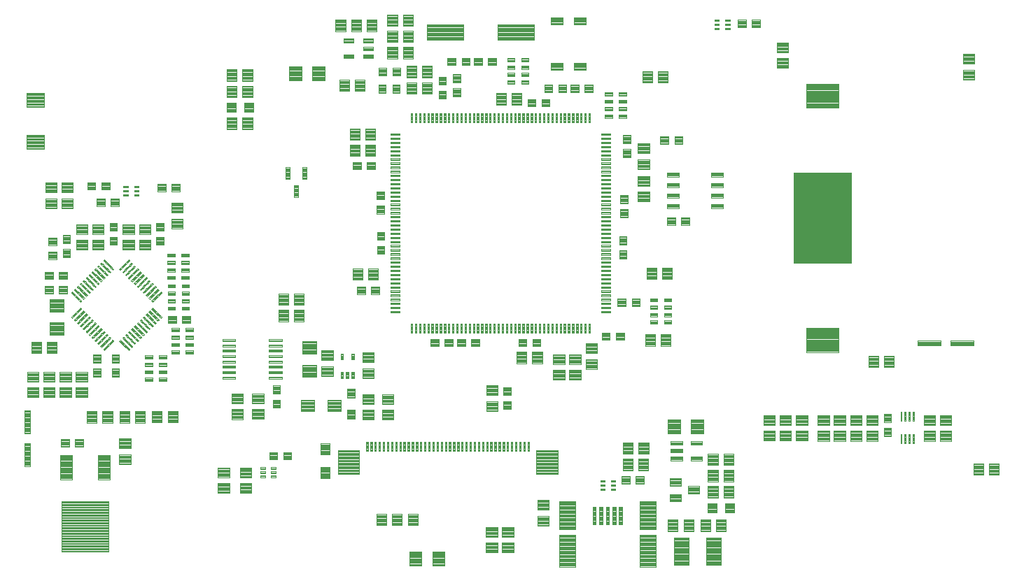
<source format=gtp>
G75*
%MOIN*%
%OFA0B0*%
%FSLAX25Y25*%
%IPPOS*%
%LPD*%
%AMOC8*
5,1,8,0,0,1.08239X$1,22.5*
%
%ADD10C,0.00394*%
%ADD11C,0.00409*%
%ADD12C,0.00402*%
%ADD13C,0.00425*%
%ADD14C,0.00457*%
%ADD15C,0.00378*%
%ADD16C,0.00390*%
%ADD17C,0.00403*%
%ADD18C,0.00396*%
%ADD19C,0.00413*%
%ADD20C,0.00404*%
%ADD21C,0.00390*%
%ADD22C,0.00406*%
%ADD23C,0.00400*%
%ADD24C,0.00276*%
%ADD25C,0.00354*%
%ADD26C,0.00374*%
D10*
X0198414Y0194033D02*
X0202350Y0194033D01*
X0198414Y0194033D02*
X0198414Y0197575D01*
X0202350Y0197575D01*
X0202350Y0194033D01*
X0202350Y0194426D02*
X0198414Y0194426D01*
X0198414Y0194819D02*
X0202350Y0194819D01*
X0202350Y0195212D02*
X0198414Y0195212D01*
X0198414Y0195605D02*
X0202350Y0195605D01*
X0202350Y0195998D02*
X0198414Y0195998D01*
X0198414Y0196391D02*
X0202350Y0196391D01*
X0202350Y0196784D02*
X0198414Y0196784D01*
X0198414Y0197177D02*
X0202350Y0197177D01*
X0202350Y0197570D02*
X0198414Y0197570D01*
X0205107Y0194033D02*
X0209043Y0194033D01*
X0205107Y0194033D02*
X0205107Y0197575D01*
X0209043Y0197575D01*
X0209043Y0194033D01*
X0209043Y0194426D02*
X0205107Y0194426D01*
X0205107Y0194819D02*
X0209043Y0194819D01*
X0209043Y0195212D02*
X0205107Y0195212D01*
X0205107Y0195605D02*
X0209043Y0195605D01*
X0209043Y0195998D02*
X0205107Y0195998D01*
X0205107Y0196391D02*
X0209043Y0196391D01*
X0209043Y0196784D02*
X0205107Y0196784D01*
X0205107Y0197177D02*
X0209043Y0197177D01*
X0209043Y0197570D02*
X0205107Y0197570D01*
X0200107Y0218740D02*
X0200107Y0222676D01*
X0203649Y0222676D01*
X0203649Y0218740D01*
X0200107Y0218740D01*
X0200107Y0219133D02*
X0203649Y0219133D01*
X0203649Y0219526D02*
X0200107Y0219526D01*
X0200107Y0219919D02*
X0203649Y0219919D01*
X0203649Y0220312D02*
X0200107Y0220312D01*
X0200107Y0220705D02*
X0203649Y0220705D01*
X0203649Y0221098D02*
X0200107Y0221098D01*
X0200107Y0221491D02*
X0203649Y0221491D01*
X0203649Y0221884D02*
X0200107Y0221884D01*
X0200107Y0222277D02*
X0203649Y0222277D01*
X0203649Y0222670D02*
X0200107Y0222670D01*
X0200107Y0225433D02*
X0200107Y0229369D01*
X0203649Y0229369D01*
X0203649Y0225433D01*
X0200107Y0225433D01*
X0200107Y0225826D02*
X0203649Y0225826D01*
X0203649Y0226219D02*
X0200107Y0226219D01*
X0200107Y0226612D02*
X0203649Y0226612D01*
X0203649Y0227005D02*
X0200107Y0227005D01*
X0200107Y0227398D02*
X0203649Y0227398D01*
X0203649Y0227791D02*
X0200107Y0227791D01*
X0200107Y0228184D02*
X0203649Y0228184D01*
X0203649Y0228577D02*
X0200107Y0228577D01*
X0200107Y0228970D02*
X0203649Y0228970D01*
X0203649Y0229363D02*
X0200107Y0229363D01*
X0232429Y0235801D02*
X0233609Y0235801D01*
X0233609Y0232849D01*
X0232429Y0232849D01*
X0232429Y0235801D01*
X0232429Y0233242D02*
X0233609Y0233242D01*
X0233609Y0233635D02*
X0232429Y0233635D01*
X0232429Y0234028D02*
X0233609Y0234028D01*
X0233609Y0234421D02*
X0232429Y0234421D01*
X0232429Y0234814D02*
X0233609Y0234814D01*
X0233609Y0235207D02*
X0232429Y0235207D01*
X0232429Y0235600D02*
X0233609Y0235600D01*
X0234988Y0235801D02*
X0236168Y0235801D01*
X0236168Y0232849D01*
X0234988Y0232849D01*
X0234988Y0235801D01*
X0234988Y0233242D02*
X0236168Y0233242D01*
X0236168Y0233635D02*
X0234988Y0233635D01*
X0234988Y0234028D02*
X0236168Y0234028D01*
X0236168Y0234421D02*
X0234988Y0234421D01*
X0234988Y0234814D02*
X0236168Y0234814D01*
X0236168Y0235207D02*
X0234988Y0235207D01*
X0234988Y0235600D02*
X0236168Y0235600D01*
X0237548Y0235801D02*
X0238728Y0235801D01*
X0238728Y0232849D01*
X0237548Y0232849D01*
X0237548Y0235801D01*
X0237548Y0233242D02*
X0238728Y0233242D01*
X0238728Y0233635D02*
X0237548Y0233635D01*
X0237548Y0234028D02*
X0238728Y0234028D01*
X0238728Y0234421D02*
X0237548Y0234421D01*
X0237548Y0234814D02*
X0238728Y0234814D01*
X0238728Y0235207D02*
X0237548Y0235207D01*
X0237548Y0235600D02*
X0238728Y0235600D01*
X0238728Y0244659D02*
X0237548Y0244659D01*
X0238728Y0244659D02*
X0238728Y0241707D01*
X0237548Y0241707D01*
X0237548Y0244659D01*
X0237548Y0242100D02*
X0238728Y0242100D01*
X0238728Y0242493D02*
X0237548Y0242493D01*
X0237548Y0242886D02*
X0238728Y0242886D01*
X0238728Y0243279D02*
X0237548Y0243279D01*
X0237548Y0243672D02*
X0238728Y0243672D01*
X0238728Y0244065D02*
X0237548Y0244065D01*
X0237548Y0244458D02*
X0238728Y0244458D01*
X0233609Y0244659D02*
X0232429Y0244659D01*
X0233609Y0244659D02*
X0233609Y0241707D01*
X0232429Y0241707D01*
X0232429Y0244659D01*
X0232429Y0242100D02*
X0233609Y0242100D01*
X0233609Y0242493D02*
X0232429Y0242493D01*
X0232429Y0242886D02*
X0233609Y0242886D01*
X0233609Y0243279D02*
X0232429Y0243279D01*
X0232429Y0243672D02*
X0233609Y0243672D01*
X0233609Y0244065D02*
X0232429Y0244065D01*
X0232429Y0244458D02*
X0233609Y0244458D01*
X0239249Y0227937D02*
X0239249Y0223607D01*
X0235707Y0223607D01*
X0235707Y0227937D01*
X0239249Y0227937D01*
X0239249Y0224000D02*
X0235707Y0224000D01*
X0235707Y0224393D02*
X0239249Y0224393D01*
X0239249Y0224786D02*
X0235707Y0224786D01*
X0235707Y0225179D02*
X0239249Y0225179D01*
X0239249Y0225572D02*
X0235707Y0225572D01*
X0235707Y0225965D02*
X0239249Y0225965D01*
X0239249Y0226358D02*
X0235707Y0226358D01*
X0235707Y0226751D02*
X0239249Y0226751D01*
X0239249Y0227144D02*
X0235707Y0227144D01*
X0235707Y0227537D02*
X0239249Y0227537D01*
X0239249Y0227930D02*
X0235707Y0227930D01*
X0239249Y0217701D02*
X0239249Y0213371D01*
X0235707Y0213371D01*
X0235707Y0217701D01*
X0239249Y0217701D01*
X0239249Y0213764D02*
X0235707Y0213764D01*
X0235707Y0214157D02*
X0239249Y0214157D01*
X0239249Y0214550D02*
X0235707Y0214550D01*
X0235707Y0214943D02*
X0239249Y0214943D01*
X0239249Y0215336D02*
X0235707Y0215336D01*
X0235707Y0215729D02*
X0239249Y0215729D01*
X0239249Y0216122D02*
X0235707Y0216122D01*
X0235707Y0216515D02*
X0239249Y0216515D01*
X0239249Y0216908D02*
X0235707Y0216908D01*
X0235707Y0217301D02*
X0239249Y0217301D01*
X0239249Y0217694D02*
X0235707Y0217694D01*
X0275314Y0251675D02*
X0279250Y0251675D01*
X0279250Y0248133D01*
X0275314Y0248133D01*
X0275314Y0251675D01*
X0275314Y0248526D02*
X0279250Y0248526D01*
X0279250Y0248919D02*
X0275314Y0248919D01*
X0275314Y0249312D02*
X0279250Y0249312D01*
X0279250Y0249705D02*
X0275314Y0249705D01*
X0275314Y0250098D02*
X0279250Y0250098D01*
X0279250Y0250491D02*
X0275314Y0250491D01*
X0275314Y0250884D02*
X0279250Y0250884D01*
X0279250Y0251277D02*
X0275314Y0251277D01*
X0275314Y0251670D02*
X0279250Y0251670D01*
X0282007Y0251675D02*
X0285943Y0251675D01*
X0285943Y0248133D01*
X0282007Y0248133D01*
X0282007Y0251675D01*
X0282007Y0248526D02*
X0285943Y0248526D01*
X0285943Y0248919D02*
X0282007Y0248919D01*
X0282007Y0249312D02*
X0285943Y0249312D01*
X0285943Y0249705D02*
X0282007Y0249705D01*
X0282007Y0250098D02*
X0285943Y0250098D01*
X0285943Y0250491D02*
X0282007Y0250491D01*
X0282007Y0250884D02*
X0285943Y0250884D01*
X0285943Y0251277D02*
X0282007Y0251277D01*
X0282007Y0251670D02*
X0285943Y0251670D01*
X0287864Y0248133D02*
X0291800Y0248133D01*
X0287864Y0248133D02*
X0287864Y0251675D01*
X0291800Y0251675D01*
X0291800Y0248133D01*
X0291800Y0248526D02*
X0287864Y0248526D01*
X0287864Y0248919D02*
X0291800Y0248919D01*
X0291800Y0249312D02*
X0287864Y0249312D01*
X0287864Y0249705D02*
X0291800Y0249705D01*
X0291800Y0250098D02*
X0287864Y0250098D01*
X0287864Y0250491D02*
X0291800Y0250491D01*
X0291800Y0250884D02*
X0287864Y0250884D01*
X0287864Y0251277D02*
X0291800Y0251277D01*
X0291800Y0251670D02*
X0287864Y0251670D01*
X0294557Y0248133D02*
X0298493Y0248133D01*
X0294557Y0248133D02*
X0294557Y0251675D01*
X0298493Y0251675D01*
X0298493Y0248133D01*
X0298493Y0248526D02*
X0294557Y0248526D01*
X0294557Y0248919D02*
X0298493Y0248919D01*
X0298493Y0249312D02*
X0294557Y0249312D01*
X0294557Y0249705D02*
X0298493Y0249705D01*
X0298493Y0250098D02*
X0294557Y0250098D01*
X0294557Y0250491D02*
X0298493Y0250491D01*
X0298493Y0250884D02*
X0294557Y0250884D01*
X0294557Y0251277D02*
X0298493Y0251277D01*
X0298493Y0251670D02*
X0294557Y0251670D01*
X0317064Y0251675D02*
X0321000Y0251675D01*
X0321000Y0248133D01*
X0317064Y0248133D01*
X0317064Y0251675D01*
X0317064Y0248526D02*
X0321000Y0248526D01*
X0321000Y0248919D02*
X0317064Y0248919D01*
X0317064Y0249312D02*
X0321000Y0249312D01*
X0321000Y0249705D02*
X0317064Y0249705D01*
X0317064Y0250098D02*
X0321000Y0250098D01*
X0321000Y0250491D02*
X0317064Y0250491D01*
X0317064Y0250884D02*
X0321000Y0250884D01*
X0321000Y0251277D02*
X0317064Y0251277D01*
X0317064Y0251670D02*
X0321000Y0251670D01*
X0323757Y0251675D02*
X0327693Y0251675D01*
X0327693Y0248133D01*
X0323757Y0248133D01*
X0323757Y0251675D01*
X0323757Y0248526D02*
X0327693Y0248526D01*
X0327693Y0248919D02*
X0323757Y0248919D01*
X0323757Y0249312D02*
X0327693Y0249312D01*
X0327693Y0249705D02*
X0323757Y0249705D01*
X0323757Y0250098D02*
X0327693Y0250098D01*
X0327693Y0250491D02*
X0323757Y0250491D01*
X0323757Y0250884D02*
X0327693Y0250884D01*
X0327693Y0251277D02*
X0323757Y0251277D01*
X0323757Y0251670D02*
X0327693Y0251670D01*
X0356764Y0251133D02*
X0360700Y0251133D01*
X0356764Y0251133D02*
X0356764Y0254675D01*
X0360700Y0254675D01*
X0360700Y0251133D01*
X0360700Y0251526D02*
X0356764Y0251526D01*
X0356764Y0251919D02*
X0360700Y0251919D01*
X0360700Y0252312D02*
X0356764Y0252312D01*
X0356764Y0252705D02*
X0360700Y0252705D01*
X0360700Y0253098D02*
X0356764Y0253098D01*
X0356764Y0253491D02*
X0360700Y0253491D01*
X0360700Y0253884D02*
X0356764Y0253884D01*
X0356764Y0254277D02*
X0360700Y0254277D01*
X0360700Y0254670D02*
X0356764Y0254670D01*
X0363457Y0251133D02*
X0367393Y0251133D01*
X0363457Y0251133D02*
X0363457Y0254675D01*
X0367393Y0254675D01*
X0367393Y0251133D01*
X0367393Y0251526D02*
X0363457Y0251526D01*
X0363457Y0251919D02*
X0367393Y0251919D01*
X0367393Y0252312D02*
X0363457Y0252312D01*
X0363457Y0252705D02*
X0367393Y0252705D01*
X0367393Y0253098D02*
X0363457Y0253098D01*
X0363457Y0253491D02*
X0367393Y0253491D01*
X0367393Y0253884D02*
X0363457Y0253884D01*
X0363457Y0254277D02*
X0367393Y0254277D01*
X0367393Y0254670D02*
X0363457Y0254670D01*
X0364364Y0267233D02*
X0368300Y0267233D01*
X0364364Y0267233D02*
X0364364Y0270775D01*
X0368300Y0270775D01*
X0368300Y0267233D01*
X0368300Y0267626D02*
X0364364Y0267626D01*
X0364364Y0268019D02*
X0368300Y0268019D01*
X0368300Y0268412D02*
X0364364Y0268412D01*
X0364364Y0268805D02*
X0368300Y0268805D01*
X0368300Y0269198D02*
X0364364Y0269198D01*
X0364364Y0269591D02*
X0368300Y0269591D01*
X0368300Y0269984D02*
X0364364Y0269984D01*
X0364364Y0270377D02*
X0368300Y0270377D01*
X0368300Y0270770D02*
X0364364Y0270770D01*
X0371057Y0267233D02*
X0374993Y0267233D01*
X0371057Y0267233D02*
X0371057Y0270775D01*
X0374993Y0270775D01*
X0374993Y0267233D01*
X0374993Y0267626D02*
X0371057Y0267626D01*
X0371057Y0268019D02*
X0374993Y0268019D01*
X0374993Y0268412D02*
X0371057Y0268412D01*
X0371057Y0268805D02*
X0374993Y0268805D01*
X0374993Y0269198D02*
X0371057Y0269198D01*
X0371057Y0269591D02*
X0374993Y0269591D01*
X0374993Y0269984D02*
X0371057Y0269984D01*
X0371057Y0270377D02*
X0374993Y0270377D01*
X0374993Y0270770D02*
X0371057Y0270770D01*
X0383303Y0271006D02*
X0383303Y0269432D01*
X0379761Y0269432D01*
X0379761Y0271006D01*
X0383303Y0271006D01*
X0383303Y0269825D02*
X0379761Y0269825D01*
X0379761Y0270218D02*
X0383303Y0270218D01*
X0383303Y0270611D02*
X0379761Y0270611D01*
X0379761Y0271004D02*
X0383303Y0271004D01*
X0383303Y0267463D02*
X0383303Y0265889D01*
X0379761Y0265889D01*
X0379761Y0267463D01*
X0383303Y0267463D01*
X0383303Y0266282D02*
X0379761Y0266282D01*
X0379761Y0266675D02*
X0383303Y0266675D01*
X0383303Y0267068D02*
X0379761Y0267068D01*
X0379761Y0267461D02*
X0383303Y0267461D01*
X0383303Y0263920D02*
X0383303Y0262346D01*
X0379761Y0262346D01*
X0379761Y0263920D01*
X0383303Y0263920D01*
X0383303Y0262739D02*
X0379761Y0262739D01*
X0379761Y0263132D02*
X0383303Y0263132D01*
X0383303Y0263525D02*
X0379761Y0263525D01*
X0379761Y0263918D02*
X0383303Y0263918D01*
X0383303Y0260376D02*
X0383303Y0258802D01*
X0379761Y0258802D01*
X0379761Y0260376D01*
X0383303Y0260376D01*
X0383303Y0259195D02*
X0379761Y0259195D01*
X0379761Y0259588D02*
X0383303Y0259588D01*
X0383303Y0259981D02*
X0379761Y0259981D01*
X0379761Y0260374D02*
X0383303Y0260374D01*
X0389996Y0260376D02*
X0389996Y0258802D01*
X0386454Y0258802D01*
X0386454Y0260376D01*
X0389996Y0260376D01*
X0389996Y0259195D02*
X0386454Y0259195D01*
X0386454Y0259588D02*
X0389996Y0259588D01*
X0389996Y0259981D02*
X0386454Y0259981D01*
X0386454Y0260374D02*
X0389996Y0260374D01*
X0389996Y0262346D02*
X0389996Y0263920D01*
X0389996Y0262346D02*
X0386454Y0262346D01*
X0386454Y0263920D01*
X0389996Y0263920D01*
X0389996Y0262739D02*
X0386454Y0262739D01*
X0386454Y0263132D02*
X0389996Y0263132D01*
X0389996Y0263525D02*
X0386454Y0263525D01*
X0386454Y0263918D02*
X0389996Y0263918D01*
X0389996Y0265889D02*
X0389996Y0267463D01*
X0389996Y0265889D02*
X0386454Y0265889D01*
X0386454Y0267463D01*
X0389996Y0267463D01*
X0389996Y0266282D02*
X0386454Y0266282D01*
X0386454Y0266675D02*
X0389996Y0266675D01*
X0389996Y0267068D02*
X0386454Y0267068D01*
X0386454Y0267461D02*
X0389996Y0267461D01*
X0389996Y0269432D02*
X0389996Y0271006D01*
X0389996Y0269432D02*
X0386454Y0269432D01*
X0386454Y0271006D01*
X0389996Y0271006D01*
X0389996Y0269825D02*
X0386454Y0269825D01*
X0386454Y0270218D02*
X0389996Y0270218D01*
X0389996Y0270611D02*
X0386454Y0270611D01*
X0386454Y0271004D02*
X0389996Y0271004D01*
X0365057Y0289840D02*
X0365057Y0293776D01*
X0368599Y0293776D01*
X0368599Y0289840D01*
X0365057Y0289840D01*
X0365057Y0290233D02*
X0368599Y0290233D01*
X0368599Y0290626D02*
X0365057Y0290626D01*
X0365057Y0291019D02*
X0368599Y0291019D01*
X0368599Y0291412D02*
X0365057Y0291412D01*
X0365057Y0291805D02*
X0368599Y0291805D01*
X0368599Y0292198D02*
X0365057Y0292198D01*
X0365057Y0292591D02*
X0368599Y0292591D01*
X0368599Y0292984D02*
X0365057Y0292984D01*
X0365057Y0293377D02*
X0368599Y0293377D01*
X0368599Y0293770D02*
X0365057Y0293770D01*
X0365057Y0296533D02*
X0365057Y0300469D01*
X0368599Y0300469D01*
X0368599Y0296533D01*
X0365057Y0296533D01*
X0365057Y0296926D02*
X0368599Y0296926D01*
X0368599Y0297319D02*
X0365057Y0297319D01*
X0365057Y0297712D02*
X0368599Y0297712D01*
X0368599Y0298105D02*
X0365057Y0298105D01*
X0365057Y0298498D02*
X0368599Y0298498D01*
X0368599Y0298891D02*
X0365057Y0298891D01*
X0365057Y0299284D02*
X0368599Y0299284D01*
X0368599Y0299677D02*
X0365057Y0299677D01*
X0365057Y0300070D02*
X0368599Y0300070D01*
X0368599Y0300463D02*
X0365057Y0300463D01*
X0365607Y0309590D02*
X0365607Y0313526D01*
X0369149Y0313526D01*
X0369149Y0309590D01*
X0365607Y0309590D01*
X0365607Y0309983D02*
X0369149Y0309983D01*
X0369149Y0310376D02*
X0365607Y0310376D01*
X0365607Y0310769D02*
X0369149Y0310769D01*
X0369149Y0311162D02*
X0365607Y0311162D01*
X0365607Y0311555D02*
X0369149Y0311555D01*
X0369149Y0311948D02*
X0365607Y0311948D01*
X0365607Y0312341D02*
X0369149Y0312341D01*
X0369149Y0312734D02*
X0365607Y0312734D01*
X0365607Y0313127D02*
X0369149Y0313127D01*
X0369149Y0313520D02*
X0365607Y0313520D01*
X0365607Y0316283D02*
X0365607Y0320219D01*
X0369149Y0320219D01*
X0369149Y0316283D01*
X0365607Y0316283D01*
X0365607Y0316676D02*
X0369149Y0316676D01*
X0369149Y0317069D02*
X0365607Y0317069D01*
X0365607Y0317462D02*
X0369149Y0317462D01*
X0369149Y0317855D02*
X0365607Y0317855D01*
X0365607Y0318248D02*
X0369149Y0318248D01*
X0369149Y0318641D02*
X0365607Y0318641D01*
X0365607Y0319034D02*
X0369149Y0319034D01*
X0369149Y0319427D02*
X0365607Y0319427D01*
X0365607Y0319820D02*
X0369149Y0319820D01*
X0369149Y0320213D02*
X0365607Y0320213D01*
X0370449Y0338140D02*
X0370449Y0342076D01*
X0370449Y0338140D02*
X0366907Y0338140D01*
X0366907Y0342076D01*
X0370449Y0342076D01*
X0370449Y0338533D02*
X0366907Y0338533D01*
X0366907Y0338926D02*
X0370449Y0338926D01*
X0370449Y0339319D02*
X0366907Y0339319D01*
X0366907Y0339712D02*
X0370449Y0339712D01*
X0370449Y0340105D02*
X0366907Y0340105D01*
X0366907Y0340498D02*
X0370449Y0340498D01*
X0370449Y0340891D02*
X0366907Y0340891D01*
X0366907Y0341284D02*
X0370449Y0341284D01*
X0370449Y0341677D02*
X0366907Y0341677D01*
X0366907Y0342070D02*
X0370449Y0342070D01*
X0370449Y0344833D02*
X0370449Y0348769D01*
X0370449Y0344833D02*
X0366907Y0344833D01*
X0366907Y0348769D01*
X0370449Y0348769D01*
X0370449Y0345226D02*
X0366907Y0345226D01*
X0366907Y0345619D02*
X0370449Y0345619D01*
X0370449Y0346012D02*
X0366907Y0346012D01*
X0366907Y0346405D02*
X0370449Y0346405D01*
X0370449Y0346798D02*
X0366907Y0346798D01*
X0366907Y0347191D02*
X0370449Y0347191D01*
X0370449Y0347584D02*
X0366907Y0347584D01*
X0366907Y0347977D02*
X0370449Y0347977D01*
X0370449Y0348370D02*
X0366907Y0348370D01*
X0366907Y0348763D02*
X0370449Y0348763D01*
X0368496Y0357002D02*
X0368496Y0358576D01*
X0368496Y0357002D02*
X0364954Y0357002D01*
X0364954Y0358576D01*
X0368496Y0358576D01*
X0368496Y0357395D02*
X0364954Y0357395D01*
X0364954Y0357788D02*
X0368496Y0357788D01*
X0368496Y0358181D02*
X0364954Y0358181D01*
X0364954Y0358574D02*
X0368496Y0358574D01*
X0368496Y0360546D02*
X0368496Y0362120D01*
X0368496Y0360546D02*
X0364954Y0360546D01*
X0364954Y0362120D01*
X0368496Y0362120D01*
X0368496Y0360939D02*
X0364954Y0360939D01*
X0364954Y0361332D02*
X0368496Y0361332D01*
X0368496Y0361725D02*
X0364954Y0361725D01*
X0364954Y0362118D02*
X0368496Y0362118D01*
X0368496Y0364089D02*
X0368496Y0365663D01*
X0368496Y0364089D02*
X0364954Y0364089D01*
X0364954Y0365663D01*
X0368496Y0365663D01*
X0368496Y0364482D02*
X0364954Y0364482D01*
X0364954Y0364875D02*
X0368496Y0364875D01*
X0368496Y0365268D02*
X0364954Y0365268D01*
X0364954Y0365661D02*
X0368496Y0365661D01*
X0368496Y0367632D02*
X0368496Y0369206D01*
X0368496Y0367632D02*
X0364954Y0367632D01*
X0364954Y0369206D01*
X0368496Y0369206D01*
X0368496Y0368025D02*
X0364954Y0368025D01*
X0364954Y0368418D02*
X0368496Y0368418D01*
X0368496Y0368811D02*
X0364954Y0368811D01*
X0364954Y0369204D02*
X0368496Y0369204D01*
X0361803Y0369206D02*
X0361803Y0367632D01*
X0358261Y0367632D01*
X0358261Y0369206D01*
X0361803Y0369206D01*
X0361803Y0368025D02*
X0358261Y0368025D01*
X0358261Y0368418D02*
X0361803Y0368418D01*
X0361803Y0368811D02*
X0358261Y0368811D01*
X0358261Y0369204D02*
X0361803Y0369204D01*
X0361803Y0365663D02*
X0361803Y0364089D01*
X0358261Y0364089D01*
X0358261Y0365663D01*
X0361803Y0365663D01*
X0361803Y0364482D02*
X0358261Y0364482D01*
X0358261Y0364875D02*
X0361803Y0364875D01*
X0361803Y0365268D02*
X0358261Y0365268D01*
X0358261Y0365661D02*
X0361803Y0365661D01*
X0361803Y0362120D02*
X0361803Y0360546D01*
X0358261Y0360546D01*
X0358261Y0362120D01*
X0361803Y0362120D01*
X0361803Y0360939D02*
X0358261Y0360939D01*
X0358261Y0361332D02*
X0361803Y0361332D01*
X0361803Y0361725D02*
X0358261Y0361725D01*
X0358261Y0362118D02*
X0361803Y0362118D01*
X0361803Y0358576D02*
X0361803Y0357002D01*
X0358261Y0357002D01*
X0358261Y0358576D01*
X0361803Y0358576D01*
X0361803Y0357395D02*
X0358261Y0357395D01*
X0358261Y0357788D02*
X0361803Y0357788D01*
X0361803Y0358181D02*
X0358261Y0358181D01*
X0358261Y0358574D02*
X0361803Y0358574D01*
X0352643Y0369233D02*
X0348707Y0369233D01*
X0348707Y0372775D01*
X0352643Y0372775D01*
X0352643Y0369233D01*
X0352643Y0369626D02*
X0348707Y0369626D01*
X0348707Y0370019D02*
X0352643Y0370019D01*
X0352643Y0370412D02*
X0348707Y0370412D01*
X0348707Y0370805D02*
X0352643Y0370805D01*
X0352643Y0371198D02*
X0348707Y0371198D01*
X0348707Y0371591D02*
X0352643Y0371591D01*
X0352643Y0371984D02*
X0348707Y0371984D01*
X0348707Y0372377D02*
X0352643Y0372377D01*
X0352643Y0372770D02*
X0348707Y0372770D01*
X0345950Y0369233D02*
X0342014Y0369233D01*
X0342014Y0372775D01*
X0345950Y0372775D01*
X0345950Y0369233D01*
X0345950Y0369626D02*
X0342014Y0369626D01*
X0342014Y0370019D02*
X0345950Y0370019D01*
X0345950Y0370412D02*
X0342014Y0370412D01*
X0342014Y0370805D02*
X0345950Y0370805D01*
X0345950Y0371198D02*
X0342014Y0371198D01*
X0342014Y0371591D02*
X0345950Y0371591D01*
X0345950Y0371984D02*
X0342014Y0371984D01*
X0342014Y0372377D02*
X0345950Y0372377D01*
X0345950Y0372770D02*
X0342014Y0372770D01*
X0340043Y0372775D02*
X0336107Y0372775D01*
X0340043Y0372775D02*
X0340043Y0369233D01*
X0336107Y0369233D01*
X0336107Y0372775D01*
X0336107Y0369626D02*
X0340043Y0369626D01*
X0340043Y0370019D02*
X0336107Y0370019D01*
X0336107Y0370412D02*
X0340043Y0370412D01*
X0340043Y0370805D02*
X0336107Y0370805D01*
X0336107Y0371198D02*
X0340043Y0371198D01*
X0340043Y0371591D02*
X0336107Y0371591D01*
X0336107Y0371984D02*
X0340043Y0371984D01*
X0340043Y0372377D02*
X0336107Y0372377D01*
X0336107Y0372770D02*
X0340043Y0372770D01*
X0333350Y0372775D02*
X0329414Y0372775D01*
X0333350Y0372775D02*
X0333350Y0369233D01*
X0329414Y0369233D01*
X0329414Y0372775D01*
X0329414Y0369626D02*
X0333350Y0369626D01*
X0333350Y0370019D02*
X0329414Y0370019D01*
X0329414Y0370412D02*
X0333350Y0370412D01*
X0333350Y0370805D02*
X0329414Y0370805D01*
X0329414Y0371198D02*
X0333350Y0371198D01*
X0333350Y0371591D02*
X0329414Y0371591D01*
X0329414Y0371984D02*
X0333350Y0371984D01*
X0333350Y0372377D02*
X0329414Y0372377D01*
X0329414Y0372770D02*
X0333350Y0372770D01*
X0332043Y0362483D02*
X0328107Y0362483D01*
X0328107Y0366025D01*
X0332043Y0366025D01*
X0332043Y0362483D01*
X0332043Y0362876D02*
X0328107Y0362876D01*
X0328107Y0363269D02*
X0332043Y0363269D01*
X0332043Y0363662D02*
X0328107Y0363662D01*
X0328107Y0364055D02*
X0332043Y0364055D01*
X0332043Y0364448D02*
X0328107Y0364448D01*
X0328107Y0364841D02*
X0332043Y0364841D01*
X0332043Y0365234D02*
X0328107Y0365234D01*
X0328107Y0365627D02*
X0332043Y0365627D01*
X0332043Y0366020D02*
X0328107Y0366020D01*
X0325350Y0362483D02*
X0321414Y0362483D01*
X0321414Y0366025D01*
X0325350Y0366025D01*
X0325350Y0362483D01*
X0325350Y0362876D02*
X0321414Y0362876D01*
X0321414Y0363269D02*
X0325350Y0363269D01*
X0325350Y0363662D02*
X0321414Y0363662D01*
X0321414Y0364055D02*
X0325350Y0364055D01*
X0325350Y0364448D02*
X0321414Y0364448D01*
X0321414Y0364841D02*
X0325350Y0364841D01*
X0325350Y0365234D02*
X0321414Y0365234D01*
X0321414Y0365627D02*
X0325350Y0365627D01*
X0325350Y0366020D02*
X0321414Y0366020D01*
X0321996Y0373252D02*
X0321996Y0374826D01*
X0321996Y0373252D02*
X0318454Y0373252D01*
X0318454Y0374826D01*
X0321996Y0374826D01*
X0321996Y0373645D02*
X0318454Y0373645D01*
X0318454Y0374038D02*
X0321996Y0374038D01*
X0321996Y0374431D02*
X0318454Y0374431D01*
X0318454Y0374824D02*
X0321996Y0374824D01*
X0321996Y0376796D02*
X0321996Y0378370D01*
X0321996Y0376796D02*
X0318454Y0376796D01*
X0318454Y0378370D01*
X0321996Y0378370D01*
X0321996Y0377189D02*
X0318454Y0377189D01*
X0318454Y0377582D02*
X0321996Y0377582D01*
X0321996Y0377975D02*
X0318454Y0377975D01*
X0318454Y0378368D02*
X0321996Y0378368D01*
X0321996Y0380339D02*
X0321996Y0381913D01*
X0321996Y0380339D02*
X0318454Y0380339D01*
X0318454Y0381913D01*
X0321996Y0381913D01*
X0321996Y0380732D02*
X0318454Y0380732D01*
X0318454Y0381125D02*
X0321996Y0381125D01*
X0321996Y0381518D02*
X0318454Y0381518D01*
X0318454Y0381911D02*
X0321996Y0381911D01*
X0321996Y0383882D02*
X0321996Y0385456D01*
X0321996Y0383882D02*
X0318454Y0383882D01*
X0318454Y0385456D01*
X0321996Y0385456D01*
X0321996Y0384275D02*
X0318454Y0384275D01*
X0318454Y0384668D02*
X0321996Y0384668D01*
X0321996Y0385061D02*
X0318454Y0385061D01*
X0318454Y0385454D02*
X0321996Y0385454D01*
X0315303Y0385456D02*
X0315303Y0383882D01*
X0311761Y0383882D01*
X0311761Y0385456D01*
X0315303Y0385456D01*
X0315303Y0384275D02*
X0311761Y0384275D01*
X0311761Y0384668D02*
X0315303Y0384668D01*
X0315303Y0385061D02*
X0311761Y0385061D01*
X0311761Y0385454D02*
X0315303Y0385454D01*
X0315303Y0381913D02*
X0315303Y0380339D01*
X0311761Y0380339D01*
X0311761Y0381913D01*
X0315303Y0381913D01*
X0315303Y0380732D02*
X0311761Y0380732D01*
X0311761Y0381125D02*
X0315303Y0381125D01*
X0315303Y0381518D02*
X0311761Y0381518D01*
X0311761Y0381911D02*
X0315303Y0381911D01*
X0315303Y0378370D02*
X0315303Y0376796D01*
X0311761Y0376796D01*
X0311761Y0378370D01*
X0315303Y0378370D01*
X0315303Y0377189D02*
X0311761Y0377189D01*
X0311761Y0377582D02*
X0315303Y0377582D01*
X0315303Y0377975D02*
X0311761Y0377975D01*
X0311761Y0378368D02*
X0315303Y0378368D01*
X0315303Y0374826D02*
X0315303Y0373252D01*
X0311761Y0373252D01*
X0311761Y0374826D01*
X0315303Y0374826D01*
X0315303Y0373645D02*
X0311761Y0373645D01*
X0311761Y0374038D02*
X0315303Y0374038D01*
X0315303Y0374431D02*
X0311761Y0374431D01*
X0311761Y0374824D02*
X0315303Y0374824D01*
X0306593Y0385675D02*
X0302657Y0385675D01*
X0306593Y0385675D02*
X0306593Y0382133D01*
X0302657Y0382133D01*
X0302657Y0385675D01*
X0302657Y0382526D02*
X0306593Y0382526D01*
X0306593Y0382919D02*
X0302657Y0382919D01*
X0302657Y0383312D02*
X0306593Y0383312D01*
X0306593Y0383705D02*
X0302657Y0383705D01*
X0302657Y0384098D02*
X0306593Y0384098D01*
X0306593Y0384491D02*
X0302657Y0384491D01*
X0302657Y0384884D02*
X0306593Y0384884D01*
X0306593Y0385277D02*
X0302657Y0385277D01*
X0302657Y0385670D02*
X0306593Y0385670D01*
X0299900Y0385675D02*
X0295964Y0385675D01*
X0299900Y0385675D02*
X0299900Y0382133D01*
X0295964Y0382133D01*
X0295964Y0385675D01*
X0295964Y0382526D02*
X0299900Y0382526D01*
X0299900Y0382919D02*
X0295964Y0382919D01*
X0295964Y0383312D02*
X0299900Y0383312D01*
X0299900Y0383705D02*
X0295964Y0383705D01*
X0295964Y0384098D02*
X0299900Y0384098D01*
X0299900Y0384491D02*
X0295964Y0384491D01*
X0295964Y0384884D02*
X0299900Y0384884D01*
X0299900Y0385277D02*
X0295964Y0385277D01*
X0295964Y0385670D02*
X0299900Y0385670D01*
X0293993Y0382133D02*
X0290057Y0382133D01*
X0290057Y0385675D01*
X0293993Y0385675D01*
X0293993Y0382133D01*
X0293993Y0382526D02*
X0290057Y0382526D01*
X0290057Y0382919D02*
X0293993Y0382919D01*
X0293993Y0383312D02*
X0290057Y0383312D01*
X0290057Y0383705D02*
X0293993Y0383705D01*
X0293993Y0384098D02*
X0290057Y0384098D01*
X0290057Y0384491D02*
X0293993Y0384491D01*
X0293993Y0384884D02*
X0290057Y0384884D01*
X0290057Y0385277D02*
X0293993Y0385277D01*
X0293993Y0385670D02*
X0290057Y0385670D01*
X0287300Y0382133D02*
X0283364Y0382133D01*
X0283364Y0385675D01*
X0287300Y0385675D01*
X0287300Y0382133D01*
X0287300Y0382526D02*
X0283364Y0382526D01*
X0283364Y0382919D02*
X0287300Y0382919D01*
X0287300Y0383312D02*
X0283364Y0383312D01*
X0283364Y0383705D02*
X0287300Y0383705D01*
X0287300Y0384098D02*
X0283364Y0384098D01*
X0283364Y0384491D02*
X0287300Y0384491D01*
X0287300Y0384884D02*
X0283364Y0384884D01*
X0283364Y0385277D02*
X0287300Y0385277D01*
X0287300Y0385670D02*
X0283364Y0385670D01*
X0285907Y0377769D02*
X0285907Y0373833D01*
X0285907Y0377769D02*
X0289449Y0377769D01*
X0289449Y0373833D01*
X0285907Y0373833D01*
X0285907Y0374226D02*
X0289449Y0374226D01*
X0289449Y0374619D02*
X0285907Y0374619D01*
X0285907Y0375012D02*
X0289449Y0375012D01*
X0289449Y0375405D02*
X0285907Y0375405D01*
X0285907Y0375798D02*
X0289449Y0375798D01*
X0289449Y0376191D02*
X0285907Y0376191D01*
X0285907Y0376584D02*
X0289449Y0376584D01*
X0289449Y0376977D02*
X0285907Y0376977D01*
X0285907Y0377370D02*
X0289449Y0377370D01*
X0289449Y0377763D02*
X0285907Y0377763D01*
X0282699Y0376669D02*
X0282699Y0372733D01*
X0279157Y0372733D01*
X0279157Y0376669D01*
X0282699Y0376669D01*
X0282699Y0373126D02*
X0279157Y0373126D01*
X0279157Y0373519D02*
X0282699Y0373519D01*
X0282699Y0373912D02*
X0279157Y0373912D01*
X0279157Y0374305D02*
X0282699Y0374305D01*
X0282699Y0374698D02*
X0279157Y0374698D01*
X0279157Y0375091D02*
X0282699Y0375091D01*
X0282699Y0375484D02*
X0279157Y0375484D01*
X0279157Y0375877D02*
X0282699Y0375877D01*
X0282699Y0376270D02*
X0279157Y0376270D01*
X0279157Y0376663D02*
X0282699Y0376663D01*
X0285907Y0371076D02*
X0285907Y0367140D01*
X0285907Y0371076D02*
X0289449Y0371076D01*
X0289449Y0367140D01*
X0285907Y0367140D01*
X0285907Y0367533D02*
X0289449Y0367533D01*
X0289449Y0367926D02*
X0285907Y0367926D01*
X0285907Y0368319D02*
X0289449Y0368319D01*
X0289449Y0368712D02*
X0285907Y0368712D01*
X0285907Y0369105D02*
X0289449Y0369105D01*
X0289449Y0369498D02*
X0285907Y0369498D01*
X0285907Y0369891D02*
X0289449Y0369891D01*
X0289449Y0370284D02*
X0285907Y0370284D01*
X0285907Y0370677D02*
X0289449Y0370677D01*
X0289449Y0371070D02*
X0285907Y0371070D01*
X0282699Y0369976D02*
X0282699Y0366040D01*
X0279157Y0366040D01*
X0279157Y0369976D01*
X0282699Y0369976D01*
X0282699Y0366433D02*
X0279157Y0366433D01*
X0279157Y0366826D02*
X0282699Y0366826D01*
X0282699Y0367219D02*
X0279157Y0367219D01*
X0279157Y0367612D02*
X0282699Y0367612D01*
X0282699Y0368005D02*
X0279157Y0368005D01*
X0279157Y0368398D02*
X0282699Y0368398D01*
X0282699Y0368791D02*
X0279157Y0368791D01*
X0279157Y0369184D02*
X0282699Y0369184D01*
X0282699Y0369577D02*
X0279157Y0369577D01*
X0279157Y0369970D02*
X0282699Y0369970D01*
X0260646Y0368936D02*
X0257104Y0368936D01*
X0257104Y0372872D01*
X0260646Y0372872D01*
X0260646Y0368936D01*
X0260646Y0369329D02*
X0257104Y0369329D01*
X0257104Y0369722D02*
X0260646Y0369722D01*
X0260646Y0370115D02*
X0257104Y0370115D01*
X0257104Y0370508D02*
X0260646Y0370508D01*
X0260646Y0370901D02*
X0257104Y0370901D01*
X0257104Y0371294D02*
X0260646Y0371294D01*
X0260646Y0371687D02*
X0257104Y0371687D01*
X0257104Y0372080D02*
X0260646Y0372080D01*
X0260646Y0372473D02*
X0257104Y0372473D01*
X0257104Y0372866D02*
X0260646Y0372866D01*
X0253953Y0368936D02*
X0250411Y0368936D01*
X0250411Y0372872D01*
X0253953Y0372872D01*
X0253953Y0368936D01*
X0253953Y0369329D02*
X0250411Y0369329D01*
X0250411Y0369722D02*
X0253953Y0369722D01*
X0253953Y0370115D02*
X0250411Y0370115D01*
X0250411Y0370508D02*
X0253953Y0370508D01*
X0253953Y0370901D02*
X0250411Y0370901D01*
X0250411Y0371294D02*
X0253953Y0371294D01*
X0253953Y0371687D02*
X0250411Y0371687D01*
X0250411Y0372080D02*
X0253953Y0372080D01*
X0253953Y0372473D02*
X0250411Y0372473D01*
X0250411Y0372866D02*
X0253953Y0372866D01*
X0254350Y0380725D02*
X0250414Y0380725D01*
X0254350Y0380725D02*
X0254350Y0377183D01*
X0250414Y0377183D01*
X0250414Y0380725D01*
X0250414Y0377576D02*
X0254350Y0377576D01*
X0254350Y0377969D02*
X0250414Y0377969D01*
X0250414Y0378362D02*
X0254350Y0378362D01*
X0254350Y0378755D02*
X0250414Y0378755D01*
X0250414Y0379148D02*
X0254350Y0379148D01*
X0254350Y0379541D02*
X0250414Y0379541D01*
X0250414Y0379934D02*
X0254350Y0379934D01*
X0254350Y0380327D02*
X0250414Y0380327D01*
X0250414Y0380720D02*
X0254350Y0380720D01*
X0257107Y0380725D02*
X0261043Y0380725D01*
X0261043Y0377183D01*
X0257107Y0377183D01*
X0257107Y0380725D01*
X0257107Y0377576D02*
X0261043Y0377576D01*
X0261043Y0377969D02*
X0257107Y0377969D01*
X0257107Y0378362D02*
X0261043Y0378362D01*
X0261043Y0378755D02*
X0257107Y0378755D01*
X0257107Y0379148D02*
X0261043Y0379148D01*
X0261043Y0379541D02*
X0257107Y0379541D01*
X0257107Y0379934D02*
X0261043Y0379934D01*
X0261043Y0380327D02*
X0257107Y0380327D01*
X0257107Y0380720D02*
X0261043Y0380720D01*
X0273685Y0394114D02*
X0291007Y0394114D01*
X0273685Y0394114D02*
X0273685Y0401594D01*
X0291007Y0401594D01*
X0291007Y0394114D01*
X0291007Y0394507D02*
X0273685Y0394507D01*
X0273685Y0394900D02*
X0291007Y0394900D01*
X0291007Y0395293D02*
X0273685Y0395293D01*
X0273685Y0395686D02*
X0291007Y0395686D01*
X0291007Y0396079D02*
X0273685Y0396079D01*
X0273685Y0396472D02*
X0291007Y0396472D01*
X0291007Y0396865D02*
X0273685Y0396865D01*
X0273685Y0397258D02*
X0291007Y0397258D01*
X0291007Y0397651D02*
X0273685Y0397651D01*
X0273685Y0398044D02*
X0291007Y0398044D01*
X0291007Y0398437D02*
X0273685Y0398437D01*
X0273685Y0398830D02*
X0291007Y0398830D01*
X0291007Y0399223D02*
X0273685Y0399223D01*
X0273685Y0399616D02*
X0291007Y0399616D01*
X0291007Y0400009D02*
X0273685Y0400009D01*
X0273685Y0400402D02*
X0291007Y0400402D01*
X0291007Y0400795D02*
X0273685Y0400795D01*
X0273685Y0401188D02*
X0291007Y0401188D01*
X0291007Y0401581D02*
X0273685Y0401581D01*
X0307150Y0394114D02*
X0324472Y0394114D01*
X0307150Y0394114D02*
X0307150Y0401594D01*
X0324472Y0401594D01*
X0324472Y0394114D01*
X0324472Y0394507D02*
X0307150Y0394507D01*
X0307150Y0394900D02*
X0324472Y0394900D01*
X0324472Y0395293D02*
X0307150Y0395293D01*
X0307150Y0395686D02*
X0324472Y0395686D01*
X0324472Y0396079D02*
X0307150Y0396079D01*
X0307150Y0396472D02*
X0324472Y0396472D01*
X0324472Y0396865D02*
X0307150Y0396865D01*
X0307150Y0397258D02*
X0324472Y0397258D01*
X0324472Y0397651D02*
X0307150Y0397651D01*
X0307150Y0398044D02*
X0324472Y0398044D01*
X0324472Y0398437D02*
X0307150Y0398437D01*
X0307150Y0398830D02*
X0324472Y0398830D01*
X0324472Y0399223D02*
X0307150Y0399223D01*
X0307150Y0399616D02*
X0324472Y0399616D01*
X0324472Y0400009D02*
X0307150Y0400009D01*
X0307150Y0400402D02*
X0324472Y0400402D01*
X0324472Y0400795D02*
X0307150Y0400795D01*
X0307150Y0401188D02*
X0324472Y0401188D01*
X0324472Y0401581D02*
X0307150Y0401581D01*
X0384714Y0344633D02*
X0388650Y0344633D01*
X0384714Y0344633D02*
X0384714Y0348175D01*
X0388650Y0348175D01*
X0388650Y0344633D01*
X0388650Y0345026D02*
X0384714Y0345026D01*
X0384714Y0345419D02*
X0388650Y0345419D01*
X0388650Y0345812D02*
X0384714Y0345812D01*
X0384714Y0346205D02*
X0388650Y0346205D01*
X0388650Y0346598D02*
X0384714Y0346598D01*
X0384714Y0346991D02*
X0388650Y0346991D01*
X0388650Y0347384D02*
X0384714Y0347384D01*
X0384714Y0347777D02*
X0388650Y0347777D01*
X0388650Y0348170D02*
X0384714Y0348170D01*
X0391407Y0344633D02*
X0395343Y0344633D01*
X0391407Y0344633D02*
X0391407Y0348175D01*
X0395343Y0348175D01*
X0395343Y0344633D01*
X0395343Y0345026D02*
X0391407Y0345026D01*
X0391407Y0345419D02*
X0395343Y0345419D01*
X0395343Y0345812D02*
X0391407Y0345812D01*
X0391407Y0346205D02*
X0395343Y0346205D01*
X0395343Y0346598D02*
X0391407Y0346598D01*
X0391407Y0346991D02*
X0395343Y0346991D01*
X0395343Y0347384D02*
X0391407Y0347384D01*
X0391407Y0347777D02*
X0395343Y0347777D01*
X0395343Y0348170D02*
X0391407Y0348170D01*
X0391750Y0309525D02*
X0387814Y0309525D01*
X0391750Y0309525D02*
X0391750Y0305983D01*
X0387814Y0305983D01*
X0387814Y0309525D01*
X0387814Y0306376D02*
X0391750Y0306376D01*
X0391750Y0306769D02*
X0387814Y0306769D01*
X0387814Y0307162D02*
X0391750Y0307162D01*
X0391750Y0307555D02*
X0387814Y0307555D01*
X0387814Y0307948D02*
X0391750Y0307948D01*
X0391750Y0308341D02*
X0387814Y0308341D01*
X0387814Y0308734D02*
X0391750Y0308734D01*
X0391750Y0309127D02*
X0387814Y0309127D01*
X0387814Y0309520D02*
X0391750Y0309520D01*
X0394507Y0309525D02*
X0398443Y0309525D01*
X0398443Y0305983D01*
X0394507Y0305983D01*
X0394507Y0309525D01*
X0394507Y0306376D02*
X0398443Y0306376D01*
X0398443Y0306769D02*
X0394507Y0306769D01*
X0394507Y0307162D02*
X0398443Y0307162D01*
X0398443Y0307555D02*
X0394507Y0307555D01*
X0394507Y0307948D02*
X0398443Y0307948D01*
X0398443Y0308341D02*
X0394507Y0308341D01*
X0394507Y0308734D02*
X0398443Y0308734D01*
X0398443Y0309127D02*
X0394507Y0309127D01*
X0394507Y0309520D02*
X0398443Y0309520D01*
X0309957Y0228669D02*
X0309957Y0224733D01*
X0309957Y0228669D02*
X0313499Y0228669D01*
X0313499Y0224733D01*
X0309957Y0224733D01*
X0309957Y0225126D02*
X0313499Y0225126D01*
X0313499Y0225519D02*
X0309957Y0225519D01*
X0309957Y0225912D02*
X0313499Y0225912D01*
X0313499Y0226305D02*
X0309957Y0226305D01*
X0309957Y0226698D02*
X0313499Y0226698D01*
X0313499Y0227091D02*
X0309957Y0227091D01*
X0309957Y0227484D02*
X0313499Y0227484D01*
X0313499Y0227877D02*
X0309957Y0227877D01*
X0309957Y0228270D02*
X0313499Y0228270D01*
X0313499Y0228663D02*
X0309957Y0228663D01*
X0309957Y0221976D02*
X0309957Y0218040D01*
X0309957Y0221976D02*
X0313499Y0221976D01*
X0313499Y0218040D01*
X0309957Y0218040D01*
X0309957Y0218433D02*
X0313499Y0218433D01*
X0313499Y0218826D02*
X0309957Y0218826D01*
X0309957Y0219219D02*
X0313499Y0219219D01*
X0313499Y0219612D02*
X0309957Y0219612D01*
X0309957Y0220005D02*
X0313499Y0220005D01*
X0313499Y0220398D02*
X0309957Y0220398D01*
X0309957Y0220791D02*
X0313499Y0220791D01*
X0313499Y0221184D02*
X0309957Y0221184D01*
X0309957Y0221577D02*
X0313499Y0221577D01*
X0313499Y0221970D02*
X0309957Y0221970D01*
X0366214Y0186125D02*
X0370150Y0186125D01*
X0370150Y0182583D01*
X0366214Y0182583D01*
X0366214Y0186125D01*
X0366214Y0182976D02*
X0370150Y0182976D01*
X0370150Y0183369D02*
X0366214Y0183369D01*
X0366214Y0183762D02*
X0370150Y0183762D01*
X0370150Y0184155D02*
X0366214Y0184155D01*
X0366214Y0184548D02*
X0370150Y0184548D01*
X0370150Y0184941D02*
X0366214Y0184941D01*
X0366214Y0185334D02*
X0370150Y0185334D01*
X0370150Y0185727D02*
X0366214Y0185727D01*
X0366214Y0186120D02*
X0370150Y0186120D01*
X0372907Y0186125D02*
X0376843Y0186125D01*
X0376843Y0182583D01*
X0372907Y0182583D01*
X0372907Y0186125D01*
X0372907Y0182976D02*
X0376843Y0182976D01*
X0376843Y0183369D02*
X0372907Y0183369D01*
X0372907Y0183762D02*
X0376843Y0183762D01*
X0376843Y0184155D02*
X0372907Y0184155D01*
X0372907Y0184548D02*
X0376843Y0184548D01*
X0376843Y0184941D02*
X0372907Y0184941D01*
X0372907Y0185334D02*
X0376843Y0185334D01*
X0376843Y0185727D02*
X0372907Y0185727D01*
X0372907Y0186120D02*
X0376843Y0186120D01*
X0389339Y0185165D02*
X0389339Y0181623D01*
X0389339Y0185165D02*
X0394457Y0185165D01*
X0394457Y0181623D01*
X0389339Y0181623D01*
X0389339Y0182016D02*
X0394457Y0182016D01*
X0394457Y0182409D02*
X0389339Y0182409D01*
X0389339Y0182802D02*
X0394457Y0182802D01*
X0394457Y0183195D02*
X0389339Y0183195D01*
X0389339Y0183588D02*
X0394457Y0183588D01*
X0394457Y0183981D02*
X0389339Y0183981D01*
X0389339Y0184374D02*
X0394457Y0184374D01*
X0394457Y0184767D02*
X0389339Y0184767D01*
X0389339Y0185160D02*
X0394457Y0185160D01*
X0398000Y0181425D02*
X0398000Y0177883D01*
X0398000Y0181425D02*
X0403118Y0181425D01*
X0403118Y0177883D01*
X0398000Y0177883D01*
X0398000Y0178276D02*
X0403118Y0178276D01*
X0403118Y0178669D02*
X0398000Y0178669D01*
X0398000Y0179062D02*
X0403118Y0179062D01*
X0403118Y0179455D02*
X0398000Y0179455D01*
X0398000Y0179848D02*
X0403118Y0179848D01*
X0403118Y0180241D02*
X0398000Y0180241D01*
X0398000Y0180634D02*
X0403118Y0180634D01*
X0403118Y0181027D02*
X0398000Y0181027D01*
X0398000Y0181420D02*
X0403118Y0181420D01*
X0389339Y0177685D02*
X0389339Y0174143D01*
X0389339Y0177685D02*
X0394457Y0177685D01*
X0394457Y0174143D01*
X0389339Y0174143D01*
X0389339Y0174536D02*
X0394457Y0174536D01*
X0394457Y0174929D02*
X0389339Y0174929D01*
X0389339Y0175322D02*
X0394457Y0175322D01*
X0394457Y0175715D02*
X0389339Y0175715D01*
X0389339Y0176108D02*
X0394457Y0176108D01*
X0394457Y0176501D02*
X0389339Y0176501D01*
X0389339Y0176894D02*
X0394457Y0176894D01*
X0394457Y0177287D02*
X0389339Y0177287D01*
X0389339Y0177680D02*
X0394457Y0177680D01*
X0366596Y0171531D02*
X0366596Y0163067D01*
X0365022Y0163067D01*
X0365022Y0171531D01*
X0366596Y0171531D01*
X0366596Y0163460D02*
X0365022Y0163460D01*
X0365022Y0163853D02*
X0366596Y0163853D01*
X0366596Y0164246D02*
X0365022Y0164246D01*
X0365022Y0164639D02*
X0366596Y0164639D01*
X0366596Y0165032D02*
X0365022Y0165032D01*
X0365022Y0165425D02*
X0366596Y0165425D01*
X0366596Y0165818D02*
X0365022Y0165818D01*
X0365022Y0166211D02*
X0366596Y0166211D01*
X0366596Y0166604D02*
X0365022Y0166604D01*
X0365022Y0166997D02*
X0366596Y0166997D01*
X0366596Y0167390D02*
X0365022Y0167390D01*
X0365022Y0167783D02*
X0366596Y0167783D01*
X0366596Y0168176D02*
X0365022Y0168176D01*
X0365022Y0168569D02*
X0366596Y0168569D01*
X0366596Y0168962D02*
X0365022Y0168962D01*
X0365022Y0169355D02*
X0366596Y0169355D01*
X0366596Y0169748D02*
X0365022Y0169748D01*
X0365022Y0170141D02*
X0366596Y0170141D01*
X0366596Y0170534D02*
X0365022Y0170534D01*
X0365022Y0170927D02*
X0366596Y0170927D01*
X0366596Y0171320D02*
X0365022Y0171320D01*
X0363446Y0171531D02*
X0363446Y0163067D01*
X0361872Y0163067D01*
X0361872Y0171531D01*
X0363446Y0171531D01*
X0363446Y0163460D02*
X0361872Y0163460D01*
X0361872Y0163853D02*
X0363446Y0163853D01*
X0363446Y0164246D02*
X0361872Y0164246D01*
X0361872Y0164639D02*
X0363446Y0164639D01*
X0363446Y0165032D02*
X0361872Y0165032D01*
X0361872Y0165425D02*
X0363446Y0165425D01*
X0363446Y0165818D02*
X0361872Y0165818D01*
X0361872Y0166211D02*
X0363446Y0166211D01*
X0363446Y0166604D02*
X0361872Y0166604D01*
X0361872Y0166997D02*
X0363446Y0166997D01*
X0363446Y0167390D02*
X0361872Y0167390D01*
X0361872Y0167783D02*
X0363446Y0167783D01*
X0363446Y0168176D02*
X0361872Y0168176D01*
X0361872Y0168569D02*
X0363446Y0168569D01*
X0363446Y0168962D02*
X0361872Y0168962D01*
X0361872Y0169355D02*
X0363446Y0169355D01*
X0363446Y0169748D02*
X0361872Y0169748D01*
X0361872Y0170141D02*
X0363446Y0170141D01*
X0363446Y0170534D02*
X0361872Y0170534D01*
X0361872Y0170927D02*
X0363446Y0170927D01*
X0363446Y0171320D02*
X0361872Y0171320D01*
X0360297Y0171531D02*
X0360297Y0163067D01*
X0358723Y0163067D01*
X0358723Y0171531D01*
X0360297Y0171531D01*
X0360297Y0163460D02*
X0358723Y0163460D01*
X0358723Y0163853D02*
X0360297Y0163853D01*
X0360297Y0164246D02*
X0358723Y0164246D01*
X0358723Y0164639D02*
X0360297Y0164639D01*
X0360297Y0165032D02*
X0358723Y0165032D01*
X0358723Y0165425D02*
X0360297Y0165425D01*
X0360297Y0165818D02*
X0358723Y0165818D01*
X0358723Y0166211D02*
X0360297Y0166211D01*
X0360297Y0166604D02*
X0358723Y0166604D01*
X0358723Y0166997D02*
X0360297Y0166997D01*
X0360297Y0167390D02*
X0358723Y0167390D01*
X0358723Y0167783D02*
X0360297Y0167783D01*
X0360297Y0168176D02*
X0358723Y0168176D01*
X0358723Y0168569D02*
X0360297Y0168569D01*
X0360297Y0168962D02*
X0358723Y0168962D01*
X0358723Y0169355D02*
X0360297Y0169355D01*
X0360297Y0169748D02*
X0358723Y0169748D01*
X0358723Y0170141D02*
X0360297Y0170141D01*
X0360297Y0170534D02*
X0358723Y0170534D01*
X0358723Y0170927D02*
X0360297Y0170927D01*
X0360297Y0171320D02*
X0358723Y0171320D01*
X0357147Y0171531D02*
X0357147Y0163067D01*
X0355573Y0163067D01*
X0355573Y0171531D01*
X0357147Y0171531D01*
X0357147Y0163460D02*
X0355573Y0163460D01*
X0355573Y0163853D02*
X0357147Y0163853D01*
X0357147Y0164246D02*
X0355573Y0164246D01*
X0355573Y0164639D02*
X0357147Y0164639D01*
X0357147Y0165032D02*
X0355573Y0165032D01*
X0355573Y0165425D02*
X0357147Y0165425D01*
X0357147Y0165818D02*
X0355573Y0165818D01*
X0355573Y0166211D02*
X0357147Y0166211D01*
X0357147Y0166604D02*
X0355573Y0166604D01*
X0355573Y0166997D02*
X0357147Y0166997D01*
X0357147Y0167390D02*
X0355573Y0167390D01*
X0355573Y0167783D02*
X0357147Y0167783D01*
X0357147Y0168176D02*
X0355573Y0168176D01*
X0355573Y0168569D02*
X0357147Y0168569D01*
X0357147Y0168962D02*
X0355573Y0168962D01*
X0355573Y0169355D02*
X0357147Y0169355D01*
X0357147Y0169748D02*
X0355573Y0169748D01*
X0355573Y0170141D02*
X0357147Y0170141D01*
X0357147Y0170534D02*
X0355573Y0170534D01*
X0355573Y0170927D02*
X0357147Y0170927D01*
X0357147Y0171320D02*
X0355573Y0171320D01*
X0353997Y0171531D02*
X0353997Y0163067D01*
X0352423Y0163067D01*
X0352423Y0171531D01*
X0353997Y0171531D01*
X0353997Y0163460D02*
X0352423Y0163460D01*
X0352423Y0163853D02*
X0353997Y0163853D01*
X0353997Y0164246D02*
X0352423Y0164246D01*
X0352423Y0164639D02*
X0353997Y0164639D01*
X0353997Y0165032D02*
X0352423Y0165032D01*
X0352423Y0165425D02*
X0353997Y0165425D01*
X0353997Y0165818D02*
X0352423Y0165818D01*
X0352423Y0166211D02*
X0353997Y0166211D01*
X0353997Y0166604D02*
X0352423Y0166604D01*
X0352423Y0166997D02*
X0353997Y0166997D01*
X0353997Y0167390D02*
X0352423Y0167390D01*
X0352423Y0167783D02*
X0353997Y0167783D01*
X0353997Y0168176D02*
X0352423Y0168176D01*
X0352423Y0168569D02*
X0353997Y0168569D01*
X0353997Y0168962D02*
X0352423Y0168962D01*
X0352423Y0169355D02*
X0353997Y0169355D01*
X0353997Y0169748D02*
X0352423Y0169748D01*
X0352423Y0170141D02*
X0353997Y0170141D01*
X0353997Y0170534D02*
X0352423Y0170534D01*
X0352423Y0170927D02*
X0353997Y0170927D01*
X0353997Y0171320D02*
X0352423Y0171320D01*
X0491057Y0205290D02*
X0491057Y0209226D01*
X0494599Y0209226D01*
X0494599Y0205290D01*
X0491057Y0205290D01*
X0491057Y0205683D02*
X0494599Y0205683D01*
X0494599Y0206076D02*
X0491057Y0206076D01*
X0491057Y0206469D02*
X0494599Y0206469D01*
X0494599Y0206862D02*
X0491057Y0206862D01*
X0491057Y0207255D02*
X0494599Y0207255D01*
X0494599Y0207648D02*
X0491057Y0207648D01*
X0491057Y0208041D02*
X0494599Y0208041D01*
X0494599Y0208434D02*
X0491057Y0208434D01*
X0491057Y0208827D02*
X0494599Y0208827D01*
X0494599Y0209220D02*
X0491057Y0209220D01*
X0491057Y0211983D02*
X0491057Y0215919D01*
X0494599Y0215919D01*
X0494599Y0211983D01*
X0491057Y0211983D01*
X0491057Y0212376D02*
X0494599Y0212376D01*
X0494599Y0212769D02*
X0491057Y0212769D01*
X0491057Y0213162D02*
X0494599Y0213162D01*
X0494599Y0213555D02*
X0491057Y0213555D01*
X0491057Y0213948D02*
X0494599Y0213948D01*
X0494599Y0214341D02*
X0491057Y0214341D01*
X0491057Y0214734D02*
X0494599Y0214734D01*
X0494599Y0215127D02*
X0491057Y0215127D01*
X0491057Y0215520D02*
X0494599Y0215520D01*
X0494599Y0215913D02*
X0491057Y0215913D01*
X0253349Y0292040D02*
X0253349Y0295976D01*
X0253349Y0292040D02*
X0249807Y0292040D01*
X0249807Y0295976D01*
X0253349Y0295976D01*
X0253349Y0292433D02*
X0249807Y0292433D01*
X0249807Y0292826D02*
X0253349Y0292826D01*
X0253349Y0293219D02*
X0249807Y0293219D01*
X0249807Y0293612D02*
X0253349Y0293612D01*
X0253349Y0294005D02*
X0249807Y0294005D01*
X0249807Y0294398D02*
X0253349Y0294398D01*
X0253349Y0294791D02*
X0249807Y0294791D01*
X0249807Y0295184D02*
X0253349Y0295184D01*
X0253349Y0295577D02*
X0249807Y0295577D01*
X0249807Y0295970D02*
X0253349Y0295970D01*
X0253349Y0298733D02*
X0253349Y0302669D01*
X0253349Y0298733D02*
X0249807Y0298733D01*
X0249807Y0302669D01*
X0253349Y0302669D01*
X0253349Y0299126D02*
X0249807Y0299126D01*
X0249807Y0299519D02*
X0253349Y0299519D01*
X0253349Y0299912D02*
X0249807Y0299912D01*
X0249807Y0300305D02*
X0253349Y0300305D01*
X0253349Y0300698D02*
X0249807Y0300698D01*
X0249807Y0301091D02*
X0253349Y0301091D01*
X0253349Y0301484D02*
X0249807Y0301484D01*
X0249807Y0301877D02*
X0253349Y0301877D01*
X0253349Y0302270D02*
X0249807Y0302270D01*
X0249807Y0302663D02*
X0253349Y0302663D01*
X0253249Y0311340D02*
X0253249Y0315276D01*
X0253249Y0311340D02*
X0249707Y0311340D01*
X0249707Y0315276D01*
X0253249Y0315276D01*
X0253249Y0311733D02*
X0249707Y0311733D01*
X0249707Y0312126D02*
X0253249Y0312126D01*
X0253249Y0312519D02*
X0249707Y0312519D01*
X0249707Y0312912D02*
X0253249Y0312912D01*
X0253249Y0313305D02*
X0249707Y0313305D01*
X0249707Y0313698D02*
X0253249Y0313698D01*
X0253249Y0314091D02*
X0249707Y0314091D01*
X0249707Y0314484D02*
X0253249Y0314484D01*
X0253249Y0314877D02*
X0249707Y0314877D01*
X0249707Y0315270D02*
X0253249Y0315270D01*
X0253249Y0318033D02*
X0253249Y0321969D01*
X0253249Y0318033D02*
X0249707Y0318033D01*
X0249707Y0321969D01*
X0253249Y0321969D01*
X0253249Y0318426D02*
X0249707Y0318426D01*
X0249707Y0318819D02*
X0253249Y0318819D01*
X0253249Y0319212D02*
X0249707Y0319212D01*
X0249707Y0319605D02*
X0253249Y0319605D01*
X0253249Y0319998D02*
X0249707Y0319998D01*
X0249707Y0320391D02*
X0253249Y0320391D01*
X0253249Y0320784D02*
X0249707Y0320784D01*
X0249707Y0321177D02*
X0253249Y0321177D01*
X0253249Y0321570D02*
X0249707Y0321570D01*
X0249707Y0321963D02*
X0253249Y0321963D01*
X0248843Y0335925D02*
X0244907Y0335925D01*
X0248843Y0335925D02*
X0248843Y0332383D01*
X0244907Y0332383D01*
X0244907Y0335925D01*
X0244907Y0332776D02*
X0248843Y0332776D01*
X0248843Y0333169D02*
X0244907Y0333169D01*
X0244907Y0333562D02*
X0248843Y0333562D01*
X0248843Y0333955D02*
X0244907Y0333955D01*
X0244907Y0334348D02*
X0248843Y0334348D01*
X0248843Y0334741D02*
X0244907Y0334741D01*
X0244907Y0335134D02*
X0248843Y0335134D01*
X0248843Y0335527D02*
X0244907Y0335527D01*
X0244907Y0335920D02*
X0248843Y0335920D01*
X0242150Y0335925D02*
X0238214Y0335925D01*
X0242150Y0335925D02*
X0242150Y0332383D01*
X0238214Y0332383D01*
X0238214Y0335925D01*
X0238214Y0332776D02*
X0242150Y0332776D01*
X0242150Y0333169D02*
X0238214Y0333169D01*
X0238214Y0333562D02*
X0242150Y0333562D01*
X0242150Y0333955D02*
X0238214Y0333955D01*
X0238214Y0334348D02*
X0242150Y0334348D01*
X0242150Y0334741D02*
X0238214Y0334741D01*
X0238214Y0335134D02*
X0242150Y0335134D01*
X0242150Y0335527D02*
X0238214Y0335527D01*
X0238214Y0335920D02*
X0242150Y0335920D01*
X0240314Y0276525D02*
X0244250Y0276525D01*
X0244250Y0272983D01*
X0240314Y0272983D01*
X0240314Y0276525D01*
X0240314Y0273376D02*
X0244250Y0273376D01*
X0244250Y0273769D02*
X0240314Y0273769D01*
X0240314Y0274162D02*
X0244250Y0274162D01*
X0244250Y0274555D02*
X0240314Y0274555D01*
X0240314Y0274948D02*
X0244250Y0274948D01*
X0244250Y0275341D02*
X0240314Y0275341D01*
X0240314Y0275734D02*
X0244250Y0275734D01*
X0244250Y0276127D02*
X0240314Y0276127D01*
X0240314Y0276520D02*
X0244250Y0276520D01*
X0247007Y0276525D02*
X0250943Y0276525D01*
X0250943Y0272983D01*
X0247007Y0272983D01*
X0247007Y0276525D01*
X0247007Y0273376D02*
X0250943Y0273376D01*
X0250943Y0273769D02*
X0247007Y0273769D01*
X0247007Y0274162D02*
X0250943Y0274162D01*
X0250943Y0274555D02*
X0247007Y0274555D01*
X0247007Y0274948D02*
X0250943Y0274948D01*
X0250943Y0275341D02*
X0247007Y0275341D01*
X0247007Y0275734D02*
X0250943Y0275734D01*
X0250943Y0276127D02*
X0247007Y0276127D01*
X0247007Y0276520D02*
X0250943Y0276520D01*
X0160346Y0276032D02*
X0160346Y0277606D01*
X0160346Y0276032D02*
X0156804Y0276032D01*
X0156804Y0277606D01*
X0160346Y0277606D01*
X0160346Y0276425D02*
X0156804Y0276425D01*
X0156804Y0276818D02*
X0160346Y0276818D01*
X0160346Y0277211D02*
X0156804Y0277211D01*
X0156804Y0277604D02*
X0160346Y0277604D01*
X0160246Y0280102D02*
X0160246Y0281676D01*
X0160246Y0280102D02*
X0156704Y0280102D01*
X0156704Y0281676D01*
X0160246Y0281676D01*
X0160246Y0280495D02*
X0156704Y0280495D01*
X0156704Y0280888D02*
X0160246Y0280888D01*
X0160246Y0281281D02*
X0156704Y0281281D01*
X0156704Y0281674D02*
X0160246Y0281674D01*
X0160246Y0283646D02*
X0160246Y0285220D01*
X0160246Y0283646D02*
X0156704Y0283646D01*
X0156704Y0285220D01*
X0160246Y0285220D01*
X0160246Y0284039D02*
X0156704Y0284039D01*
X0156704Y0284432D02*
X0160246Y0284432D01*
X0160246Y0284825D02*
X0156704Y0284825D01*
X0156704Y0285218D02*
X0160246Y0285218D01*
X0160246Y0287189D02*
X0160246Y0288763D01*
X0160246Y0287189D02*
X0156704Y0287189D01*
X0156704Y0288763D01*
X0160246Y0288763D01*
X0160246Y0287582D02*
X0156704Y0287582D01*
X0156704Y0287975D02*
X0160246Y0287975D01*
X0160246Y0288368D02*
X0156704Y0288368D01*
X0156704Y0288761D02*
X0160246Y0288761D01*
X0160246Y0290732D02*
X0160246Y0292306D01*
X0160246Y0290732D02*
X0156704Y0290732D01*
X0156704Y0292306D01*
X0160246Y0292306D01*
X0160246Y0291125D02*
X0156704Y0291125D01*
X0156704Y0291518D02*
X0160246Y0291518D01*
X0160246Y0291911D02*
X0156704Y0291911D01*
X0156704Y0292304D02*
X0160246Y0292304D01*
X0153553Y0292306D02*
X0153553Y0290732D01*
X0150011Y0290732D01*
X0150011Y0292306D01*
X0153553Y0292306D01*
X0153553Y0291125D02*
X0150011Y0291125D01*
X0150011Y0291518D02*
X0153553Y0291518D01*
X0153553Y0291911D02*
X0150011Y0291911D01*
X0150011Y0292304D02*
X0153553Y0292304D01*
X0153553Y0288763D02*
X0153553Y0287189D01*
X0150011Y0287189D01*
X0150011Y0288763D01*
X0153553Y0288763D01*
X0153553Y0287582D02*
X0150011Y0287582D01*
X0150011Y0287975D02*
X0153553Y0287975D01*
X0153553Y0288368D02*
X0150011Y0288368D01*
X0150011Y0288761D02*
X0153553Y0288761D01*
X0153553Y0285220D02*
X0153553Y0283646D01*
X0150011Y0283646D01*
X0150011Y0285220D01*
X0153553Y0285220D01*
X0153553Y0284039D02*
X0150011Y0284039D01*
X0150011Y0284432D02*
X0153553Y0284432D01*
X0153553Y0284825D02*
X0150011Y0284825D01*
X0150011Y0285218D02*
X0153553Y0285218D01*
X0153553Y0281676D02*
X0153553Y0280102D01*
X0150011Y0280102D01*
X0150011Y0281676D01*
X0153553Y0281676D01*
X0153553Y0280495D02*
X0150011Y0280495D01*
X0150011Y0280888D02*
X0153553Y0280888D01*
X0153553Y0281281D02*
X0150011Y0281281D01*
X0150011Y0281674D02*
X0153553Y0281674D01*
X0153653Y0277606D02*
X0153653Y0276032D01*
X0150111Y0276032D01*
X0150111Y0277606D01*
X0153653Y0277606D01*
X0153653Y0276425D02*
X0150111Y0276425D01*
X0150111Y0276818D02*
X0153653Y0276818D01*
X0153653Y0277211D02*
X0150111Y0277211D01*
X0150111Y0277604D02*
X0153653Y0277604D01*
X0153653Y0274063D02*
X0153653Y0272489D01*
X0150111Y0272489D01*
X0150111Y0274063D01*
X0153653Y0274063D01*
X0153653Y0272882D02*
X0150111Y0272882D01*
X0150111Y0273275D02*
X0153653Y0273275D01*
X0153653Y0273668D02*
X0150111Y0273668D01*
X0150111Y0274061D02*
X0153653Y0274061D01*
X0153653Y0270520D02*
X0153653Y0268946D01*
X0150111Y0268946D01*
X0150111Y0270520D01*
X0153653Y0270520D01*
X0153653Y0269339D02*
X0150111Y0269339D01*
X0150111Y0269732D02*
X0153653Y0269732D01*
X0153653Y0270125D02*
X0150111Y0270125D01*
X0150111Y0270518D02*
X0153653Y0270518D01*
X0153653Y0266976D02*
X0153653Y0265402D01*
X0150111Y0265402D01*
X0150111Y0266976D01*
X0153653Y0266976D01*
X0153653Y0265795D02*
X0150111Y0265795D01*
X0150111Y0266188D02*
X0153653Y0266188D01*
X0153653Y0266581D02*
X0150111Y0266581D01*
X0150111Y0266974D02*
X0153653Y0266974D01*
X0160346Y0266976D02*
X0160346Y0265402D01*
X0156804Y0265402D01*
X0156804Y0266976D01*
X0160346Y0266976D01*
X0160346Y0265795D02*
X0156804Y0265795D01*
X0156804Y0266188D02*
X0160346Y0266188D01*
X0160346Y0266581D02*
X0156804Y0266581D01*
X0156804Y0266974D02*
X0160346Y0266974D01*
X0160346Y0268946D02*
X0160346Y0270520D01*
X0160346Y0268946D02*
X0156804Y0268946D01*
X0156804Y0270520D01*
X0160346Y0270520D01*
X0160346Y0269339D02*
X0156804Y0269339D01*
X0156804Y0269732D02*
X0160346Y0269732D01*
X0160346Y0270125D02*
X0156804Y0270125D01*
X0156804Y0270518D02*
X0160346Y0270518D01*
X0160346Y0272489D02*
X0160346Y0274063D01*
X0160346Y0272489D02*
X0156804Y0272489D01*
X0156804Y0274063D01*
X0160346Y0274063D01*
X0160346Y0272882D02*
X0156804Y0272882D01*
X0156804Y0273275D02*
X0160346Y0273275D01*
X0160346Y0273668D02*
X0156804Y0273668D01*
X0156804Y0274061D02*
X0160346Y0274061D01*
X0160943Y0259133D02*
X0157007Y0259133D01*
X0157007Y0262675D01*
X0160943Y0262675D01*
X0160943Y0259133D01*
X0160943Y0259526D02*
X0157007Y0259526D01*
X0157007Y0259919D02*
X0160943Y0259919D01*
X0160943Y0260312D02*
X0157007Y0260312D01*
X0157007Y0260705D02*
X0160943Y0260705D01*
X0160943Y0261098D02*
X0157007Y0261098D01*
X0157007Y0261491D02*
X0160943Y0261491D01*
X0160943Y0261884D02*
X0157007Y0261884D01*
X0157007Y0262277D02*
X0160943Y0262277D01*
X0160943Y0262670D02*
X0157007Y0262670D01*
X0154250Y0259133D02*
X0150314Y0259133D01*
X0150314Y0262675D01*
X0154250Y0262675D01*
X0154250Y0259133D01*
X0154250Y0259526D02*
X0150314Y0259526D01*
X0150314Y0259919D02*
X0154250Y0259919D01*
X0154250Y0260312D02*
X0150314Y0260312D01*
X0150314Y0260705D02*
X0154250Y0260705D01*
X0154250Y0261098D02*
X0150314Y0261098D01*
X0150314Y0261491D02*
X0154250Y0261491D01*
X0154250Y0261884D02*
X0150314Y0261884D01*
X0150314Y0262277D02*
X0154250Y0262277D01*
X0154250Y0262670D02*
X0150314Y0262670D01*
X0155503Y0256706D02*
X0155503Y0255132D01*
X0151961Y0255132D01*
X0151961Y0256706D01*
X0155503Y0256706D01*
X0155503Y0255525D02*
X0151961Y0255525D01*
X0151961Y0255918D02*
X0155503Y0255918D01*
X0155503Y0256311D02*
X0151961Y0256311D01*
X0151961Y0256704D02*
X0155503Y0256704D01*
X0155503Y0253163D02*
X0155503Y0251589D01*
X0151961Y0251589D01*
X0151961Y0253163D01*
X0155503Y0253163D01*
X0155503Y0251982D02*
X0151961Y0251982D01*
X0151961Y0252375D02*
X0155503Y0252375D01*
X0155503Y0252768D02*
X0151961Y0252768D01*
X0151961Y0253161D02*
X0155503Y0253161D01*
X0155503Y0249620D02*
X0155503Y0248046D01*
X0151961Y0248046D01*
X0151961Y0249620D01*
X0155503Y0249620D01*
X0155503Y0248439D02*
X0151961Y0248439D01*
X0151961Y0248832D02*
X0155503Y0248832D01*
X0155503Y0249225D02*
X0151961Y0249225D01*
X0151961Y0249618D02*
X0155503Y0249618D01*
X0155503Y0246076D02*
X0155503Y0244502D01*
X0151961Y0244502D01*
X0151961Y0246076D01*
X0155503Y0246076D01*
X0155503Y0244895D02*
X0151961Y0244895D01*
X0151961Y0245288D02*
X0155503Y0245288D01*
X0155503Y0245681D02*
X0151961Y0245681D01*
X0151961Y0246074D02*
X0155503Y0246074D01*
X0162196Y0246076D02*
X0162196Y0244502D01*
X0158654Y0244502D01*
X0158654Y0246076D01*
X0162196Y0246076D01*
X0162196Y0244895D02*
X0158654Y0244895D01*
X0158654Y0245288D02*
X0162196Y0245288D01*
X0162196Y0245681D02*
X0158654Y0245681D01*
X0158654Y0246074D02*
X0162196Y0246074D01*
X0162196Y0248046D02*
X0162196Y0249620D01*
X0162196Y0248046D02*
X0158654Y0248046D01*
X0158654Y0249620D01*
X0162196Y0249620D01*
X0162196Y0248439D02*
X0158654Y0248439D01*
X0158654Y0248832D02*
X0162196Y0248832D01*
X0162196Y0249225D02*
X0158654Y0249225D01*
X0158654Y0249618D02*
X0162196Y0249618D01*
X0162196Y0251589D02*
X0162196Y0253163D01*
X0162196Y0251589D02*
X0158654Y0251589D01*
X0158654Y0253163D01*
X0162196Y0253163D01*
X0162196Y0251982D02*
X0158654Y0251982D01*
X0158654Y0252375D02*
X0162196Y0252375D01*
X0162196Y0252768D02*
X0158654Y0252768D01*
X0158654Y0253161D02*
X0162196Y0253161D01*
X0162196Y0255132D02*
X0162196Y0256706D01*
X0162196Y0255132D02*
X0158654Y0255132D01*
X0158654Y0256706D01*
X0162196Y0256706D01*
X0162196Y0255525D02*
X0158654Y0255525D01*
X0158654Y0255918D02*
X0162196Y0255918D01*
X0162196Y0256311D02*
X0158654Y0256311D01*
X0158654Y0256704D02*
X0162196Y0256704D01*
X0149546Y0243706D02*
X0149546Y0242132D01*
X0146004Y0242132D01*
X0146004Y0243706D01*
X0149546Y0243706D01*
X0149546Y0242525D02*
X0146004Y0242525D01*
X0146004Y0242918D02*
X0149546Y0242918D01*
X0149546Y0243311D02*
X0146004Y0243311D01*
X0146004Y0243704D02*
X0149546Y0243704D01*
X0149546Y0240163D02*
X0149546Y0238589D01*
X0146004Y0238589D01*
X0146004Y0240163D01*
X0149546Y0240163D01*
X0149546Y0238982D02*
X0146004Y0238982D01*
X0146004Y0239375D02*
X0149546Y0239375D01*
X0149546Y0239768D02*
X0146004Y0239768D01*
X0146004Y0240161D02*
X0149546Y0240161D01*
X0149546Y0236620D02*
X0149546Y0235046D01*
X0146004Y0235046D01*
X0146004Y0236620D01*
X0149546Y0236620D01*
X0149546Y0235439D02*
X0146004Y0235439D01*
X0146004Y0235832D02*
X0149546Y0235832D01*
X0149546Y0236225D02*
X0146004Y0236225D01*
X0146004Y0236618D02*
X0149546Y0236618D01*
X0149546Y0233076D02*
X0149546Y0231502D01*
X0146004Y0231502D01*
X0146004Y0233076D01*
X0149546Y0233076D01*
X0149546Y0231895D02*
X0146004Y0231895D01*
X0146004Y0232288D02*
X0149546Y0232288D01*
X0149546Y0232681D02*
X0146004Y0232681D01*
X0146004Y0233074D02*
X0149546Y0233074D01*
X0142853Y0233076D02*
X0142853Y0231502D01*
X0139311Y0231502D01*
X0139311Y0233076D01*
X0142853Y0233076D01*
X0142853Y0231895D02*
X0139311Y0231895D01*
X0139311Y0232288D02*
X0142853Y0232288D01*
X0142853Y0232681D02*
X0139311Y0232681D01*
X0139311Y0233074D02*
X0142853Y0233074D01*
X0142853Y0235046D02*
X0142853Y0236620D01*
X0142853Y0235046D02*
X0139311Y0235046D01*
X0139311Y0236620D01*
X0142853Y0236620D01*
X0142853Y0235439D02*
X0139311Y0235439D01*
X0139311Y0235832D02*
X0142853Y0235832D01*
X0142853Y0236225D02*
X0139311Y0236225D01*
X0139311Y0236618D02*
X0142853Y0236618D01*
X0142853Y0238589D02*
X0142853Y0240163D01*
X0142853Y0238589D02*
X0139311Y0238589D01*
X0139311Y0240163D01*
X0142853Y0240163D01*
X0142853Y0238982D02*
X0139311Y0238982D01*
X0139311Y0239375D02*
X0142853Y0239375D01*
X0142853Y0239768D02*
X0139311Y0239768D01*
X0139311Y0240161D02*
X0142853Y0240161D01*
X0142853Y0242132D02*
X0142853Y0243706D01*
X0142853Y0242132D02*
X0139311Y0242132D01*
X0139311Y0243706D01*
X0142853Y0243706D01*
X0142853Y0242525D02*
X0139311Y0242525D01*
X0139311Y0242918D02*
X0142853Y0242918D01*
X0142853Y0243311D02*
X0139311Y0243311D01*
X0139311Y0243704D02*
X0142853Y0243704D01*
X0123407Y0244169D02*
X0123407Y0240233D01*
X0123407Y0244169D02*
X0126949Y0244169D01*
X0126949Y0240233D01*
X0123407Y0240233D01*
X0123407Y0240626D02*
X0126949Y0240626D01*
X0126949Y0241019D02*
X0123407Y0241019D01*
X0123407Y0241412D02*
X0126949Y0241412D01*
X0126949Y0241805D02*
X0123407Y0241805D01*
X0123407Y0242198D02*
X0126949Y0242198D01*
X0126949Y0242591D02*
X0123407Y0242591D01*
X0123407Y0242984D02*
X0126949Y0242984D01*
X0126949Y0243377D02*
X0123407Y0243377D01*
X0123407Y0243770D02*
X0126949Y0243770D01*
X0126949Y0244163D02*
X0123407Y0244163D01*
X0114707Y0244169D02*
X0114707Y0240233D01*
X0114707Y0244169D02*
X0118249Y0244169D01*
X0118249Y0240233D01*
X0114707Y0240233D01*
X0114707Y0240626D02*
X0118249Y0240626D01*
X0118249Y0241019D02*
X0114707Y0241019D01*
X0114707Y0241412D02*
X0118249Y0241412D01*
X0118249Y0241805D02*
X0114707Y0241805D01*
X0114707Y0242198D02*
X0118249Y0242198D01*
X0118249Y0242591D02*
X0114707Y0242591D01*
X0114707Y0242984D02*
X0118249Y0242984D01*
X0118249Y0243377D02*
X0114707Y0243377D01*
X0114707Y0243770D02*
X0118249Y0243770D01*
X0118249Y0244163D02*
X0114707Y0244163D01*
X0114707Y0237476D02*
X0114707Y0233540D01*
X0114707Y0237476D02*
X0118249Y0237476D01*
X0118249Y0233540D01*
X0114707Y0233540D01*
X0114707Y0233933D02*
X0118249Y0233933D01*
X0118249Y0234326D02*
X0114707Y0234326D01*
X0114707Y0234719D02*
X0118249Y0234719D01*
X0118249Y0235112D02*
X0114707Y0235112D01*
X0114707Y0235505D02*
X0118249Y0235505D01*
X0118249Y0235898D02*
X0114707Y0235898D01*
X0114707Y0236291D02*
X0118249Y0236291D01*
X0118249Y0236684D02*
X0114707Y0236684D01*
X0114707Y0237077D02*
X0118249Y0237077D01*
X0118249Y0237470D02*
X0114707Y0237470D01*
X0123407Y0237476D02*
X0123407Y0233540D01*
X0123407Y0237476D02*
X0126949Y0237476D01*
X0126949Y0233540D01*
X0123407Y0233540D01*
X0123407Y0233933D02*
X0126949Y0233933D01*
X0126949Y0234326D02*
X0123407Y0234326D01*
X0123407Y0234719D02*
X0126949Y0234719D01*
X0126949Y0235112D02*
X0123407Y0235112D01*
X0123407Y0235505D02*
X0126949Y0235505D01*
X0126949Y0235898D02*
X0123407Y0235898D01*
X0123407Y0236291D02*
X0126949Y0236291D01*
X0126949Y0236684D02*
X0123407Y0236684D01*
X0123407Y0237077D02*
X0126949Y0237077D01*
X0126949Y0237470D02*
X0123407Y0237470D01*
X0109793Y0200283D02*
X0105857Y0200283D01*
X0105857Y0203825D01*
X0109793Y0203825D01*
X0109793Y0200283D01*
X0109793Y0200676D02*
X0105857Y0200676D01*
X0105857Y0201069D02*
X0109793Y0201069D01*
X0109793Y0201462D02*
X0105857Y0201462D01*
X0105857Y0201855D02*
X0109793Y0201855D01*
X0109793Y0202248D02*
X0105857Y0202248D01*
X0105857Y0202641D02*
X0109793Y0202641D01*
X0109793Y0203034D02*
X0105857Y0203034D01*
X0105857Y0203427D02*
X0109793Y0203427D01*
X0109793Y0203820D02*
X0105857Y0203820D01*
X0103100Y0200283D02*
X0099164Y0200283D01*
X0099164Y0203825D01*
X0103100Y0203825D01*
X0103100Y0200283D01*
X0103100Y0200676D02*
X0099164Y0200676D01*
X0099164Y0201069D02*
X0103100Y0201069D01*
X0103100Y0201462D02*
X0099164Y0201462D01*
X0099164Y0201855D02*
X0103100Y0201855D01*
X0103100Y0202248D02*
X0099164Y0202248D01*
X0099164Y0202641D02*
X0103100Y0202641D01*
X0103100Y0203034D02*
X0099164Y0203034D01*
X0099164Y0203427D02*
X0103100Y0203427D01*
X0103100Y0203820D02*
X0099164Y0203820D01*
X0098257Y0276825D02*
X0102193Y0276825D01*
X0102193Y0273283D01*
X0098257Y0273283D01*
X0098257Y0276825D01*
X0098257Y0273676D02*
X0102193Y0273676D01*
X0102193Y0274069D02*
X0098257Y0274069D01*
X0098257Y0274462D02*
X0102193Y0274462D01*
X0102193Y0274855D02*
X0098257Y0274855D01*
X0098257Y0275248D02*
X0102193Y0275248D01*
X0102193Y0275641D02*
X0098257Y0275641D01*
X0098257Y0276034D02*
X0102193Y0276034D01*
X0102193Y0276427D02*
X0098257Y0276427D01*
X0098257Y0276820D02*
X0102193Y0276820D01*
X0102193Y0283575D02*
X0098257Y0283575D01*
X0102193Y0283575D02*
X0102193Y0280033D01*
X0098257Y0280033D01*
X0098257Y0283575D01*
X0098257Y0280426D02*
X0102193Y0280426D01*
X0102193Y0280819D02*
X0098257Y0280819D01*
X0098257Y0281212D02*
X0102193Y0281212D01*
X0102193Y0281605D02*
X0098257Y0281605D01*
X0098257Y0281998D02*
X0102193Y0281998D01*
X0102193Y0282391D02*
X0098257Y0282391D01*
X0098257Y0282784D02*
X0102193Y0282784D01*
X0102193Y0283177D02*
X0098257Y0283177D01*
X0098257Y0283570D02*
X0102193Y0283570D01*
X0095500Y0283575D02*
X0091564Y0283575D01*
X0095500Y0283575D02*
X0095500Y0280033D01*
X0091564Y0280033D01*
X0091564Y0283575D01*
X0091564Y0280426D02*
X0095500Y0280426D01*
X0095500Y0280819D02*
X0091564Y0280819D01*
X0091564Y0281212D02*
X0095500Y0281212D01*
X0095500Y0281605D02*
X0091564Y0281605D01*
X0091564Y0281998D02*
X0095500Y0281998D01*
X0095500Y0282391D02*
X0091564Y0282391D01*
X0091564Y0282784D02*
X0095500Y0282784D01*
X0095500Y0283177D02*
X0091564Y0283177D01*
X0091564Y0283570D02*
X0095500Y0283570D01*
X0093160Y0289637D02*
X0093160Y0293179D01*
X0097096Y0293179D01*
X0097096Y0289637D01*
X0093160Y0289637D01*
X0093160Y0290030D02*
X0097096Y0290030D01*
X0097096Y0290423D02*
X0093160Y0290423D01*
X0093160Y0290816D02*
X0097096Y0290816D01*
X0097096Y0291209D02*
X0093160Y0291209D01*
X0093160Y0291602D02*
X0097096Y0291602D01*
X0097096Y0291995D02*
X0093160Y0291995D01*
X0093160Y0292388D02*
X0097096Y0292388D01*
X0097096Y0292781D02*
X0093160Y0292781D01*
X0093160Y0293174D02*
X0097096Y0293174D01*
X0103699Y0294426D02*
X0103699Y0290490D01*
X0100157Y0290490D01*
X0100157Y0294426D01*
X0103699Y0294426D01*
X0103699Y0290883D02*
X0100157Y0290883D01*
X0100157Y0291276D02*
X0103699Y0291276D01*
X0103699Y0291669D02*
X0100157Y0291669D01*
X0100157Y0292062D02*
X0103699Y0292062D01*
X0103699Y0292455D02*
X0100157Y0292455D01*
X0100157Y0292848D02*
X0103699Y0292848D01*
X0103699Y0293241D02*
X0100157Y0293241D01*
X0100157Y0293634D02*
X0103699Y0293634D01*
X0103699Y0294027D02*
X0100157Y0294027D01*
X0100157Y0294420D02*
X0103699Y0294420D01*
X0103699Y0297183D02*
X0103699Y0301119D01*
X0103699Y0297183D02*
X0100157Y0297183D01*
X0100157Y0301119D01*
X0103699Y0301119D01*
X0103699Y0297576D02*
X0100157Y0297576D01*
X0100157Y0297969D02*
X0103699Y0297969D01*
X0103699Y0298362D02*
X0100157Y0298362D01*
X0100157Y0298755D02*
X0103699Y0298755D01*
X0103699Y0299148D02*
X0100157Y0299148D01*
X0100157Y0299541D02*
X0103699Y0299541D01*
X0103699Y0299934D02*
X0100157Y0299934D01*
X0100157Y0300327D02*
X0103699Y0300327D01*
X0103699Y0300720D02*
X0100157Y0300720D01*
X0100157Y0301113D02*
X0103699Y0301113D01*
X0093160Y0299872D02*
X0093160Y0296330D01*
X0093160Y0299872D02*
X0097096Y0299872D01*
X0097096Y0296330D01*
X0093160Y0296330D01*
X0093160Y0296723D02*
X0097096Y0296723D01*
X0097096Y0297116D02*
X0093160Y0297116D01*
X0093160Y0297509D02*
X0097096Y0297509D01*
X0097096Y0297902D02*
X0093160Y0297902D01*
X0093160Y0298295D02*
X0097096Y0298295D01*
X0097096Y0298688D02*
X0093160Y0298688D01*
X0093160Y0299081D02*
X0097096Y0299081D01*
X0097096Y0299474D02*
X0093160Y0299474D01*
X0093160Y0299867D02*
X0097096Y0299867D01*
X0116164Y0318525D02*
X0120100Y0318525D01*
X0120100Y0314983D01*
X0116164Y0314983D01*
X0116164Y0318525D01*
X0116164Y0315376D02*
X0120100Y0315376D01*
X0120100Y0315769D02*
X0116164Y0315769D01*
X0116164Y0316162D02*
X0120100Y0316162D01*
X0120100Y0316555D02*
X0116164Y0316555D01*
X0116164Y0316948D02*
X0120100Y0316948D01*
X0120100Y0317341D02*
X0116164Y0317341D01*
X0116164Y0317734D02*
X0120100Y0317734D01*
X0120100Y0318127D02*
X0116164Y0318127D01*
X0116164Y0318520D02*
X0120100Y0318520D01*
X0122857Y0318525D02*
X0126793Y0318525D01*
X0126793Y0314983D01*
X0122857Y0314983D01*
X0122857Y0318525D01*
X0122857Y0315376D02*
X0126793Y0315376D01*
X0126793Y0315769D02*
X0122857Y0315769D01*
X0122857Y0316162D02*
X0126793Y0316162D01*
X0126793Y0316555D02*
X0122857Y0316555D01*
X0122857Y0316948D02*
X0126793Y0316948D01*
X0126793Y0317341D02*
X0122857Y0317341D01*
X0122857Y0317734D02*
X0126793Y0317734D01*
X0126793Y0318127D02*
X0122857Y0318127D01*
X0122857Y0318520D02*
X0126793Y0318520D01*
X0122393Y0322733D02*
X0118457Y0322733D01*
X0118457Y0326275D01*
X0122393Y0326275D01*
X0122393Y0322733D01*
X0122393Y0323126D02*
X0118457Y0323126D01*
X0118457Y0323519D02*
X0122393Y0323519D01*
X0122393Y0323912D02*
X0118457Y0323912D01*
X0118457Y0324305D02*
X0122393Y0324305D01*
X0122393Y0324698D02*
X0118457Y0324698D01*
X0118457Y0325091D02*
X0122393Y0325091D01*
X0122393Y0325484D02*
X0118457Y0325484D01*
X0118457Y0325877D02*
X0122393Y0325877D01*
X0122393Y0326270D02*
X0118457Y0326270D01*
X0115700Y0322733D02*
X0111764Y0322733D01*
X0111764Y0326275D01*
X0115700Y0326275D01*
X0115700Y0322733D01*
X0115700Y0323126D02*
X0111764Y0323126D01*
X0111764Y0323519D02*
X0115700Y0323519D01*
X0115700Y0323912D02*
X0111764Y0323912D01*
X0111764Y0324305D02*
X0115700Y0324305D01*
X0115700Y0324698D02*
X0111764Y0324698D01*
X0111764Y0325091D02*
X0115700Y0325091D01*
X0115700Y0325484D02*
X0111764Y0325484D01*
X0111764Y0325877D02*
X0115700Y0325877D01*
X0115700Y0326270D02*
X0111764Y0326270D01*
X0122407Y0307019D02*
X0122407Y0303083D01*
X0122407Y0307019D02*
X0125949Y0307019D01*
X0125949Y0303083D01*
X0122407Y0303083D01*
X0122407Y0303476D02*
X0125949Y0303476D01*
X0125949Y0303869D02*
X0122407Y0303869D01*
X0122407Y0304262D02*
X0125949Y0304262D01*
X0125949Y0304655D02*
X0122407Y0304655D01*
X0122407Y0305048D02*
X0125949Y0305048D01*
X0125949Y0305441D02*
X0122407Y0305441D01*
X0122407Y0305834D02*
X0125949Y0305834D01*
X0125949Y0306227D02*
X0122407Y0306227D01*
X0122407Y0306620D02*
X0125949Y0306620D01*
X0125949Y0307013D02*
X0122407Y0307013D01*
X0122407Y0300326D02*
X0122407Y0296390D01*
X0122407Y0300326D02*
X0125949Y0300326D01*
X0125949Y0296390D01*
X0122407Y0296390D01*
X0122407Y0296783D02*
X0125949Y0296783D01*
X0125949Y0297176D02*
X0122407Y0297176D01*
X0122407Y0297569D02*
X0125949Y0297569D01*
X0125949Y0297962D02*
X0122407Y0297962D01*
X0122407Y0298355D02*
X0125949Y0298355D01*
X0125949Y0298748D02*
X0122407Y0298748D01*
X0122407Y0299141D02*
X0125949Y0299141D01*
X0125949Y0299534D02*
X0122407Y0299534D01*
X0122407Y0299927D02*
X0125949Y0299927D01*
X0125949Y0300320D02*
X0122407Y0300320D01*
X0144607Y0300326D02*
X0144607Y0296390D01*
X0144607Y0300326D02*
X0148149Y0300326D01*
X0148149Y0296390D01*
X0144607Y0296390D01*
X0144607Y0296783D02*
X0148149Y0296783D01*
X0148149Y0297176D02*
X0144607Y0297176D01*
X0144607Y0297569D02*
X0148149Y0297569D01*
X0148149Y0297962D02*
X0144607Y0297962D01*
X0144607Y0298355D02*
X0148149Y0298355D01*
X0148149Y0298748D02*
X0144607Y0298748D01*
X0144607Y0299141D02*
X0148149Y0299141D01*
X0148149Y0299534D02*
X0144607Y0299534D01*
X0144607Y0299927D02*
X0148149Y0299927D01*
X0148149Y0300320D02*
X0144607Y0300320D01*
X0144607Y0303083D02*
X0144607Y0307019D01*
X0148149Y0307019D01*
X0148149Y0303083D01*
X0144607Y0303083D01*
X0144607Y0303476D02*
X0148149Y0303476D01*
X0148149Y0303869D02*
X0144607Y0303869D01*
X0144607Y0304262D02*
X0148149Y0304262D01*
X0148149Y0304655D02*
X0144607Y0304655D01*
X0144607Y0305048D02*
X0148149Y0305048D01*
X0148149Y0305441D02*
X0144607Y0305441D01*
X0144607Y0305834D02*
X0148149Y0305834D01*
X0148149Y0306227D02*
X0144607Y0306227D01*
X0144607Y0306620D02*
X0148149Y0306620D01*
X0148149Y0307013D02*
X0144607Y0307013D01*
X0145264Y0325525D02*
X0149200Y0325525D01*
X0149200Y0321983D01*
X0145264Y0321983D01*
X0145264Y0325525D01*
X0145264Y0322376D02*
X0149200Y0322376D01*
X0149200Y0322769D02*
X0145264Y0322769D01*
X0145264Y0323162D02*
X0149200Y0323162D01*
X0149200Y0323555D02*
X0145264Y0323555D01*
X0145264Y0323948D02*
X0149200Y0323948D01*
X0149200Y0324341D02*
X0145264Y0324341D01*
X0145264Y0324734D02*
X0149200Y0324734D01*
X0149200Y0325127D02*
X0145264Y0325127D01*
X0145264Y0325520D02*
X0149200Y0325520D01*
X0151957Y0325525D02*
X0155893Y0325525D01*
X0155893Y0321983D01*
X0151957Y0321983D01*
X0151957Y0325525D01*
X0151957Y0322376D02*
X0155893Y0322376D01*
X0155893Y0322769D02*
X0151957Y0322769D01*
X0151957Y0323162D02*
X0155893Y0323162D01*
X0155893Y0323555D02*
X0151957Y0323555D01*
X0151957Y0323948D02*
X0155893Y0323948D01*
X0155893Y0324341D02*
X0151957Y0324341D01*
X0151957Y0324734D02*
X0155893Y0324734D01*
X0155893Y0325127D02*
X0151957Y0325127D01*
X0151957Y0325520D02*
X0155893Y0325520D01*
X0095500Y0276825D02*
X0091564Y0276825D01*
X0095500Y0276825D02*
X0095500Y0273283D01*
X0091564Y0273283D01*
X0091564Y0276825D01*
X0091564Y0273676D02*
X0095500Y0273676D01*
X0095500Y0274069D02*
X0091564Y0274069D01*
X0091564Y0274462D02*
X0095500Y0274462D01*
X0095500Y0274855D02*
X0091564Y0274855D01*
X0091564Y0275248D02*
X0095500Y0275248D01*
X0095500Y0275641D02*
X0091564Y0275641D01*
X0091564Y0276034D02*
X0095500Y0276034D01*
X0095500Y0276427D02*
X0091564Y0276427D01*
X0091564Y0276820D02*
X0095500Y0276820D01*
X0421614Y0400183D02*
X0425550Y0400183D01*
X0421614Y0400183D02*
X0421614Y0403725D01*
X0425550Y0403725D01*
X0425550Y0400183D01*
X0425550Y0400576D02*
X0421614Y0400576D01*
X0421614Y0400969D02*
X0425550Y0400969D01*
X0425550Y0401362D02*
X0421614Y0401362D01*
X0421614Y0401755D02*
X0425550Y0401755D01*
X0425550Y0402148D02*
X0421614Y0402148D01*
X0421614Y0402541D02*
X0425550Y0402541D01*
X0425550Y0402934D02*
X0421614Y0402934D01*
X0421614Y0403327D02*
X0425550Y0403327D01*
X0425550Y0403720D02*
X0421614Y0403720D01*
X0428307Y0400183D02*
X0432243Y0400183D01*
X0428307Y0400183D02*
X0428307Y0403725D01*
X0432243Y0403725D01*
X0432243Y0400183D01*
X0432243Y0400576D02*
X0428307Y0400576D01*
X0428307Y0400969D02*
X0432243Y0400969D01*
X0432243Y0401362D02*
X0428307Y0401362D01*
X0428307Y0401755D02*
X0432243Y0401755D01*
X0432243Y0402148D02*
X0428307Y0402148D01*
X0428307Y0402541D02*
X0432243Y0402541D01*
X0432243Y0402934D02*
X0428307Y0402934D01*
X0428307Y0403327D02*
X0432243Y0403327D01*
X0432243Y0403720D02*
X0428307Y0403720D01*
D11*
X0445677Y0392899D02*
X0445677Y0388189D01*
X0440179Y0388189D01*
X0440179Y0392899D01*
X0445677Y0392899D01*
X0445677Y0388597D02*
X0440179Y0388597D01*
X0440179Y0389005D02*
X0445677Y0389005D01*
X0445677Y0389413D02*
X0440179Y0389413D01*
X0440179Y0389821D02*
X0445677Y0389821D01*
X0445677Y0390229D02*
X0440179Y0390229D01*
X0440179Y0390637D02*
X0445677Y0390637D01*
X0445677Y0391045D02*
X0440179Y0391045D01*
X0440179Y0391453D02*
X0445677Y0391453D01*
X0445677Y0391861D02*
X0440179Y0391861D01*
X0440179Y0392269D02*
X0445677Y0392269D01*
X0445677Y0392677D02*
X0440179Y0392677D01*
X0445677Y0385419D02*
X0445677Y0380709D01*
X0440179Y0380709D01*
X0440179Y0385419D01*
X0445677Y0385419D01*
X0445677Y0381117D02*
X0440179Y0381117D01*
X0440179Y0381525D02*
X0445677Y0381525D01*
X0445677Y0381933D02*
X0440179Y0381933D01*
X0440179Y0382341D02*
X0445677Y0382341D01*
X0445677Y0382749D02*
X0440179Y0382749D01*
X0440179Y0383157D02*
X0445677Y0383157D01*
X0445677Y0383565D02*
X0440179Y0383565D01*
X0440179Y0383973D02*
X0445677Y0383973D01*
X0445677Y0384381D02*
X0440179Y0384381D01*
X0440179Y0384789D02*
X0445677Y0384789D01*
X0445677Y0385197D02*
X0440179Y0385197D01*
X0388324Y0379303D02*
X0383614Y0379303D01*
X0388324Y0379303D02*
X0388324Y0373805D01*
X0383614Y0373805D01*
X0383614Y0379303D01*
X0383614Y0374213D02*
X0388324Y0374213D01*
X0388324Y0374621D02*
X0383614Y0374621D01*
X0383614Y0375029D02*
X0388324Y0375029D01*
X0388324Y0375437D02*
X0383614Y0375437D01*
X0383614Y0375845D02*
X0388324Y0375845D01*
X0388324Y0376253D02*
X0383614Y0376253D01*
X0383614Y0376661D02*
X0388324Y0376661D01*
X0388324Y0377069D02*
X0383614Y0377069D01*
X0383614Y0377477D02*
X0388324Y0377477D01*
X0388324Y0377885D02*
X0383614Y0377885D01*
X0383614Y0378293D02*
X0388324Y0378293D01*
X0388324Y0378701D02*
X0383614Y0378701D01*
X0383614Y0379109D02*
X0388324Y0379109D01*
X0380843Y0379303D02*
X0376133Y0379303D01*
X0380843Y0379303D02*
X0380843Y0373805D01*
X0376133Y0373805D01*
X0376133Y0379303D01*
X0376133Y0374213D02*
X0380843Y0374213D01*
X0380843Y0374621D02*
X0376133Y0374621D01*
X0376133Y0375029D02*
X0380843Y0375029D01*
X0380843Y0375437D02*
X0376133Y0375437D01*
X0376133Y0375845D02*
X0380843Y0375845D01*
X0380843Y0376253D02*
X0376133Y0376253D01*
X0376133Y0376661D02*
X0380843Y0376661D01*
X0380843Y0377069D02*
X0376133Y0377069D01*
X0376133Y0377477D02*
X0380843Y0377477D01*
X0380843Y0377885D02*
X0376133Y0377885D01*
X0376133Y0378293D02*
X0380843Y0378293D01*
X0380843Y0378701D02*
X0376133Y0378701D01*
X0376133Y0379109D02*
X0380843Y0379109D01*
X0374029Y0344799D02*
X0374029Y0340089D01*
X0374029Y0344799D02*
X0379527Y0344799D01*
X0379527Y0340089D01*
X0374029Y0340089D01*
X0374029Y0340497D02*
X0379527Y0340497D01*
X0379527Y0340905D02*
X0374029Y0340905D01*
X0374029Y0341313D02*
X0379527Y0341313D01*
X0379527Y0341721D02*
X0374029Y0341721D01*
X0374029Y0342129D02*
X0379527Y0342129D01*
X0379527Y0342537D02*
X0374029Y0342537D01*
X0374029Y0342945D02*
X0379527Y0342945D01*
X0379527Y0343353D02*
X0374029Y0343353D01*
X0374029Y0343761D02*
X0379527Y0343761D01*
X0379527Y0344169D02*
X0374029Y0344169D01*
X0374029Y0344577D02*
X0379527Y0344577D01*
X0374029Y0337319D02*
X0374029Y0332609D01*
X0374029Y0337319D02*
X0379527Y0337319D01*
X0379527Y0332609D01*
X0374029Y0332609D01*
X0374029Y0333017D02*
X0379527Y0333017D01*
X0379527Y0333425D02*
X0374029Y0333425D01*
X0374029Y0333833D02*
X0379527Y0333833D01*
X0379527Y0334241D02*
X0374029Y0334241D01*
X0374029Y0334649D02*
X0379527Y0334649D01*
X0379527Y0335057D02*
X0374029Y0335057D01*
X0374029Y0335465D02*
X0379527Y0335465D01*
X0379527Y0335873D02*
X0374029Y0335873D01*
X0374029Y0336281D02*
X0379527Y0336281D01*
X0379527Y0336689D02*
X0374029Y0336689D01*
X0374029Y0337097D02*
X0379527Y0337097D01*
X0379527Y0329249D02*
X0379527Y0324539D01*
X0374029Y0324539D01*
X0374029Y0329249D01*
X0379527Y0329249D01*
X0379527Y0324947D02*
X0374029Y0324947D01*
X0374029Y0325355D02*
X0379527Y0325355D01*
X0379527Y0325763D02*
X0374029Y0325763D01*
X0374029Y0326171D02*
X0379527Y0326171D01*
X0379527Y0326579D02*
X0374029Y0326579D01*
X0374029Y0326987D02*
X0379527Y0326987D01*
X0379527Y0327395D02*
X0374029Y0327395D01*
X0374029Y0327803D02*
X0379527Y0327803D01*
X0379527Y0328211D02*
X0374029Y0328211D01*
X0374029Y0328619D02*
X0379527Y0328619D01*
X0379527Y0329027D02*
X0374029Y0329027D01*
X0379527Y0321769D02*
X0379527Y0317059D01*
X0374029Y0317059D01*
X0374029Y0321769D01*
X0379527Y0321769D01*
X0379527Y0317467D02*
X0374029Y0317467D01*
X0374029Y0317875D02*
X0379527Y0317875D01*
X0379527Y0318283D02*
X0374029Y0318283D01*
X0374029Y0318691D02*
X0379527Y0318691D01*
X0379527Y0319099D02*
X0374029Y0319099D01*
X0374029Y0319507D02*
X0379527Y0319507D01*
X0379527Y0319915D02*
X0374029Y0319915D01*
X0374029Y0320323D02*
X0379527Y0320323D01*
X0379527Y0320731D02*
X0374029Y0320731D01*
X0374029Y0321139D02*
X0379527Y0321139D01*
X0379527Y0321547D02*
X0374029Y0321547D01*
X0378083Y0280055D02*
X0382793Y0280055D01*
X0378083Y0280055D02*
X0378083Y0285553D01*
X0382793Y0285553D01*
X0382793Y0280055D01*
X0382793Y0280463D02*
X0378083Y0280463D01*
X0378083Y0280871D02*
X0382793Y0280871D01*
X0382793Y0281279D02*
X0378083Y0281279D01*
X0378083Y0281687D02*
X0382793Y0281687D01*
X0382793Y0282095D02*
X0378083Y0282095D01*
X0378083Y0282503D02*
X0382793Y0282503D01*
X0382793Y0282911D02*
X0378083Y0282911D01*
X0378083Y0283319D02*
X0382793Y0283319D01*
X0382793Y0283727D02*
X0378083Y0283727D01*
X0378083Y0284135D02*
X0382793Y0284135D01*
X0382793Y0284543D02*
X0378083Y0284543D01*
X0378083Y0284951D02*
X0382793Y0284951D01*
X0382793Y0285359D02*
X0378083Y0285359D01*
X0385564Y0280055D02*
X0390274Y0280055D01*
X0385564Y0280055D02*
X0385564Y0285553D01*
X0390274Y0285553D01*
X0390274Y0280055D01*
X0390274Y0280463D02*
X0385564Y0280463D01*
X0385564Y0280871D02*
X0390274Y0280871D01*
X0390274Y0281279D02*
X0385564Y0281279D01*
X0385564Y0281687D02*
X0390274Y0281687D01*
X0390274Y0282095D02*
X0385564Y0282095D01*
X0385564Y0282503D02*
X0390274Y0282503D01*
X0390274Y0282911D02*
X0385564Y0282911D01*
X0385564Y0283319D02*
X0390274Y0283319D01*
X0390274Y0283727D02*
X0385564Y0283727D01*
X0385564Y0284135D02*
X0390274Y0284135D01*
X0390274Y0284543D02*
X0385564Y0284543D01*
X0385564Y0284951D02*
X0390274Y0284951D01*
X0390274Y0285359D02*
X0385564Y0285359D01*
X0384964Y0248305D02*
X0389674Y0248305D01*
X0384964Y0248305D02*
X0384964Y0253803D01*
X0389674Y0253803D01*
X0389674Y0248305D01*
X0389674Y0248713D02*
X0384964Y0248713D01*
X0384964Y0249121D02*
X0389674Y0249121D01*
X0389674Y0249529D02*
X0384964Y0249529D01*
X0384964Y0249937D02*
X0389674Y0249937D01*
X0389674Y0250345D02*
X0384964Y0250345D01*
X0384964Y0250753D02*
X0389674Y0250753D01*
X0389674Y0251161D02*
X0384964Y0251161D01*
X0384964Y0251569D02*
X0389674Y0251569D01*
X0389674Y0251977D02*
X0384964Y0251977D01*
X0384964Y0252385D02*
X0389674Y0252385D01*
X0389674Y0252793D02*
X0384964Y0252793D01*
X0384964Y0253201D02*
X0389674Y0253201D01*
X0389674Y0253609D02*
X0384964Y0253609D01*
X0382193Y0248305D02*
X0377483Y0248305D01*
X0377483Y0253803D01*
X0382193Y0253803D01*
X0382193Y0248305D01*
X0382193Y0248713D02*
X0377483Y0248713D01*
X0377483Y0249121D02*
X0382193Y0249121D01*
X0382193Y0249529D02*
X0377483Y0249529D01*
X0377483Y0249937D02*
X0382193Y0249937D01*
X0382193Y0250345D02*
X0377483Y0250345D01*
X0377483Y0250753D02*
X0382193Y0250753D01*
X0382193Y0251161D02*
X0377483Y0251161D01*
X0377483Y0251569D02*
X0382193Y0251569D01*
X0382193Y0251977D02*
X0377483Y0251977D01*
X0377483Y0252385D02*
X0382193Y0252385D01*
X0382193Y0252793D02*
X0377483Y0252793D01*
X0377483Y0253201D02*
X0382193Y0253201D01*
X0382193Y0253609D02*
X0377483Y0253609D01*
X0349079Y0249499D02*
X0349079Y0244789D01*
X0349079Y0249499D02*
X0354577Y0249499D01*
X0354577Y0244789D01*
X0349079Y0244789D01*
X0349079Y0245197D02*
X0354577Y0245197D01*
X0354577Y0245605D02*
X0349079Y0245605D01*
X0349079Y0246013D02*
X0354577Y0246013D01*
X0354577Y0246421D02*
X0349079Y0246421D01*
X0349079Y0246829D02*
X0354577Y0246829D01*
X0354577Y0247237D02*
X0349079Y0247237D01*
X0349079Y0247645D02*
X0354577Y0247645D01*
X0354577Y0248053D02*
X0349079Y0248053D01*
X0349079Y0248461D02*
X0354577Y0248461D01*
X0354577Y0248869D02*
X0349079Y0248869D01*
X0349079Y0249277D02*
X0354577Y0249277D01*
X0349079Y0242019D02*
X0349079Y0237309D01*
X0349079Y0242019D02*
X0354577Y0242019D01*
X0354577Y0237309D01*
X0349079Y0237309D01*
X0349079Y0237717D02*
X0354577Y0237717D01*
X0354577Y0238125D02*
X0349079Y0238125D01*
X0349079Y0238533D02*
X0354577Y0238533D01*
X0354577Y0238941D02*
X0349079Y0238941D01*
X0349079Y0239349D02*
X0354577Y0239349D01*
X0354577Y0239757D02*
X0349079Y0239757D01*
X0349079Y0240165D02*
X0354577Y0240165D01*
X0354577Y0240573D02*
X0349079Y0240573D01*
X0349079Y0240981D02*
X0354577Y0240981D01*
X0354577Y0241389D02*
X0349079Y0241389D01*
X0349079Y0241797D02*
X0354577Y0241797D01*
X0346877Y0239639D02*
X0346877Y0244349D01*
X0346877Y0239639D02*
X0341379Y0239639D01*
X0341379Y0244349D01*
X0346877Y0244349D01*
X0346877Y0240047D02*
X0341379Y0240047D01*
X0341379Y0240455D02*
X0346877Y0240455D01*
X0346877Y0240863D02*
X0341379Y0240863D01*
X0341379Y0241271D02*
X0346877Y0241271D01*
X0346877Y0241679D02*
X0341379Y0241679D01*
X0341379Y0242087D02*
X0346877Y0242087D01*
X0346877Y0242495D02*
X0341379Y0242495D01*
X0341379Y0242903D02*
X0346877Y0242903D01*
X0346877Y0243311D02*
X0341379Y0243311D01*
X0341379Y0243719D02*
X0346877Y0243719D01*
X0346877Y0244127D02*
X0341379Y0244127D01*
X0339127Y0244349D02*
X0339127Y0239639D01*
X0333629Y0239639D01*
X0333629Y0244349D01*
X0339127Y0244349D01*
X0339127Y0240047D02*
X0333629Y0240047D01*
X0333629Y0240455D02*
X0339127Y0240455D01*
X0339127Y0240863D02*
X0333629Y0240863D01*
X0333629Y0241271D02*
X0339127Y0241271D01*
X0339127Y0241679D02*
X0333629Y0241679D01*
X0333629Y0242087D02*
X0339127Y0242087D01*
X0339127Y0242495D02*
X0333629Y0242495D01*
X0333629Y0242903D02*
X0339127Y0242903D01*
X0339127Y0243311D02*
X0333629Y0243311D01*
X0333629Y0243719D02*
X0339127Y0243719D01*
X0339127Y0244127D02*
X0333629Y0244127D01*
X0328424Y0245453D02*
X0323714Y0245453D01*
X0328424Y0245453D02*
X0328424Y0239955D01*
X0323714Y0239955D01*
X0323714Y0245453D01*
X0323714Y0240363D02*
X0328424Y0240363D01*
X0328424Y0240771D02*
X0323714Y0240771D01*
X0323714Y0241179D02*
X0328424Y0241179D01*
X0328424Y0241587D02*
X0323714Y0241587D01*
X0323714Y0241995D02*
X0328424Y0241995D01*
X0328424Y0242403D02*
X0323714Y0242403D01*
X0323714Y0242811D02*
X0328424Y0242811D01*
X0328424Y0243219D02*
X0323714Y0243219D01*
X0323714Y0243627D02*
X0328424Y0243627D01*
X0328424Y0244035D02*
X0323714Y0244035D01*
X0323714Y0244443D02*
X0328424Y0244443D01*
X0328424Y0244851D02*
X0323714Y0244851D01*
X0323714Y0245259D02*
X0328424Y0245259D01*
X0320943Y0245453D02*
X0316233Y0245453D01*
X0320943Y0245453D02*
X0320943Y0239955D01*
X0316233Y0239955D01*
X0316233Y0245453D01*
X0316233Y0240363D02*
X0320943Y0240363D01*
X0320943Y0240771D02*
X0316233Y0240771D01*
X0316233Y0241179D02*
X0320943Y0241179D01*
X0320943Y0241587D02*
X0316233Y0241587D01*
X0316233Y0241995D02*
X0320943Y0241995D01*
X0320943Y0242403D02*
X0316233Y0242403D01*
X0316233Y0242811D02*
X0320943Y0242811D01*
X0320943Y0243219D02*
X0316233Y0243219D01*
X0316233Y0243627D02*
X0320943Y0243627D01*
X0320943Y0244035D02*
X0316233Y0244035D01*
X0316233Y0244443D02*
X0320943Y0244443D01*
X0320943Y0244851D02*
X0316233Y0244851D01*
X0316233Y0245259D02*
X0320943Y0245259D01*
X0339127Y0236869D02*
X0339127Y0232159D01*
X0333629Y0232159D01*
X0333629Y0236869D01*
X0339127Y0236869D01*
X0339127Y0232567D02*
X0333629Y0232567D01*
X0333629Y0232975D02*
X0339127Y0232975D01*
X0339127Y0233383D02*
X0333629Y0233383D01*
X0333629Y0233791D02*
X0339127Y0233791D01*
X0339127Y0234199D02*
X0333629Y0234199D01*
X0333629Y0234607D02*
X0339127Y0234607D01*
X0339127Y0235015D02*
X0333629Y0235015D01*
X0333629Y0235423D02*
X0339127Y0235423D01*
X0339127Y0235831D02*
X0333629Y0235831D01*
X0333629Y0236239D02*
X0339127Y0236239D01*
X0339127Y0236647D02*
X0333629Y0236647D01*
X0346877Y0236869D02*
X0346877Y0232159D01*
X0341379Y0232159D01*
X0341379Y0236869D01*
X0346877Y0236869D01*
X0346877Y0232567D02*
X0341379Y0232567D01*
X0341379Y0232975D02*
X0346877Y0232975D01*
X0346877Y0233383D02*
X0341379Y0233383D01*
X0341379Y0233791D02*
X0346877Y0233791D01*
X0346877Y0234199D02*
X0341379Y0234199D01*
X0341379Y0234607D02*
X0346877Y0234607D01*
X0346877Y0235015D02*
X0341379Y0235015D01*
X0341379Y0235423D02*
X0346877Y0235423D01*
X0346877Y0235831D02*
X0341379Y0235831D01*
X0341379Y0236239D02*
X0346877Y0236239D01*
X0346877Y0236647D02*
X0341379Y0236647D01*
X0301729Y0229449D02*
X0301729Y0224739D01*
X0301729Y0229449D02*
X0307227Y0229449D01*
X0307227Y0224739D01*
X0301729Y0224739D01*
X0301729Y0225147D02*
X0307227Y0225147D01*
X0307227Y0225555D02*
X0301729Y0225555D01*
X0301729Y0225963D02*
X0307227Y0225963D01*
X0307227Y0226371D02*
X0301729Y0226371D01*
X0301729Y0226779D02*
X0307227Y0226779D01*
X0307227Y0227187D02*
X0301729Y0227187D01*
X0301729Y0227595D02*
X0307227Y0227595D01*
X0307227Y0228003D02*
X0301729Y0228003D01*
X0301729Y0228411D02*
X0307227Y0228411D01*
X0307227Y0228819D02*
X0301729Y0228819D01*
X0301729Y0229227D02*
X0307227Y0229227D01*
X0301729Y0221969D02*
X0301729Y0217259D01*
X0301729Y0221969D02*
X0307227Y0221969D01*
X0307227Y0217259D01*
X0301729Y0217259D01*
X0301729Y0217667D02*
X0307227Y0217667D01*
X0307227Y0218075D02*
X0301729Y0218075D01*
X0301729Y0218483D02*
X0307227Y0218483D01*
X0307227Y0218891D02*
X0301729Y0218891D01*
X0301729Y0219299D02*
X0307227Y0219299D01*
X0307227Y0219707D02*
X0301729Y0219707D01*
X0301729Y0220115D02*
X0307227Y0220115D01*
X0307227Y0220523D02*
X0301729Y0220523D01*
X0301729Y0220931D02*
X0307227Y0220931D01*
X0307227Y0221339D02*
X0301729Y0221339D01*
X0301729Y0221747D02*
X0307227Y0221747D01*
X0257577Y0220589D02*
X0257577Y0225299D01*
X0257577Y0220589D02*
X0252079Y0220589D01*
X0252079Y0225299D01*
X0257577Y0225299D01*
X0257577Y0220997D02*
X0252079Y0220997D01*
X0252079Y0221405D02*
X0257577Y0221405D01*
X0257577Y0221813D02*
X0252079Y0221813D01*
X0252079Y0222221D02*
X0257577Y0222221D01*
X0257577Y0222629D02*
X0252079Y0222629D01*
X0252079Y0223037D02*
X0257577Y0223037D01*
X0257577Y0223445D02*
X0252079Y0223445D01*
X0252079Y0223853D02*
X0257577Y0223853D01*
X0257577Y0224261D02*
X0252079Y0224261D01*
X0252079Y0224669D02*
X0257577Y0224669D01*
X0257577Y0225077D02*
X0252079Y0225077D01*
X0248227Y0225249D02*
X0248227Y0220539D01*
X0242729Y0220539D01*
X0242729Y0225249D01*
X0248227Y0225249D01*
X0248227Y0220947D02*
X0242729Y0220947D01*
X0242729Y0221355D02*
X0248227Y0221355D01*
X0248227Y0221763D02*
X0242729Y0221763D01*
X0242729Y0222171D02*
X0248227Y0222171D01*
X0248227Y0222579D02*
X0242729Y0222579D01*
X0242729Y0222987D02*
X0248227Y0222987D01*
X0248227Y0223395D02*
X0242729Y0223395D01*
X0242729Y0223803D02*
X0248227Y0223803D01*
X0248227Y0224211D02*
X0242729Y0224211D01*
X0242729Y0224619D02*
X0248227Y0224619D01*
X0248227Y0225027D02*
X0242729Y0225027D01*
X0248327Y0232909D02*
X0248327Y0237619D01*
X0248327Y0232909D02*
X0242829Y0232909D01*
X0242829Y0237619D01*
X0248327Y0237619D01*
X0248327Y0233317D02*
X0242829Y0233317D01*
X0242829Y0233725D02*
X0248327Y0233725D01*
X0248327Y0234133D02*
X0242829Y0234133D01*
X0242829Y0234541D02*
X0248327Y0234541D01*
X0248327Y0234949D02*
X0242829Y0234949D01*
X0242829Y0235357D02*
X0248327Y0235357D01*
X0248327Y0235765D02*
X0242829Y0235765D01*
X0242829Y0236173D02*
X0248327Y0236173D01*
X0248327Y0236581D02*
X0242829Y0236581D01*
X0242829Y0236989D02*
X0248327Y0236989D01*
X0248327Y0237397D02*
X0242829Y0237397D01*
X0248327Y0240389D02*
X0248327Y0245099D01*
X0248327Y0240389D02*
X0242829Y0240389D01*
X0242829Y0245099D01*
X0248327Y0245099D01*
X0248327Y0240797D02*
X0242829Y0240797D01*
X0242829Y0241205D02*
X0248327Y0241205D01*
X0248327Y0241613D02*
X0242829Y0241613D01*
X0242829Y0242021D02*
X0248327Y0242021D01*
X0248327Y0242429D02*
X0242829Y0242429D01*
X0242829Y0242837D02*
X0248327Y0242837D01*
X0248327Y0243245D02*
X0242829Y0243245D01*
X0242829Y0243653D02*
X0248327Y0243653D01*
X0248327Y0244061D02*
X0242829Y0244061D01*
X0242829Y0244469D02*
X0248327Y0244469D01*
X0248327Y0244877D02*
X0242829Y0244877D01*
X0228877Y0246099D02*
X0228877Y0241389D01*
X0223379Y0241389D01*
X0223379Y0246099D01*
X0228877Y0246099D01*
X0228877Y0241797D02*
X0223379Y0241797D01*
X0223379Y0242205D02*
X0228877Y0242205D01*
X0228877Y0242613D02*
X0223379Y0242613D01*
X0223379Y0243021D02*
X0228877Y0243021D01*
X0228877Y0243429D02*
X0223379Y0243429D01*
X0223379Y0243837D02*
X0228877Y0243837D01*
X0228877Y0244245D02*
X0223379Y0244245D01*
X0223379Y0244653D02*
X0228877Y0244653D01*
X0228877Y0245061D02*
X0223379Y0245061D01*
X0223379Y0245469D02*
X0228877Y0245469D01*
X0228877Y0245877D02*
X0223379Y0245877D01*
X0228877Y0238619D02*
X0228877Y0233909D01*
X0223379Y0233909D01*
X0223379Y0238619D01*
X0228877Y0238619D01*
X0228877Y0234317D02*
X0223379Y0234317D01*
X0223379Y0234725D02*
X0228877Y0234725D01*
X0228877Y0235133D02*
X0223379Y0235133D01*
X0223379Y0235541D02*
X0228877Y0235541D01*
X0228877Y0235949D02*
X0223379Y0235949D01*
X0223379Y0236357D02*
X0228877Y0236357D01*
X0228877Y0236765D02*
X0223379Y0236765D01*
X0223379Y0237173D02*
X0228877Y0237173D01*
X0228877Y0237581D02*
X0223379Y0237581D01*
X0223379Y0237989D02*
X0228877Y0237989D01*
X0228877Y0238397D02*
X0223379Y0238397D01*
X0195727Y0225599D02*
X0195727Y0220889D01*
X0190229Y0220889D01*
X0190229Y0225599D01*
X0195727Y0225599D01*
X0195727Y0221297D02*
X0190229Y0221297D01*
X0190229Y0221705D02*
X0195727Y0221705D01*
X0195727Y0222113D02*
X0190229Y0222113D01*
X0190229Y0222521D02*
X0195727Y0222521D01*
X0195727Y0222929D02*
X0190229Y0222929D01*
X0190229Y0223337D02*
X0195727Y0223337D01*
X0195727Y0223745D02*
X0190229Y0223745D01*
X0190229Y0224153D02*
X0195727Y0224153D01*
X0195727Y0224561D02*
X0190229Y0224561D01*
X0190229Y0224969D02*
X0195727Y0224969D01*
X0195727Y0225377D02*
X0190229Y0225377D01*
X0185927Y0225549D02*
X0185927Y0220839D01*
X0180429Y0220839D01*
X0180429Y0225549D01*
X0185927Y0225549D01*
X0185927Y0221247D02*
X0180429Y0221247D01*
X0180429Y0221655D02*
X0185927Y0221655D01*
X0185927Y0222063D02*
X0180429Y0222063D01*
X0180429Y0222471D02*
X0185927Y0222471D01*
X0185927Y0222879D02*
X0180429Y0222879D01*
X0180429Y0223287D02*
X0185927Y0223287D01*
X0185927Y0223695D02*
X0180429Y0223695D01*
X0180429Y0224103D02*
X0185927Y0224103D01*
X0185927Y0224511D02*
X0180429Y0224511D01*
X0180429Y0224919D02*
X0185927Y0224919D01*
X0185927Y0225327D02*
X0180429Y0225327D01*
X0185927Y0218069D02*
X0185927Y0213359D01*
X0180429Y0213359D01*
X0180429Y0218069D01*
X0185927Y0218069D01*
X0185927Y0213767D02*
X0180429Y0213767D01*
X0180429Y0214175D02*
X0185927Y0214175D01*
X0185927Y0214583D02*
X0180429Y0214583D01*
X0180429Y0214991D02*
X0185927Y0214991D01*
X0185927Y0215399D02*
X0180429Y0215399D01*
X0180429Y0215807D02*
X0185927Y0215807D01*
X0185927Y0216215D02*
X0180429Y0216215D01*
X0180429Y0216623D02*
X0185927Y0216623D01*
X0185927Y0217031D02*
X0180429Y0217031D01*
X0180429Y0217439D02*
X0185927Y0217439D01*
X0185927Y0217847D02*
X0180429Y0217847D01*
X0195727Y0218119D02*
X0195727Y0213409D01*
X0190229Y0213409D01*
X0190229Y0218119D01*
X0195727Y0218119D01*
X0195727Y0213817D02*
X0190229Y0213817D01*
X0190229Y0214225D02*
X0195727Y0214225D01*
X0195727Y0214633D02*
X0190229Y0214633D01*
X0190229Y0215041D02*
X0195727Y0215041D01*
X0195727Y0215449D02*
X0190229Y0215449D01*
X0190229Y0215857D02*
X0195727Y0215857D01*
X0195727Y0216265D02*
X0190229Y0216265D01*
X0190229Y0216673D02*
X0195727Y0216673D01*
X0195727Y0217081D02*
X0190229Y0217081D01*
X0190229Y0217489D02*
X0195727Y0217489D01*
X0195727Y0217897D02*
X0190229Y0217897D01*
X0154774Y0217203D02*
X0150064Y0217203D01*
X0154774Y0217203D02*
X0154774Y0211705D01*
X0150064Y0211705D01*
X0150064Y0217203D01*
X0150064Y0212113D02*
X0154774Y0212113D01*
X0154774Y0212521D02*
X0150064Y0212521D01*
X0150064Y0212929D02*
X0154774Y0212929D01*
X0154774Y0213337D02*
X0150064Y0213337D01*
X0150064Y0213745D02*
X0154774Y0213745D01*
X0154774Y0214153D02*
X0150064Y0214153D01*
X0150064Y0214561D02*
X0154774Y0214561D01*
X0154774Y0214969D02*
X0150064Y0214969D01*
X0150064Y0215377D02*
X0154774Y0215377D01*
X0154774Y0215785D02*
X0150064Y0215785D01*
X0150064Y0216193D02*
X0154774Y0216193D01*
X0154774Y0216601D02*
X0150064Y0216601D01*
X0150064Y0217009D02*
X0154774Y0217009D01*
X0147293Y0217203D02*
X0142583Y0217203D01*
X0147293Y0217203D02*
X0147293Y0211705D01*
X0142583Y0211705D01*
X0142583Y0217203D01*
X0142583Y0212113D02*
X0147293Y0212113D01*
X0147293Y0212521D02*
X0142583Y0212521D01*
X0142583Y0212929D02*
X0147293Y0212929D01*
X0147293Y0213337D02*
X0142583Y0213337D01*
X0142583Y0213745D02*
X0147293Y0213745D01*
X0147293Y0214153D02*
X0142583Y0214153D01*
X0142583Y0214561D02*
X0147293Y0214561D01*
X0147293Y0214969D02*
X0142583Y0214969D01*
X0142583Y0215377D02*
X0147293Y0215377D01*
X0147293Y0215785D02*
X0142583Y0215785D01*
X0142583Y0216193D02*
X0147293Y0216193D01*
X0147293Y0216601D02*
X0142583Y0216601D01*
X0142583Y0217009D02*
X0147293Y0217009D01*
X0139274Y0211655D02*
X0134564Y0211655D01*
X0134564Y0217153D01*
X0139274Y0217153D01*
X0139274Y0211655D01*
X0139274Y0212063D02*
X0134564Y0212063D01*
X0134564Y0212471D02*
X0139274Y0212471D01*
X0139274Y0212879D02*
X0134564Y0212879D01*
X0134564Y0213287D02*
X0139274Y0213287D01*
X0139274Y0213695D02*
X0134564Y0213695D01*
X0134564Y0214103D02*
X0139274Y0214103D01*
X0139274Y0214511D02*
X0134564Y0214511D01*
X0134564Y0214919D02*
X0139274Y0214919D01*
X0139274Y0215327D02*
X0134564Y0215327D01*
X0134564Y0215735D02*
X0139274Y0215735D01*
X0139274Y0216143D02*
X0134564Y0216143D01*
X0134564Y0216551D02*
X0139274Y0216551D01*
X0139274Y0216959D02*
X0134564Y0216959D01*
X0131793Y0211655D02*
X0127083Y0211655D01*
X0127083Y0217153D01*
X0131793Y0217153D01*
X0131793Y0211655D01*
X0131793Y0212063D02*
X0127083Y0212063D01*
X0127083Y0212471D02*
X0131793Y0212471D01*
X0131793Y0212879D02*
X0127083Y0212879D01*
X0127083Y0213287D02*
X0131793Y0213287D01*
X0131793Y0213695D02*
X0127083Y0213695D01*
X0127083Y0214103D02*
X0131793Y0214103D01*
X0131793Y0214511D02*
X0127083Y0214511D01*
X0127083Y0214919D02*
X0131793Y0214919D01*
X0131793Y0215327D02*
X0127083Y0215327D01*
X0127083Y0215735D02*
X0131793Y0215735D01*
X0131793Y0216143D02*
X0127083Y0216143D01*
X0127083Y0216551D02*
X0131793Y0216551D01*
X0131793Y0216959D02*
X0127083Y0216959D01*
X0123724Y0211655D02*
X0119014Y0211655D01*
X0119014Y0217153D01*
X0123724Y0217153D01*
X0123724Y0211655D01*
X0123724Y0212063D02*
X0119014Y0212063D01*
X0119014Y0212471D02*
X0123724Y0212471D01*
X0123724Y0212879D02*
X0119014Y0212879D01*
X0119014Y0213287D02*
X0123724Y0213287D01*
X0123724Y0213695D02*
X0119014Y0213695D01*
X0119014Y0214103D02*
X0123724Y0214103D01*
X0123724Y0214511D02*
X0119014Y0214511D01*
X0119014Y0214919D02*
X0123724Y0214919D01*
X0123724Y0215327D02*
X0119014Y0215327D01*
X0119014Y0215735D02*
X0123724Y0215735D01*
X0123724Y0216143D02*
X0119014Y0216143D01*
X0119014Y0216551D02*
X0123724Y0216551D01*
X0123724Y0216959D02*
X0119014Y0216959D01*
X0116243Y0211655D02*
X0111533Y0211655D01*
X0111533Y0217153D01*
X0116243Y0217153D01*
X0116243Y0211655D01*
X0116243Y0212063D02*
X0111533Y0212063D01*
X0111533Y0212471D02*
X0116243Y0212471D01*
X0116243Y0212879D02*
X0111533Y0212879D01*
X0111533Y0213287D02*
X0116243Y0213287D01*
X0116243Y0213695D02*
X0111533Y0213695D01*
X0111533Y0214103D02*
X0116243Y0214103D01*
X0116243Y0214511D02*
X0111533Y0214511D01*
X0111533Y0214919D02*
X0116243Y0214919D01*
X0116243Y0215327D02*
X0111533Y0215327D01*
X0111533Y0215735D02*
X0116243Y0215735D01*
X0116243Y0216143D02*
X0111533Y0216143D01*
X0111533Y0216551D02*
X0116243Y0216551D01*
X0116243Y0216959D02*
X0111533Y0216959D01*
X0106379Y0223759D02*
X0106379Y0228469D01*
X0111877Y0228469D01*
X0111877Y0223759D01*
X0106379Y0223759D01*
X0106379Y0224167D02*
X0111877Y0224167D01*
X0111877Y0224575D02*
X0106379Y0224575D01*
X0106379Y0224983D02*
X0111877Y0224983D01*
X0111877Y0225391D02*
X0106379Y0225391D01*
X0106379Y0225799D02*
X0111877Y0225799D01*
X0111877Y0226207D02*
X0106379Y0226207D01*
X0106379Y0226615D02*
X0111877Y0226615D01*
X0111877Y0227023D02*
X0106379Y0227023D01*
X0106379Y0227431D02*
X0111877Y0227431D01*
X0111877Y0227839D02*
X0106379Y0227839D01*
X0106379Y0228247D02*
X0111877Y0228247D01*
X0106379Y0231239D02*
X0106379Y0235949D01*
X0111877Y0235949D01*
X0111877Y0231239D01*
X0106379Y0231239D01*
X0106379Y0231647D02*
X0111877Y0231647D01*
X0111877Y0232055D02*
X0106379Y0232055D01*
X0106379Y0232463D02*
X0111877Y0232463D01*
X0111877Y0232871D02*
X0106379Y0232871D01*
X0106379Y0233279D02*
X0111877Y0233279D01*
X0111877Y0233687D02*
X0106379Y0233687D01*
X0106379Y0234095D02*
X0111877Y0234095D01*
X0111877Y0234503D02*
X0106379Y0234503D01*
X0106379Y0234911D02*
X0111877Y0234911D01*
X0111877Y0235319D02*
X0106379Y0235319D01*
X0106379Y0235727D02*
X0111877Y0235727D01*
X0104127Y0235949D02*
X0104127Y0231239D01*
X0098629Y0231239D01*
X0098629Y0235949D01*
X0104127Y0235949D01*
X0104127Y0231647D02*
X0098629Y0231647D01*
X0098629Y0232055D02*
X0104127Y0232055D01*
X0104127Y0232463D02*
X0098629Y0232463D01*
X0098629Y0232871D02*
X0104127Y0232871D01*
X0104127Y0233279D02*
X0098629Y0233279D01*
X0098629Y0233687D02*
X0104127Y0233687D01*
X0104127Y0234095D02*
X0098629Y0234095D01*
X0098629Y0234503D02*
X0104127Y0234503D01*
X0104127Y0234911D02*
X0098629Y0234911D01*
X0098629Y0235319D02*
X0104127Y0235319D01*
X0104127Y0235727D02*
X0098629Y0235727D01*
X0096377Y0235949D02*
X0096377Y0231239D01*
X0090879Y0231239D01*
X0090879Y0235949D01*
X0096377Y0235949D01*
X0096377Y0231647D02*
X0090879Y0231647D01*
X0090879Y0232055D02*
X0096377Y0232055D01*
X0096377Y0232463D02*
X0090879Y0232463D01*
X0090879Y0232871D02*
X0096377Y0232871D01*
X0096377Y0233279D02*
X0090879Y0233279D01*
X0090879Y0233687D02*
X0096377Y0233687D01*
X0096377Y0234095D02*
X0090879Y0234095D01*
X0090879Y0234503D02*
X0096377Y0234503D01*
X0096377Y0234911D02*
X0090879Y0234911D01*
X0090879Y0235319D02*
X0096377Y0235319D01*
X0096377Y0235727D02*
X0090879Y0235727D01*
X0088627Y0235949D02*
X0088627Y0231239D01*
X0083129Y0231239D01*
X0083129Y0235949D01*
X0088627Y0235949D01*
X0088627Y0231647D02*
X0083129Y0231647D01*
X0083129Y0232055D02*
X0088627Y0232055D01*
X0088627Y0232463D02*
X0083129Y0232463D01*
X0083129Y0232871D02*
X0088627Y0232871D01*
X0088627Y0233279D02*
X0083129Y0233279D01*
X0083129Y0233687D02*
X0088627Y0233687D01*
X0088627Y0234095D02*
X0083129Y0234095D01*
X0083129Y0234503D02*
X0088627Y0234503D01*
X0088627Y0234911D02*
X0083129Y0234911D01*
X0083129Y0235319D02*
X0088627Y0235319D01*
X0088627Y0235727D02*
X0083129Y0235727D01*
X0088627Y0228469D02*
X0088627Y0223759D01*
X0083129Y0223759D01*
X0083129Y0228469D01*
X0088627Y0228469D01*
X0088627Y0224167D02*
X0083129Y0224167D01*
X0083129Y0224575D02*
X0088627Y0224575D01*
X0088627Y0224983D02*
X0083129Y0224983D01*
X0083129Y0225391D02*
X0088627Y0225391D01*
X0088627Y0225799D02*
X0083129Y0225799D01*
X0083129Y0226207D02*
X0088627Y0226207D01*
X0088627Y0226615D02*
X0083129Y0226615D01*
X0083129Y0227023D02*
X0088627Y0227023D01*
X0088627Y0227431D02*
X0083129Y0227431D01*
X0083129Y0227839D02*
X0088627Y0227839D01*
X0088627Y0228247D02*
X0083129Y0228247D01*
X0096377Y0228469D02*
X0096377Y0223759D01*
X0090879Y0223759D01*
X0090879Y0228469D01*
X0096377Y0228469D01*
X0096377Y0224167D02*
X0090879Y0224167D01*
X0090879Y0224575D02*
X0096377Y0224575D01*
X0096377Y0224983D02*
X0090879Y0224983D01*
X0090879Y0225391D02*
X0096377Y0225391D01*
X0096377Y0225799D02*
X0090879Y0225799D01*
X0090879Y0226207D02*
X0096377Y0226207D01*
X0096377Y0226615D02*
X0090879Y0226615D01*
X0090879Y0227023D02*
X0096377Y0227023D01*
X0096377Y0227431D02*
X0090879Y0227431D01*
X0090879Y0227839D02*
X0096377Y0227839D01*
X0096377Y0228247D02*
X0090879Y0228247D01*
X0104127Y0228469D02*
X0104127Y0223759D01*
X0098629Y0223759D01*
X0098629Y0228469D01*
X0104127Y0228469D01*
X0104127Y0224167D02*
X0098629Y0224167D01*
X0098629Y0224575D02*
X0104127Y0224575D01*
X0104127Y0224983D02*
X0098629Y0224983D01*
X0098629Y0225391D02*
X0104127Y0225391D01*
X0104127Y0225799D02*
X0098629Y0225799D01*
X0098629Y0226207D02*
X0104127Y0226207D01*
X0104127Y0226615D02*
X0098629Y0226615D01*
X0098629Y0227023D02*
X0104127Y0227023D01*
X0104127Y0227431D02*
X0098629Y0227431D01*
X0098629Y0227839D02*
X0104127Y0227839D01*
X0104127Y0228247D02*
X0098629Y0228247D01*
X0097374Y0244705D02*
X0092664Y0244705D01*
X0092664Y0250203D01*
X0097374Y0250203D01*
X0097374Y0244705D01*
X0097374Y0245113D02*
X0092664Y0245113D01*
X0092664Y0245521D02*
X0097374Y0245521D01*
X0097374Y0245929D02*
X0092664Y0245929D01*
X0092664Y0246337D02*
X0097374Y0246337D01*
X0097374Y0246745D02*
X0092664Y0246745D01*
X0092664Y0247153D02*
X0097374Y0247153D01*
X0097374Y0247561D02*
X0092664Y0247561D01*
X0092664Y0247969D02*
X0097374Y0247969D01*
X0097374Y0248377D02*
X0092664Y0248377D01*
X0092664Y0248785D02*
X0097374Y0248785D01*
X0097374Y0249193D02*
X0092664Y0249193D01*
X0092664Y0249601D02*
X0097374Y0249601D01*
X0097374Y0250009D02*
X0092664Y0250009D01*
X0089893Y0244705D02*
X0085183Y0244705D01*
X0085183Y0250203D01*
X0089893Y0250203D01*
X0089893Y0244705D01*
X0089893Y0245113D02*
X0085183Y0245113D01*
X0085183Y0245521D02*
X0089893Y0245521D01*
X0089893Y0245929D02*
X0085183Y0245929D01*
X0085183Y0246337D02*
X0089893Y0246337D01*
X0089893Y0246745D02*
X0085183Y0246745D01*
X0085183Y0247153D02*
X0089893Y0247153D01*
X0089893Y0247561D02*
X0085183Y0247561D01*
X0085183Y0247969D02*
X0089893Y0247969D01*
X0089893Y0248377D02*
X0085183Y0248377D01*
X0085183Y0248785D02*
X0089893Y0248785D01*
X0089893Y0249193D02*
X0085183Y0249193D01*
X0085183Y0249601D02*
X0089893Y0249601D01*
X0089893Y0250009D02*
X0085183Y0250009D01*
X0106429Y0294159D02*
X0106429Y0298869D01*
X0111927Y0298869D01*
X0111927Y0294159D01*
X0106429Y0294159D01*
X0106429Y0294567D02*
X0111927Y0294567D01*
X0111927Y0294975D02*
X0106429Y0294975D01*
X0106429Y0295383D02*
X0111927Y0295383D01*
X0111927Y0295791D02*
X0106429Y0295791D01*
X0106429Y0296199D02*
X0111927Y0296199D01*
X0111927Y0296607D02*
X0106429Y0296607D01*
X0106429Y0297015D02*
X0111927Y0297015D01*
X0111927Y0297423D02*
X0106429Y0297423D01*
X0106429Y0297831D02*
X0111927Y0297831D01*
X0111927Y0298239D02*
X0106429Y0298239D01*
X0106429Y0298647D02*
X0111927Y0298647D01*
X0119627Y0298869D02*
X0119627Y0294159D01*
X0114129Y0294159D01*
X0114129Y0298869D01*
X0119627Y0298869D01*
X0119627Y0294567D02*
X0114129Y0294567D01*
X0114129Y0294975D02*
X0119627Y0294975D01*
X0119627Y0295383D02*
X0114129Y0295383D01*
X0114129Y0295791D02*
X0119627Y0295791D01*
X0119627Y0296199D02*
X0114129Y0296199D01*
X0114129Y0296607D02*
X0119627Y0296607D01*
X0119627Y0297015D02*
X0114129Y0297015D01*
X0114129Y0297423D02*
X0119627Y0297423D01*
X0119627Y0297831D02*
X0114129Y0297831D01*
X0114129Y0298239D02*
X0119627Y0298239D01*
X0119627Y0298647D02*
X0114129Y0298647D01*
X0119627Y0301639D02*
X0119627Y0306349D01*
X0119627Y0301639D02*
X0114129Y0301639D01*
X0114129Y0306349D01*
X0119627Y0306349D01*
X0119627Y0302047D02*
X0114129Y0302047D01*
X0114129Y0302455D02*
X0119627Y0302455D01*
X0119627Y0302863D02*
X0114129Y0302863D01*
X0114129Y0303271D02*
X0119627Y0303271D01*
X0119627Y0303679D02*
X0114129Y0303679D01*
X0114129Y0304087D02*
X0119627Y0304087D01*
X0119627Y0304495D02*
X0114129Y0304495D01*
X0114129Y0304903D02*
X0119627Y0304903D01*
X0119627Y0305311D02*
X0114129Y0305311D01*
X0114129Y0305719D02*
X0119627Y0305719D01*
X0119627Y0306127D02*
X0114129Y0306127D01*
X0106429Y0306349D02*
X0106429Y0301639D01*
X0106429Y0306349D02*
X0111927Y0306349D01*
X0111927Y0301639D01*
X0106429Y0301639D01*
X0106429Y0302047D02*
X0111927Y0302047D01*
X0111927Y0302455D02*
X0106429Y0302455D01*
X0106429Y0302863D02*
X0111927Y0302863D01*
X0111927Y0303271D02*
X0106429Y0303271D01*
X0106429Y0303679D02*
X0111927Y0303679D01*
X0111927Y0304087D02*
X0106429Y0304087D01*
X0106429Y0304495D02*
X0111927Y0304495D01*
X0111927Y0304903D02*
X0106429Y0304903D01*
X0106429Y0305311D02*
X0111927Y0305311D01*
X0111927Y0305719D02*
X0106429Y0305719D01*
X0106429Y0306127D02*
X0111927Y0306127D01*
X0099529Y0313909D02*
X0099529Y0318619D01*
X0105027Y0318619D01*
X0105027Y0313909D01*
X0099529Y0313909D01*
X0099529Y0314317D02*
X0105027Y0314317D01*
X0105027Y0314725D02*
X0099529Y0314725D01*
X0099529Y0315133D02*
X0105027Y0315133D01*
X0105027Y0315541D02*
X0099529Y0315541D01*
X0099529Y0315949D02*
X0105027Y0315949D01*
X0105027Y0316357D02*
X0099529Y0316357D01*
X0099529Y0316765D02*
X0105027Y0316765D01*
X0105027Y0317173D02*
X0099529Y0317173D01*
X0099529Y0317581D02*
X0105027Y0317581D01*
X0105027Y0317989D02*
X0099529Y0317989D01*
X0099529Y0318397D02*
X0105027Y0318397D01*
X0099529Y0321389D02*
X0099529Y0326099D01*
X0105027Y0326099D01*
X0105027Y0321389D01*
X0099529Y0321389D01*
X0099529Y0321797D02*
X0105027Y0321797D01*
X0105027Y0322205D02*
X0099529Y0322205D01*
X0099529Y0322613D02*
X0105027Y0322613D01*
X0105027Y0323021D02*
X0099529Y0323021D01*
X0099529Y0323429D02*
X0105027Y0323429D01*
X0105027Y0323837D02*
X0099529Y0323837D01*
X0099529Y0324245D02*
X0105027Y0324245D01*
X0105027Y0324653D02*
X0099529Y0324653D01*
X0099529Y0325061D02*
X0105027Y0325061D01*
X0105027Y0325469D02*
X0099529Y0325469D01*
X0099529Y0325877D02*
X0105027Y0325877D01*
X0091779Y0326099D02*
X0091779Y0321389D01*
X0091779Y0326099D02*
X0097277Y0326099D01*
X0097277Y0321389D01*
X0091779Y0321389D01*
X0091779Y0321797D02*
X0097277Y0321797D01*
X0097277Y0322205D02*
X0091779Y0322205D01*
X0091779Y0322613D02*
X0097277Y0322613D01*
X0097277Y0323021D02*
X0091779Y0323021D01*
X0091779Y0323429D02*
X0097277Y0323429D01*
X0097277Y0323837D02*
X0091779Y0323837D01*
X0091779Y0324245D02*
X0097277Y0324245D01*
X0097277Y0324653D02*
X0091779Y0324653D01*
X0091779Y0325061D02*
X0097277Y0325061D01*
X0097277Y0325469D02*
X0091779Y0325469D01*
X0091779Y0325877D02*
X0097277Y0325877D01*
X0091779Y0318619D02*
X0091779Y0313909D01*
X0091779Y0318619D02*
X0097277Y0318619D01*
X0097277Y0313909D01*
X0091779Y0313909D01*
X0091779Y0314317D02*
X0097277Y0314317D01*
X0097277Y0314725D02*
X0091779Y0314725D01*
X0091779Y0315133D02*
X0097277Y0315133D01*
X0097277Y0315541D02*
X0091779Y0315541D01*
X0091779Y0315949D02*
X0097277Y0315949D01*
X0097277Y0316357D02*
X0091779Y0316357D01*
X0091779Y0316765D02*
X0097277Y0316765D01*
X0097277Y0317173D02*
X0091779Y0317173D01*
X0091779Y0317581D02*
X0097277Y0317581D01*
X0097277Y0317989D02*
X0091779Y0317989D01*
X0091779Y0318397D02*
X0097277Y0318397D01*
X0128679Y0306349D02*
X0128679Y0301639D01*
X0128679Y0306349D02*
X0134177Y0306349D01*
X0134177Y0301639D01*
X0128679Y0301639D01*
X0128679Y0302047D02*
X0134177Y0302047D01*
X0134177Y0302455D02*
X0128679Y0302455D01*
X0128679Y0302863D02*
X0134177Y0302863D01*
X0134177Y0303271D02*
X0128679Y0303271D01*
X0128679Y0303679D02*
X0134177Y0303679D01*
X0134177Y0304087D02*
X0128679Y0304087D01*
X0128679Y0304495D02*
X0134177Y0304495D01*
X0134177Y0304903D02*
X0128679Y0304903D01*
X0128679Y0305311D02*
X0134177Y0305311D01*
X0134177Y0305719D02*
X0128679Y0305719D01*
X0128679Y0306127D02*
X0134177Y0306127D01*
X0141927Y0306349D02*
X0141927Y0301639D01*
X0136429Y0301639D01*
X0136429Y0306349D01*
X0141927Y0306349D01*
X0141927Y0302047D02*
X0136429Y0302047D01*
X0136429Y0302455D02*
X0141927Y0302455D01*
X0141927Y0302863D02*
X0136429Y0302863D01*
X0136429Y0303271D02*
X0141927Y0303271D01*
X0141927Y0303679D02*
X0136429Y0303679D01*
X0136429Y0304087D02*
X0141927Y0304087D01*
X0141927Y0304495D02*
X0136429Y0304495D01*
X0136429Y0304903D02*
X0141927Y0304903D01*
X0141927Y0305311D02*
X0136429Y0305311D01*
X0136429Y0305719D02*
X0141927Y0305719D01*
X0141927Y0306127D02*
X0136429Y0306127D01*
X0141927Y0298869D02*
X0141927Y0294159D01*
X0136429Y0294159D01*
X0136429Y0298869D01*
X0141927Y0298869D01*
X0141927Y0294567D02*
X0136429Y0294567D01*
X0136429Y0294975D02*
X0141927Y0294975D01*
X0141927Y0295383D02*
X0136429Y0295383D01*
X0136429Y0295791D02*
X0141927Y0295791D01*
X0141927Y0296199D02*
X0136429Y0296199D01*
X0136429Y0296607D02*
X0141927Y0296607D01*
X0141927Y0297015D02*
X0136429Y0297015D01*
X0136429Y0297423D02*
X0141927Y0297423D01*
X0141927Y0297831D02*
X0136429Y0297831D01*
X0136429Y0298239D02*
X0141927Y0298239D01*
X0141927Y0298647D02*
X0136429Y0298647D01*
X0128679Y0298869D02*
X0128679Y0294159D01*
X0128679Y0298869D02*
X0134177Y0298869D01*
X0134177Y0294159D01*
X0128679Y0294159D01*
X0128679Y0294567D02*
X0134177Y0294567D01*
X0134177Y0294975D02*
X0128679Y0294975D01*
X0128679Y0295383D02*
X0134177Y0295383D01*
X0134177Y0295791D02*
X0128679Y0295791D01*
X0128679Y0296199D02*
X0134177Y0296199D01*
X0134177Y0296607D02*
X0128679Y0296607D01*
X0128679Y0297015D02*
X0134177Y0297015D01*
X0134177Y0297423D02*
X0128679Y0297423D01*
X0128679Y0297831D02*
X0134177Y0297831D01*
X0134177Y0298239D02*
X0128679Y0298239D01*
X0128679Y0298647D02*
X0134177Y0298647D01*
X0151829Y0304309D02*
X0151829Y0309019D01*
X0157327Y0309019D01*
X0157327Y0304309D01*
X0151829Y0304309D01*
X0151829Y0304717D02*
X0157327Y0304717D01*
X0157327Y0305125D02*
X0151829Y0305125D01*
X0151829Y0305533D02*
X0157327Y0305533D01*
X0157327Y0305941D02*
X0151829Y0305941D01*
X0151829Y0306349D02*
X0157327Y0306349D01*
X0157327Y0306757D02*
X0151829Y0306757D01*
X0151829Y0307165D02*
X0157327Y0307165D01*
X0157327Y0307573D02*
X0151829Y0307573D01*
X0151829Y0307981D02*
X0157327Y0307981D01*
X0157327Y0308389D02*
X0151829Y0308389D01*
X0151829Y0308797D02*
X0157327Y0308797D01*
X0151829Y0311789D02*
X0151829Y0316499D01*
X0157327Y0316499D01*
X0157327Y0311789D01*
X0151829Y0311789D01*
X0151829Y0312197D02*
X0157327Y0312197D01*
X0157327Y0312605D02*
X0151829Y0312605D01*
X0151829Y0313013D02*
X0157327Y0313013D01*
X0157327Y0313421D02*
X0151829Y0313421D01*
X0151829Y0313829D02*
X0157327Y0313829D01*
X0157327Y0314237D02*
X0151829Y0314237D01*
X0151829Y0314645D02*
X0157327Y0314645D01*
X0157327Y0315053D02*
X0151829Y0315053D01*
X0151829Y0315461D02*
X0157327Y0315461D01*
X0157327Y0315869D02*
X0151829Y0315869D01*
X0151829Y0316277D02*
X0157327Y0316277D01*
X0178233Y0351555D02*
X0182943Y0351555D01*
X0178233Y0351555D02*
X0178233Y0357053D01*
X0182943Y0357053D01*
X0182943Y0351555D01*
X0182943Y0351963D02*
X0178233Y0351963D01*
X0178233Y0352371D02*
X0182943Y0352371D01*
X0182943Y0352779D02*
X0178233Y0352779D01*
X0178233Y0353187D02*
X0182943Y0353187D01*
X0182943Y0353595D02*
X0178233Y0353595D01*
X0178233Y0354003D02*
X0182943Y0354003D01*
X0182943Y0354411D02*
X0178233Y0354411D01*
X0178233Y0354819D02*
X0182943Y0354819D01*
X0182943Y0355227D02*
X0178233Y0355227D01*
X0178233Y0355635D02*
X0182943Y0355635D01*
X0182943Y0356043D02*
X0178233Y0356043D01*
X0178233Y0356451D02*
X0182943Y0356451D01*
X0182943Y0356859D02*
X0178233Y0356859D01*
X0185714Y0351555D02*
X0190424Y0351555D01*
X0185714Y0351555D02*
X0185714Y0357053D01*
X0190424Y0357053D01*
X0190424Y0351555D01*
X0190424Y0351963D02*
X0185714Y0351963D01*
X0185714Y0352371D02*
X0190424Y0352371D01*
X0190424Y0352779D02*
X0185714Y0352779D01*
X0185714Y0353187D02*
X0190424Y0353187D01*
X0190424Y0353595D02*
X0185714Y0353595D01*
X0185714Y0354003D02*
X0190424Y0354003D01*
X0190424Y0354411D02*
X0185714Y0354411D01*
X0185714Y0354819D02*
X0190424Y0354819D01*
X0190424Y0355227D02*
X0185714Y0355227D01*
X0185714Y0355635D02*
X0190424Y0355635D01*
X0190424Y0356043D02*
X0185714Y0356043D01*
X0185714Y0356451D02*
X0190424Y0356451D01*
X0190424Y0356859D02*
X0185714Y0356859D01*
X0185714Y0372353D02*
X0190424Y0372353D01*
X0190424Y0366855D01*
X0185714Y0366855D01*
X0185714Y0372353D01*
X0185714Y0367263D02*
X0190424Y0367263D01*
X0190424Y0367671D02*
X0185714Y0367671D01*
X0185714Y0368079D02*
X0190424Y0368079D01*
X0190424Y0368487D02*
X0185714Y0368487D01*
X0185714Y0368895D02*
X0190424Y0368895D01*
X0190424Y0369303D02*
X0185714Y0369303D01*
X0185714Y0369711D02*
X0190424Y0369711D01*
X0190424Y0370119D02*
X0185714Y0370119D01*
X0185714Y0370527D02*
X0190424Y0370527D01*
X0190424Y0370935D02*
X0185714Y0370935D01*
X0185714Y0371343D02*
X0190424Y0371343D01*
X0190424Y0371751D02*
X0185714Y0371751D01*
X0185714Y0372159D02*
X0190424Y0372159D01*
X0190424Y0380103D02*
X0185714Y0380103D01*
X0190424Y0380103D02*
X0190424Y0374605D01*
X0185714Y0374605D01*
X0185714Y0380103D01*
X0185714Y0375013D02*
X0190424Y0375013D01*
X0190424Y0375421D02*
X0185714Y0375421D01*
X0185714Y0375829D02*
X0190424Y0375829D01*
X0190424Y0376237D02*
X0185714Y0376237D01*
X0185714Y0376645D02*
X0190424Y0376645D01*
X0190424Y0377053D02*
X0185714Y0377053D01*
X0185714Y0377461D02*
X0190424Y0377461D01*
X0190424Y0377869D02*
X0185714Y0377869D01*
X0185714Y0378277D02*
X0190424Y0378277D01*
X0190424Y0378685D02*
X0185714Y0378685D01*
X0185714Y0379093D02*
X0190424Y0379093D01*
X0190424Y0379501D02*
X0185714Y0379501D01*
X0185714Y0379909D02*
X0190424Y0379909D01*
X0182943Y0380103D02*
X0178233Y0380103D01*
X0182943Y0380103D02*
X0182943Y0374605D01*
X0178233Y0374605D01*
X0178233Y0380103D01*
X0178233Y0375013D02*
X0182943Y0375013D01*
X0182943Y0375421D02*
X0178233Y0375421D01*
X0178233Y0375829D02*
X0182943Y0375829D01*
X0182943Y0376237D02*
X0178233Y0376237D01*
X0178233Y0376645D02*
X0182943Y0376645D01*
X0182943Y0377053D02*
X0178233Y0377053D01*
X0178233Y0377461D02*
X0182943Y0377461D01*
X0182943Y0377869D02*
X0178233Y0377869D01*
X0178233Y0378277D02*
X0182943Y0378277D01*
X0182943Y0378685D02*
X0178233Y0378685D01*
X0178233Y0379093D02*
X0182943Y0379093D01*
X0182943Y0379501D02*
X0178233Y0379501D01*
X0178233Y0379909D02*
X0182943Y0379909D01*
X0182943Y0372353D02*
X0178233Y0372353D01*
X0182943Y0372353D02*
X0182943Y0366855D01*
X0178233Y0366855D01*
X0178233Y0372353D01*
X0178233Y0367263D02*
X0182943Y0367263D01*
X0182943Y0367671D02*
X0178233Y0367671D01*
X0178233Y0368079D02*
X0182943Y0368079D01*
X0182943Y0368487D02*
X0178233Y0368487D01*
X0178233Y0368895D02*
X0182943Y0368895D01*
X0182943Y0369303D02*
X0178233Y0369303D01*
X0178233Y0369711D02*
X0182943Y0369711D01*
X0182943Y0370119D02*
X0178233Y0370119D01*
X0178233Y0370527D02*
X0182943Y0370527D01*
X0182943Y0370935D02*
X0178233Y0370935D01*
X0178233Y0371343D02*
X0182943Y0371343D01*
X0182943Y0371751D02*
X0178233Y0371751D01*
X0178233Y0372159D02*
X0182943Y0372159D01*
X0231733Y0369755D02*
X0236443Y0369755D01*
X0231733Y0369755D02*
X0231733Y0375253D01*
X0236443Y0375253D01*
X0236443Y0369755D01*
X0236443Y0370163D02*
X0231733Y0370163D01*
X0231733Y0370571D02*
X0236443Y0370571D01*
X0236443Y0370979D02*
X0231733Y0370979D01*
X0231733Y0371387D02*
X0236443Y0371387D01*
X0236443Y0371795D02*
X0231733Y0371795D01*
X0231733Y0372203D02*
X0236443Y0372203D01*
X0236443Y0372611D02*
X0231733Y0372611D01*
X0231733Y0373019D02*
X0236443Y0373019D01*
X0236443Y0373427D02*
X0231733Y0373427D01*
X0231733Y0373835D02*
X0236443Y0373835D01*
X0236443Y0374243D02*
X0231733Y0374243D01*
X0231733Y0374651D02*
X0236443Y0374651D01*
X0236443Y0375059D02*
X0231733Y0375059D01*
X0239214Y0369755D02*
X0243924Y0369755D01*
X0239214Y0369755D02*
X0239214Y0375253D01*
X0243924Y0375253D01*
X0243924Y0369755D01*
X0243924Y0370163D02*
X0239214Y0370163D01*
X0239214Y0370571D02*
X0243924Y0370571D01*
X0243924Y0370979D02*
X0239214Y0370979D01*
X0239214Y0371387D02*
X0243924Y0371387D01*
X0243924Y0371795D02*
X0239214Y0371795D01*
X0239214Y0372203D02*
X0243924Y0372203D01*
X0243924Y0372611D02*
X0239214Y0372611D01*
X0239214Y0373019D02*
X0243924Y0373019D01*
X0243924Y0373427D02*
X0239214Y0373427D01*
X0239214Y0373835D02*
X0243924Y0373835D01*
X0243924Y0374243D02*
X0239214Y0374243D01*
X0239214Y0374651D02*
X0243924Y0374651D01*
X0243924Y0375059D02*
X0239214Y0375059D01*
X0254683Y0385355D02*
X0259393Y0385355D01*
X0254683Y0385355D02*
X0254683Y0390853D01*
X0259393Y0390853D01*
X0259393Y0385355D01*
X0259393Y0385763D02*
X0254683Y0385763D01*
X0254683Y0386171D02*
X0259393Y0386171D01*
X0259393Y0386579D02*
X0254683Y0386579D01*
X0254683Y0386987D02*
X0259393Y0386987D01*
X0259393Y0387395D02*
X0254683Y0387395D01*
X0254683Y0387803D02*
X0259393Y0387803D01*
X0259393Y0388211D02*
X0254683Y0388211D01*
X0254683Y0388619D02*
X0259393Y0388619D01*
X0259393Y0389027D02*
X0254683Y0389027D01*
X0254683Y0389435D02*
X0259393Y0389435D01*
X0259393Y0389843D02*
X0254683Y0389843D01*
X0254683Y0390251D02*
X0259393Y0390251D01*
X0259393Y0390659D02*
X0254683Y0390659D01*
X0254683Y0393105D02*
X0259393Y0393105D01*
X0254683Y0393105D02*
X0254683Y0398603D01*
X0259393Y0398603D01*
X0259393Y0393105D01*
X0259393Y0393513D02*
X0254683Y0393513D01*
X0254683Y0393921D02*
X0259393Y0393921D01*
X0259393Y0394329D02*
X0254683Y0394329D01*
X0254683Y0394737D02*
X0259393Y0394737D01*
X0259393Y0395145D02*
X0254683Y0395145D01*
X0254683Y0395553D02*
X0259393Y0395553D01*
X0259393Y0395961D02*
X0254683Y0395961D01*
X0254683Y0396369D02*
X0259393Y0396369D01*
X0259393Y0396777D02*
X0254683Y0396777D01*
X0254683Y0397185D02*
X0259393Y0397185D01*
X0259393Y0397593D02*
X0254683Y0397593D01*
X0254683Y0398001D02*
X0259393Y0398001D01*
X0259393Y0398409D02*
X0254683Y0398409D01*
X0254683Y0400805D02*
X0259393Y0400805D01*
X0254683Y0400805D02*
X0254683Y0406303D01*
X0259393Y0406303D01*
X0259393Y0400805D01*
X0259393Y0401213D02*
X0254683Y0401213D01*
X0254683Y0401621D02*
X0259393Y0401621D01*
X0259393Y0402029D02*
X0254683Y0402029D01*
X0254683Y0402437D02*
X0259393Y0402437D01*
X0259393Y0402845D02*
X0254683Y0402845D01*
X0254683Y0403253D02*
X0259393Y0403253D01*
X0259393Y0403661D02*
X0254683Y0403661D01*
X0254683Y0404069D02*
X0259393Y0404069D01*
X0259393Y0404477D02*
X0254683Y0404477D01*
X0254683Y0404885D02*
X0259393Y0404885D01*
X0259393Y0405293D02*
X0254683Y0405293D01*
X0254683Y0405701D02*
X0259393Y0405701D01*
X0259393Y0406109D02*
X0254683Y0406109D01*
X0249714Y0403803D02*
X0245004Y0403803D01*
X0249714Y0403803D02*
X0249714Y0398305D01*
X0245004Y0398305D01*
X0245004Y0403803D01*
X0245004Y0398713D02*
X0249714Y0398713D01*
X0249714Y0399121D02*
X0245004Y0399121D01*
X0245004Y0399529D02*
X0249714Y0399529D01*
X0249714Y0399937D02*
X0245004Y0399937D01*
X0245004Y0400345D02*
X0249714Y0400345D01*
X0249714Y0400753D02*
X0245004Y0400753D01*
X0245004Y0401161D02*
X0249714Y0401161D01*
X0249714Y0401569D02*
X0245004Y0401569D01*
X0245004Y0401977D02*
X0249714Y0401977D01*
X0249714Y0402385D02*
X0245004Y0402385D01*
X0245004Y0402793D02*
X0249714Y0402793D01*
X0249714Y0403201D02*
X0245004Y0403201D01*
X0245004Y0403609D02*
X0249714Y0403609D01*
X0242233Y0403803D02*
X0237523Y0403803D01*
X0242233Y0403803D02*
X0242233Y0398305D01*
X0237523Y0398305D01*
X0237523Y0403803D01*
X0237523Y0398713D02*
X0242233Y0398713D01*
X0242233Y0399121D02*
X0237523Y0399121D01*
X0237523Y0399529D02*
X0242233Y0399529D01*
X0242233Y0399937D02*
X0237523Y0399937D01*
X0237523Y0400345D02*
X0242233Y0400345D01*
X0242233Y0400753D02*
X0237523Y0400753D01*
X0237523Y0401161D02*
X0242233Y0401161D01*
X0242233Y0401569D02*
X0237523Y0401569D01*
X0237523Y0401977D02*
X0242233Y0401977D01*
X0242233Y0402385D02*
X0237523Y0402385D01*
X0237523Y0402793D02*
X0242233Y0402793D01*
X0242233Y0403201D02*
X0237523Y0403201D01*
X0237523Y0403609D02*
X0242233Y0403609D01*
X0234753Y0403803D02*
X0230043Y0403803D01*
X0234753Y0403803D02*
X0234753Y0398305D01*
X0230043Y0398305D01*
X0230043Y0403803D01*
X0230043Y0398713D02*
X0234753Y0398713D01*
X0234753Y0399121D02*
X0230043Y0399121D01*
X0230043Y0399529D02*
X0234753Y0399529D01*
X0234753Y0399937D02*
X0230043Y0399937D01*
X0230043Y0400345D02*
X0234753Y0400345D01*
X0234753Y0400753D02*
X0230043Y0400753D01*
X0230043Y0401161D02*
X0234753Y0401161D01*
X0234753Y0401569D02*
X0230043Y0401569D01*
X0230043Y0401977D02*
X0234753Y0401977D01*
X0234753Y0402385D02*
X0230043Y0402385D01*
X0230043Y0402793D02*
X0234753Y0402793D01*
X0234753Y0403201D02*
X0230043Y0403201D01*
X0230043Y0403609D02*
X0234753Y0403609D01*
X0262164Y0400805D02*
X0266874Y0400805D01*
X0262164Y0400805D02*
X0262164Y0406303D01*
X0266874Y0406303D01*
X0266874Y0400805D01*
X0266874Y0401213D02*
X0262164Y0401213D01*
X0262164Y0401621D02*
X0266874Y0401621D01*
X0266874Y0402029D02*
X0262164Y0402029D01*
X0262164Y0402437D02*
X0266874Y0402437D01*
X0266874Y0402845D02*
X0262164Y0402845D01*
X0262164Y0403253D02*
X0266874Y0403253D01*
X0266874Y0403661D02*
X0262164Y0403661D01*
X0262164Y0404069D02*
X0266874Y0404069D01*
X0266874Y0404477D02*
X0262164Y0404477D01*
X0262164Y0404885D02*
X0266874Y0404885D01*
X0266874Y0405293D02*
X0262164Y0405293D01*
X0262164Y0405701D02*
X0266874Y0405701D01*
X0266874Y0406109D02*
X0262164Y0406109D01*
X0262164Y0393105D02*
X0266874Y0393105D01*
X0262164Y0393105D02*
X0262164Y0398603D01*
X0266874Y0398603D01*
X0266874Y0393105D01*
X0266874Y0393513D02*
X0262164Y0393513D01*
X0262164Y0393921D02*
X0266874Y0393921D01*
X0266874Y0394329D02*
X0262164Y0394329D01*
X0262164Y0394737D02*
X0266874Y0394737D01*
X0266874Y0395145D02*
X0262164Y0395145D01*
X0262164Y0395553D02*
X0266874Y0395553D01*
X0266874Y0395961D02*
X0262164Y0395961D01*
X0262164Y0396369D02*
X0266874Y0396369D01*
X0266874Y0396777D02*
X0262164Y0396777D01*
X0262164Y0397185D02*
X0266874Y0397185D01*
X0266874Y0397593D02*
X0262164Y0397593D01*
X0262164Y0398001D02*
X0266874Y0398001D01*
X0266874Y0398409D02*
X0262164Y0398409D01*
X0262164Y0385355D02*
X0266874Y0385355D01*
X0262164Y0385355D02*
X0262164Y0390853D01*
X0266874Y0390853D01*
X0266874Y0385355D01*
X0266874Y0385763D02*
X0262164Y0385763D01*
X0262164Y0386171D02*
X0266874Y0386171D01*
X0266874Y0386579D02*
X0262164Y0386579D01*
X0262164Y0386987D02*
X0266874Y0386987D01*
X0266874Y0387395D02*
X0262164Y0387395D01*
X0262164Y0387803D02*
X0266874Y0387803D01*
X0266874Y0388211D02*
X0262164Y0388211D01*
X0262164Y0388619D02*
X0266874Y0388619D01*
X0266874Y0389027D02*
X0262164Y0389027D01*
X0262164Y0389435D02*
X0266874Y0389435D01*
X0266874Y0389843D02*
X0262164Y0389843D01*
X0262164Y0390251D02*
X0266874Y0390251D01*
X0266874Y0390659D02*
X0262164Y0390659D01*
X0263733Y0376205D02*
X0268443Y0376205D01*
X0263733Y0376205D02*
X0263733Y0381703D01*
X0268443Y0381703D01*
X0268443Y0376205D01*
X0268443Y0376613D02*
X0263733Y0376613D01*
X0263733Y0377021D02*
X0268443Y0377021D01*
X0268443Y0377429D02*
X0263733Y0377429D01*
X0263733Y0377837D02*
X0268443Y0377837D01*
X0268443Y0378245D02*
X0263733Y0378245D01*
X0263733Y0378653D02*
X0268443Y0378653D01*
X0268443Y0379061D02*
X0263733Y0379061D01*
X0263733Y0379469D02*
X0268443Y0379469D01*
X0268443Y0379877D02*
X0263733Y0379877D01*
X0263733Y0380285D02*
X0268443Y0380285D01*
X0268443Y0380693D02*
X0263733Y0380693D01*
X0263733Y0381101D02*
X0268443Y0381101D01*
X0268443Y0381509D02*
X0263733Y0381509D01*
X0271214Y0376205D02*
X0275924Y0376205D01*
X0271214Y0376205D02*
X0271214Y0381703D01*
X0275924Y0381703D01*
X0275924Y0376205D01*
X0275924Y0376613D02*
X0271214Y0376613D01*
X0271214Y0377021D02*
X0275924Y0377021D01*
X0275924Y0377429D02*
X0271214Y0377429D01*
X0271214Y0377837D02*
X0275924Y0377837D01*
X0275924Y0378245D02*
X0271214Y0378245D01*
X0271214Y0378653D02*
X0275924Y0378653D01*
X0275924Y0379061D02*
X0271214Y0379061D01*
X0271214Y0379469D02*
X0275924Y0379469D01*
X0275924Y0379877D02*
X0271214Y0379877D01*
X0271214Y0380285D02*
X0275924Y0380285D01*
X0275924Y0380693D02*
X0271214Y0380693D01*
X0271214Y0381101D02*
X0275924Y0381101D01*
X0275924Y0381509D02*
X0271214Y0381509D01*
X0271214Y0373953D02*
X0275924Y0373953D01*
X0275924Y0368455D01*
X0271214Y0368455D01*
X0271214Y0373953D01*
X0271214Y0368863D02*
X0275924Y0368863D01*
X0275924Y0369271D02*
X0271214Y0369271D01*
X0271214Y0369679D02*
X0275924Y0369679D01*
X0275924Y0370087D02*
X0271214Y0370087D01*
X0271214Y0370495D02*
X0275924Y0370495D01*
X0275924Y0370903D02*
X0271214Y0370903D01*
X0271214Y0371311D02*
X0275924Y0371311D01*
X0275924Y0371719D02*
X0271214Y0371719D01*
X0271214Y0372127D02*
X0275924Y0372127D01*
X0275924Y0372535D02*
X0271214Y0372535D01*
X0271214Y0372943D02*
X0275924Y0372943D01*
X0275924Y0373351D02*
X0271214Y0373351D01*
X0271214Y0373759D02*
X0275924Y0373759D01*
X0268443Y0373953D02*
X0263733Y0373953D01*
X0268443Y0373953D02*
X0268443Y0368455D01*
X0263733Y0368455D01*
X0263733Y0373953D01*
X0263733Y0368863D02*
X0268443Y0368863D01*
X0268443Y0369271D02*
X0263733Y0369271D01*
X0263733Y0369679D02*
X0268443Y0369679D01*
X0268443Y0370087D02*
X0263733Y0370087D01*
X0263733Y0370495D02*
X0268443Y0370495D01*
X0268443Y0370903D02*
X0263733Y0370903D01*
X0263733Y0371311D02*
X0268443Y0371311D01*
X0268443Y0371719D02*
X0263733Y0371719D01*
X0263733Y0372127D02*
X0268443Y0372127D01*
X0268443Y0372535D02*
X0263733Y0372535D01*
X0263733Y0372943D02*
X0268443Y0372943D01*
X0268443Y0373351D02*
X0263733Y0373351D01*
X0263733Y0373759D02*
X0268443Y0373759D01*
X0249024Y0346505D02*
X0244314Y0346505D01*
X0244314Y0352003D01*
X0249024Y0352003D01*
X0249024Y0346505D01*
X0249024Y0346913D02*
X0244314Y0346913D01*
X0244314Y0347321D02*
X0249024Y0347321D01*
X0249024Y0347729D02*
X0244314Y0347729D01*
X0244314Y0348137D02*
X0249024Y0348137D01*
X0249024Y0348545D02*
X0244314Y0348545D01*
X0244314Y0348953D02*
X0249024Y0348953D01*
X0249024Y0349361D02*
X0244314Y0349361D01*
X0244314Y0349769D02*
X0249024Y0349769D01*
X0249024Y0350177D02*
X0244314Y0350177D01*
X0244314Y0350585D02*
X0249024Y0350585D01*
X0249024Y0350993D02*
X0244314Y0350993D01*
X0244314Y0351401D02*
X0249024Y0351401D01*
X0249024Y0351809D02*
X0244314Y0351809D01*
X0241543Y0346505D02*
X0236833Y0346505D01*
X0236833Y0352003D01*
X0241543Y0352003D01*
X0241543Y0346505D01*
X0241543Y0346913D02*
X0236833Y0346913D01*
X0236833Y0347321D02*
X0241543Y0347321D01*
X0241543Y0347729D02*
X0236833Y0347729D01*
X0236833Y0348137D02*
X0241543Y0348137D01*
X0241543Y0348545D02*
X0236833Y0348545D01*
X0236833Y0348953D02*
X0241543Y0348953D01*
X0241543Y0349361D02*
X0236833Y0349361D01*
X0236833Y0349769D02*
X0241543Y0349769D01*
X0241543Y0350177D02*
X0236833Y0350177D01*
X0236833Y0350585D02*
X0241543Y0350585D01*
X0241543Y0350993D02*
X0236833Y0350993D01*
X0236833Y0351401D02*
X0241543Y0351401D01*
X0241543Y0351809D02*
X0236833Y0351809D01*
X0236833Y0344203D02*
X0241543Y0344203D01*
X0241543Y0338705D01*
X0236833Y0338705D01*
X0236833Y0344203D01*
X0236833Y0339113D02*
X0241543Y0339113D01*
X0241543Y0339521D02*
X0236833Y0339521D01*
X0236833Y0339929D02*
X0241543Y0339929D01*
X0241543Y0340337D02*
X0236833Y0340337D01*
X0236833Y0340745D02*
X0241543Y0340745D01*
X0241543Y0341153D02*
X0236833Y0341153D01*
X0236833Y0341561D02*
X0241543Y0341561D01*
X0241543Y0341969D02*
X0236833Y0341969D01*
X0236833Y0342377D02*
X0241543Y0342377D01*
X0241543Y0342785D02*
X0236833Y0342785D01*
X0236833Y0343193D02*
X0241543Y0343193D01*
X0241543Y0343601D02*
X0236833Y0343601D01*
X0236833Y0344009D02*
X0241543Y0344009D01*
X0244314Y0344203D02*
X0249024Y0344203D01*
X0249024Y0338705D01*
X0244314Y0338705D01*
X0244314Y0344203D01*
X0244314Y0339113D02*
X0249024Y0339113D01*
X0249024Y0339521D02*
X0244314Y0339521D01*
X0244314Y0339929D02*
X0249024Y0339929D01*
X0249024Y0340337D02*
X0244314Y0340337D01*
X0244314Y0340745D02*
X0249024Y0340745D01*
X0249024Y0341153D02*
X0244314Y0341153D01*
X0244314Y0341561D02*
X0249024Y0341561D01*
X0249024Y0341969D02*
X0244314Y0341969D01*
X0244314Y0342377D02*
X0249024Y0342377D01*
X0249024Y0342785D02*
X0244314Y0342785D01*
X0244314Y0343193D02*
X0249024Y0343193D01*
X0249024Y0343601D02*
X0244314Y0343601D01*
X0244314Y0344009D02*
X0249024Y0344009D01*
X0306483Y0363205D02*
X0311193Y0363205D01*
X0306483Y0363205D02*
X0306483Y0368703D01*
X0311193Y0368703D01*
X0311193Y0363205D01*
X0311193Y0363613D02*
X0306483Y0363613D01*
X0306483Y0364021D02*
X0311193Y0364021D01*
X0311193Y0364429D02*
X0306483Y0364429D01*
X0306483Y0364837D02*
X0311193Y0364837D01*
X0311193Y0365245D02*
X0306483Y0365245D01*
X0306483Y0365653D02*
X0311193Y0365653D01*
X0311193Y0366061D02*
X0306483Y0366061D01*
X0306483Y0366469D02*
X0311193Y0366469D01*
X0311193Y0366877D02*
X0306483Y0366877D01*
X0306483Y0367285D02*
X0311193Y0367285D01*
X0311193Y0367693D02*
X0306483Y0367693D01*
X0306483Y0368101D02*
X0311193Y0368101D01*
X0311193Y0368509D02*
X0306483Y0368509D01*
X0313964Y0363205D02*
X0318674Y0363205D01*
X0313964Y0363205D02*
X0313964Y0368703D01*
X0318674Y0368703D01*
X0318674Y0363205D01*
X0318674Y0363613D02*
X0313964Y0363613D01*
X0313964Y0364021D02*
X0318674Y0364021D01*
X0318674Y0364429D02*
X0313964Y0364429D01*
X0313964Y0364837D02*
X0318674Y0364837D01*
X0318674Y0365245D02*
X0313964Y0365245D01*
X0313964Y0365653D02*
X0318674Y0365653D01*
X0318674Y0366061D02*
X0313964Y0366061D01*
X0313964Y0366469D02*
X0318674Y0366469D01*
X0318674Y0366877D02*
X0313964Y0366877D01*
X0313964Y0367285D02*
X0318674Y0367285D01*
X0318674Y0367693D02*
X0313964Y0367693D01*
X0313964Y0368101D02*
X0318674Y0368101D01*
X0318674Y0368509D02*
X0313964Y0368509D01*
X0250324Y0285253D02*
X0245614Y0285253D01*
X0250324Y0285253D02*
X0250324Y0279755D01*
X0245614Y0279755D01*
X0245614Y0285253D01*
X0245614Y0280163D02*
X0250324Y0280163D01*
X0250324Y0280571D02*
X0245614Y0280571D01*
X0245614Y0280979D02*
X0250324Y0280979D01*
X0250324Y0281387D02*
X0245614Y0281387D01*
X0245614Y0281795D02*
X0250324Y0281795D01*
X0250324Y0282203D02*
X0245614Y0282203D01*
X0245614Y0282611D02*
X0250324Y0282611D01*
X0250324Y0283019D02*
X0245614Y0283019D01*
X0245614Y0283427D02*
X0250324Y0283427D01*
X0250324Y0283835D02*
X0245614Y0283835D01*
X0245614Y0284243D02*
X0250324Y0284243D01*
X0250324Y0284651D02*
X0245614Y0284651D01*
X0245614Y0285059D02*
X0250324Y0285059D01*
X0242843Y0285253D02*
X0238133Y0285253D01*
X0242843Y0285253D02*
X0242843Y0279755D01*
X0238133Y0279755D01*
X0238133Y0285253D01*
X0238133Y0280163D02*
X0242843Y0280163D01*
X0242843Y0280571D02*
X0238133Y0280571D01*
X0238133Y0280979D02*
X0242843Y0280979D01*
X0242843Y0281387D02*
X0238133Y0281387D01*
X0238133Y0281795D02*
X0242843Y0281795D01*
X0242843Y0282203D02*
X0238133Y0282203D01*
X0238133Y0282611D02*
X0242843Y0282611D01*
X0242843Y0283019D02*
X0238133Y0283019D01*
X0238133Y0283427D02*
X0242843Y0283427D01*
X0242843Y0283835D02*
X0238133Y0283835D01*
X0238133Y0284243D02*
X0242843Y0284243D01*
X0242843Y0284651D02*
X0238133Y0284651D01*
X0238133Y0285059D02*
X0242843Y0285059D01*
X0215024Y0267755D02*
X0210314Y0267755D01*
X0210314Y0273253D01*
X0215024Y0273253D01*
X0215024Y0267755D01*
X0215024Y0268163D02*
X0210314Y0268163D01*
X0210314Y0268571D02*
X0215024Y0268571D01*
X0215024Y0268979D02*
X0210314Y0268979D01*
X0210314Y0269387D02*
X0215024Y0269387D01*
X0215024Y0269795D02*
X0210314Y0269795D01*
X0210314Y0270203D02*
X0215024Y0270203D01*
X0215024Y0270611D02*
X0210314Y0270611D01*
X0210314Y0271019D02*
X0215024Y0271019D01*
X0215024Y0271427D02*
X0210314Y0271427D01*
X0210314Y0271835D02*
X0215024Y0271835D01*
X0215024Y0272243D02*
X0210314Y0272243D01*
X0210314Y0272651D02*
X0215024Y0272651D01*
X0215024Y0273059D02*
X0210314Y0273059D01*
X0207543Y0267755D02*
X0202833Y0267755D01*
X0202833Y0273253D01*
X0207543Y0273253D01*
X0207543Y0267755D01*
X0207543Y0268163D02*
X0202833Y0268163D01*
X0202833Y0268571D02*
X0207543Y0268571D01*
X0207543Y0268979D02*
X0202833Y0268979D01*
X0202833Y0269387D02*
X0207543Y0269387D01*
X0207543Y0269795D02*
X0202833Y0269795D01*
X0202833Y0270203D02*
X0207543Y0270203D01*
X0207543Y0270611D02*
X0202833Y0270611D01*
X0202833Y0271019D02*
X0207543Y0271019D01*
X0207543Y0271427D02*
X0202833Y0271427D01*
X0202833Y0271835D02*
X0207543Y0271835D01*
X0207543Y0272243D02*
X0202833Y0272243D01*
X0202833Y0272651D02*
X0207543Y0272651D01*
X0207543Y0273059D02*
X0202833Y0273059D01*
X0202833Y0260005D02*
X0207543Y0260005D01*
X0202833Y0260005D02*
X0202833Y0265503D01*
X0207543Y0265503D01*
X0207543Y0260005D01*
X0207543Y0260413D02*
X0202833Y0260413D01*
X0202833Y0260821D02*
X0207543Y0260821D01*
X0207543Y0261229D02*
X0202833Y0261229D01*
X0202833Y0261637D02*
X0207543Y0261637D01*
X0207543Y0262045D02*
X0202833Y0262045D01*
X0202833Y0262453D02*
X0207543Y0262453D01*
X0207543Y0262861D02*
X0202833Y0262861D01*
X0202833Y0263269D02*
X0207543Y0263269D01*
X0207543Y0263677D02*
X0202833Y0263677D01*
X0202833Y0264085D02*
X0207543Y0264085D01*
X0207543Y0264493D02*
X0202833Y0264493D01*
X0202833Y0264901D02*
X0207543Y0264901D01*
X0207543Y0265309D02*
X0202833Y0265309D01*
X0210314Y0260005D02*
X0215024Y0260005D01*
X0210314Y0260005D02*
X0210314Y0265503D01*
X0215024Y0265503D01*
X0215024Y0260005D01*
X0215024Y0260413D02*
X0210314Y0260413D01*
X0210314Y0260821D02*
X0215024Y0260821D01*
X0215024Y0261229D02*
X0210314Y0261229D01*
X0210314Y0261637D02*
X0215024Y0261637D01*
X0215024Y0262045D02*
X0210314Y0262045D01*
X0210314Y0262453D02*
X0215024Y0262453D01*
X0215024Y0262861D02*
X0210314Y0262861D01*
X0210314Y0263269D02*
X0215024Y0263269D01*
X0215024Y0263677D02*
X0210314Y0263677D01*
X0210314Y0264085D02*
X0215024Y0264085D01*
X0215024Y0264493D02*
X0210314Y0264493D01*
X0210314Y0264901D02*
X0215024Y0264901D01*
X0215024Y0265309D02*
X0210314Y0265309D01*
X0248227Y0217769D02*
X0248227Y0213059D01*
X0242729Y0213059D01*
X0242729Y0217769D01*
X0248227Y0217769D01*
X0248227Y0213467D02*
X0242729Y0213467D01*
X0242729Y0213875D02*
X0248227Y0213875D01*
X0248227Y0214283D02*
X0242729Y0214283D01*
X0242729Y0214691D02*
X0248227Y0214691D01*
X0248227Y0215099D02*
X0242729Y0215099D01*
X0242729Y0215507D02*
X0248227Y0215507D01*
X0248227Y0215915D02*
X0242729Y0215915D01*
X0242729Y0216323D02*
X0248227Y0216323D01*
X0248227Y0216731D02*
X0242729Y0216731D01*
X0242729Y0217139D02*
X0248227Y0217139D01*
X0248227Y0217547D02*
X0242729Y0217547D01*
X0257577Y0217819D02*
X0257577Y0213109D01*
X0252079Y0213109D01*
X0252079Y0217819D01*
X0257577Y0217819D01*
X0257577Y0213517D02*
X0252079Y0213517D01*
X0252079Y0213925D02*
X0257577Y0213925D01*
X0257577Y0214333D02*
X0252079Y0214333D01*
X0252079Y0214741D02*
X0257577Y0214741D01*
X0257577Y0215149D02*
X0252079Y0215149D01*
X0252079Y0215557D02*
X0257577Y0215557D01*
X0257577Y0215965D02*
X0252079Y0215965D01*
X0252079Y0216373D02*
X0257577Y0216373D01*
X0257577Y0216781D02*
X0252079Y0216781D01*
X0252079Y0217189D02*
X0257577Y0217189D01*
X0257577Y0217597D02*
X0252079Y0217597D01*
X0189927Y0190249D02*
X0189927Y0185539D01*
X0184429Y0185539D01*
X0184429Y0190249D01*
X0189927Y0190249D01*
X0189927Y0185947D02*
X0184429Y0185947D01*
X0184429Y0186355D02*
X0189927Y0186355D01*
X0189927Y0186763D02*
X0184429Y0186763D01*
X0184429Y0187171D02*
X0189927Y0187171D01*
X0189927Y0187579D02*
X0184429Y0187579D01*
X0184429Y0187987D02*
X0189927Y0187987D01*
X0189927Y0188395D02*
X0184429Y0188395D01*
X0184429Y0188803D02*
X0189927Y0188803D01*
X0189927Y0189211D02*
X0184429Y0189211D01*
X0184429Y0189619D02*
X0189927Y0189619D01*
X0189927Y0190027D02*
X0184429Y0190027D01*
X0179427Y0190349D02*
X0179427Y0185639D01*
X0173929Y0185639D01*
X0173929Y0190349D01*
X0179427Y0190349D01*
X0179427Y0186047D02*
X0173929Y0186047D01*
X0173929Y0186455D02*
X0179427Y0186455D01*
X0179427Y0186863D02*
X0173929Y0186863D01*
X0173929Y0187271D02*
X0179427Y0187271D01*
X0179427Y0187679D02*
X0173929Y0187679D01*
X0173929Y0188087D02*
X0179427Y0188087D01*
X0179427Y0188495D02*
X0173929Y0188495D01*
X0173929Y0188903D02*
X0179427Y0188903D01*
X0179427Y0189311D02*
X0173929Y0189311D01*
X0173929Y0189719D02*
X0179427Y0189719D01*
X0179427Y0190127D02*
X0173929Y0190127D01*
X0179427Y0182869D02*
X0179427Y0178159D01*
X0173929Y0178159D01*
X0173929Y0182869D01*
X0179427Y0182869D01*
X0179427Y0178567D02*
X0173929Y0178567D01*
X0173929Y0178975D02*
X0179427Y0178975D01*
X0179427Y0179383D02*
X0173929Y0179383D01*
X0173929Y0179791D02*
X0179427Y0179791D01*
X0179427Y0180199D02*
X0173929Y0180199D01*
X0173929Y0180607D02*
X0179427Y0180607D01*
X0179427Y0181015D02*
X0173929Y0181015D01*
X0173929Y0181423D02*
X0179427Y0181423D01*
X0179427Y0181831D02*
X0173929Y0181831D01*
X0173929Y0182239D02*
X0179427Y0182239D01*
X0179427Y0182647D02*
X0173929Y0182647D01*
X0189927Y0182769D02*
X0189927Y0178059D01*
X0184429Y0178059D01*
X0184429Y0182769D01*
X0189927Y0182769D01*
X0189927Y0178467D02*
X0184429Y0178467D01*
X0184429Y0178875D02*
X0189927Y0178875D01*
X0189927Y0179283D02*
X0184429Y0179283D01*
X0184429Y0179691D02*
X0189927Y0179691D01*
X0189927Y0180099D02*
X0184429Y0180099D01*
X0184429Y0180507D02*
X0189927Y0180507D01*
X0189927Y0180915D02*
X0184429Y0180915D01*
X0184429Y0181323D02*
X0189927Y0181323D01*
X0189927Y0181731D02*
X0184429Y0181731D01*
X0184429Y0182139D02*
X0189927Y0182139D01*
X0189927Y0182547D02*
X0184429Y0182547D01*
X0132477Y0191909D02*
X0132477Y0196619D01*
X0132477Y0191909D02*
X0126979Y0191909D01*
X0126979Y0196619D01*
X0132477Y0196619D01*
X0132477Y0192317D02*
X0126979Y0192317D01*
X0126979Y0192725D02*
X0132477Y0192725D01*
X0132477Y0193133D02*
X0126979Y0193133D01*
X0126979Y0193541D02*
X0132477Y0193541D01*
X0132477Y0193949D02*
X0126979Y0193949D01*
X0126979Y0194357D02*
X0132477Y0194357D01*
X0132477Y0194765D02*
X0126979Y0194765D01*
X0126979Y0195173D02*
X0132477Y0195173D01*
X0132477Y0195581D02*
X0126979Y0195581D01*
X0126979Y0195989D02*
X0132477Y0195989D01*
X0132477Y0196397D02*
X0126979Y0196397D01*
X0132477Y0199389D02*
X0132477Y0204099D01*
X0132477Y0199389D02*
X0126979Y0199389D01*
X0126979Y0204099D01*
X0132477Y0204099D01*
X0132477Y0199797D02*
X0126979Y0199797D01*
X0126979Y0200205D02*
X0132477Y0200205D01*
X0132477Y0200613D02*
X0126979Y0200613D01*
X0126979Y0201021D02*
X0132477Y0201021D01*
X0132477Y0201429D02*
X0126979Y0201429D01*
X0126979Y0201837D02*
X0132477Y0201837D01*
X0132477Y0202245D02*
X0126979Y0202245D01*
X0126979Y0202653D02*
X0132477Y0202653D01*
X0132477Y0203061D02*
X0126979Y0203061D01*
X0126979Y0203469D02*
X0132477Y0203469D01*
X0132477Y0203877D02*
X0126979Y0203877D01*
X0249493Y0168253D02*
X0254203Y0168253D01*
X0254203Y0162755D01*
X0249493Y0162755D01*
X0249493Y0168253D01*
X0249493Y0163163D02*
X0254203Y0163163D01*
X0254203Y0163571D02*
X0249493Y0163571D01*
X0249493Y0163979D02*
X0254203Y0163979D01*
X0254203Y0164387D02*
X0249493Y0164387D01*
X0249493Y0164795D02*
X0254203Y0164795D01*
X0254203Y0165203D02*
X0249493Y0165203D01*
X0249493Y0165611D02*
X0254203Y0165611D01*
X0254203Y0166019D02*
X0249493Y0166019D01*
X0249493Y0166427D02*
X0254203Y0166427D01*
X0254203Y0166835D02*
X0249493Y0166835D01*
X0249493Y0167243D02*
X0254203Y0167243D01*
X0254203Y0167651D02*
X0249493Y0167651D01*
X0249493Y0168059D02*
X0254203Y0168059D01*
X0256973Y0168253D02*
X0261683Y0168253D01*
X0261683Y0162755D01*
X0256973Y0162755D01*
X0256973Y0168253D01*
X0256973Y0163163D02*
X0261683Y0163163D01*
X0261683Y0163571D02*
X0256973Y0163571D01*
X0256973Y0163979D02*
X0261683Y0163979D01*
X0261683Y0164387D02*
X0256973Y0164387D01*
X0256973Y0164795D02*
X0261683Y0164795D01*
X0261683Y0165203D02*
X0256973Y0165203D01*
X0256973Y0165611D02*
X0261683Y0165611D01*
X0261683Y0166019D02*
X0256973Y0166019D01*
X0256973Y0166427D02*
X0261683Y0166427D01*
X0261683Y0166835D02*
X0256973Y0166835D01*
X0256973Y0167243D02*
X0261683Y0167243D01*
X0261683Y0167651D02*
X0256973Y0167651D01*
X0256973Y0168059D02*
X0261683Y0168059D01*
X0264454Y0168253D02*
X0269164Y0168253D01*
X0269164Y0162755D01*
X0264454Y0162755D01*
X0264454Y0168253D01*
X0264454Y0163163D02*
X0269164Y0163163D01*
X0269164Y0163571D02*
X0264454Y0163571D01*
X0264454Y0163979D02*
X0269164Y0163979D01*
X0269164Y0164387D02*
X0264454Y0164387D01*
X0264454Y0164795D02*
X0269164Y0164795D01*
X0269164Y0165203D02*
X0264454Y0165203D01*
X0264454Y0165611D02*
X0269164Y0165611D01*
X0269164Y0166019D02*
X0264454Y0166019D01*
X0264454Y0166427D02*
X0269164Y0166427D01*
X0269164Y0166835D02*
X0264454Y0166835D01*
X0264454Y0167243D02*
X0269164Y0167243D01*
X0269164Y0167651D02*
X0264454Y0167651D01*
X0264454Y0168059D02*
X0269164Y0168059D01*
X0307127Y0161899D02*
X0307127Y0157189D01*
X0301629Y0157189D01*
X0301629Y0161899D01*
X0307127Y0161899D01*
X0307127Y0157597D02*
X0301629Y0157597D01*
X0301629Y0158005D02*
X0307127Y0158005D01*
X0307127Y0158413D02*
X0301629Y0158413D01*
X0301629Y0158821D02*
X0307127Y0158821D01*
X0307127Y0159229D02*
X0301629Y0159229D01*
X0301629Y0159637D02*
X0307127Y0159637D01*
X0307127Y0160045D02*
X0301629Y0160045D01*
X0301629Y0160453D02*
X0307127Y0160453D01*
X0307127Y0160861D02*
X0301629Y0160861D01*
X0301629Y0161269D02*
X0307127Y0161269D01*
X0307127Y0161677D02*
X0301629Y0161677D01*
X0307127Y0154419D02*
X0307127Y0149709D01*
X0301629Y0149709D01*
X0301629Y0154419D01*
X0307127Y0154419D01*
X0307127Y0150117D02*
X0301629Y0150117D01*
X0301629Y0150525D02*
X0307127Y0150525D01*
X0307127Y0150933D02*
X0301629Y0150933D01*
X0301629Y0151341D02*
X0307127Y0151341D01*
X0307127Y0151749D02*
X0301629Y0151749D01*
X0301629Y0152157D02*
X0307127Y0152157D01*
X0307127Y0152565D02*
X0301629Y0152565D01*
X0301629Y0152973D02*
X0307127Y0152973D01*
X0307127Y0153381D02*
X0301629Y0153381D01*
X0301629Y0153789D02*
X0307127Y0153789D01*
X0307127Y0154197D02*
X0301629Y0154197D01*
X0314827Y0154419D02*
X0314827Y0149709D01*
X0309329Y0149709D01*
X0309329Y0154419D01*
X0314827Y0154419D01*
X0314827Y0150117D02*
X0309329Y0150117D01*
X0309329Y0150525D02*
X0314827Y0150525D01*
X0314827Y0150933D02*
X0309329Y0150933D01*
X0309329Y0151341D02*
X0314827Y0151341D01*
X0314827Y0151749D02*
X0309329Y0151749D01*
X0309329Y0152157D02*
X0314827Y0152157D01*
X0314827Y0152565D02*
X0309329Y0152565D01*
X0309329Y0152973D02*
X0314827Y0152973D01*
X0314827Y0153381D02*
X0309329Y0153381D01*
X0309329Y0153789D02*
X0314827Y0153789D01*
X0314827Y0154197D02*
X0309329Y0154197D01*
X0314827Y0157189D02*
X0314827Y0161899D01*
X0314827Y0157189D02*
X0309329Y0157189D01*
X0309329Y0161899D01*
X0314827Y0161899D01*
X0314827Y0157597D02*
X0309329Y0157597D01*
X0309329Y0158005D02*
X0314827Y0158005D01*
X0314827Y0158413D02*
X0309329Y0158413D01*
X0309329Y0158821D02*
X0314827Y0158821D01*
X0314827Y0159229D02*
X0309329Y0159229D01*
X0309329Y0159637D02*
X0314827Y0159637D01*
X0314827Y0160045D02*
X0309329Y0160045D01*
X0309329Y0160453D02*
X0314827Y0160453D01*
X0314827Y0160861D02*
X0309329Y0160861D01*
X0309329Y0161269D02*
X0314827Y0161269D01*
X0314827Y0161677D02*
X0309329Y0161677D01*
X0326129Y0162609D02*
X0326129Y0167319D01*
X0331627Y0167319D01*
X0331627Y0162609D01*
X0326129Y0162609D01*
X0326129Y0163017D02*
X0331627Y0163017D01*
X0331627Y0163425D02*
X0326129Y0163425D01*
X0326129Y0163833D02*
X0331627Y0163833D01*
X0331627Y0164241D02*
X0326129Y0164241D01*
X0326129Y0164649D02*
X0331627Y0164649D01*
X0331627Y0165057D02*
X0326129Y0165057D01*
X0326129Y0165465D02*
X0331627Y0165465D01*
X0331627Y0165873D02*
X0326129Y0165873D01*
X0326129Y0166281D02*
X0331627Y0166281D01*
X0331627Y0166689D02*
X0326129Y0166689D01*
X0326129Y0167097D02*
X0331627Y0167097D01*
X0326129Y0170089D02*
X0326129Y0174799D01*
X0331627Y0174799D01*
X0331627Y0170089D01*
X0326129Y0170089D01*
X0326129Y0170497D02*
X0331627Y0170497D01*
X0331627Y0170905D02*
X0326129Y0170905D01*
X0326129Y0171313D02*
X0331627Y0171313D01*
X0331627Y0171721D02*
X0326129Y0171721D01*
X0326129Y0172129D02*
X0331627Y0172129D01*
X0331627Y0172537D02*
X0326129Y0172537D01*
X0326129Y0172945D02*
X0331627Y0172945D01*
X0331627Y0173353D02*
X0326129Y0173353D01*
X0326129Y0173761D02*
X0331627Y0173761D01*
X0331627Y0174169D02*
X0326129Y0174169D01*
X0326129Y0174577D02*
X0331627Y0174577D01*
X0366833Y0188905D02*
X0371543Y0188905D01*
X0366833Y0188905D02*
X0366833Y0194403D01*
X0371543Y0194403D01*
X0371543Y0188905D01*
X0371543Y0189313D02*
X0366833Y0189313D01*
X0366833Y0189721D02*
X0371543Y0189721D01*
X0371543Y0190129D02*
X0366833Y0190129D01*
X0366833Y0190537D02*
X0371543Y0190537D01*
X0371543Y0190945D02*
X0366833Y0190945D01*
X0366833Y0191353D02*
X0371543Y0191353D01*
X0371543Y0191761D02*
X0366833Y0191761D01*
X0366833Y0192169D02*
X0371543Y0192169D01*
X0371543Y0192577D02*
X0366833Y0192577D01*
X0366833Y0192985D02*
X0371543Y0192985D01*
X0371543Y0193393D02*
X0366833Y0193393D01*
X0366833Y0193801D02*
X0371543Y0193801D01*
X0371543Y0194209D02*
X0366833Y0194209D01*
X0366883Y0202203D02*
X0371593Y0202203D01*
X0371593Y0196705D01*
X0366883Y0196705D01*
X0366883Y0202203D01*
X0366883Y0197113D02*
X0371593Y0197113D01*
X0371593Y0197521D02*
X0366883Y0197521D01*
X0366883Y0197929D02*
X0371593Y0197929D01*
X0371593Y0198337D02*
X0366883Y0198337D01*
X0366883Y0198745D02*
X0371593Y0198745D01*
X0371593Y0199153D02*
X0366883Y0199153D01*
X0366883Y0199561D02*
X0371593Y0199561D01*
X0371593Y0199969D02*
X0366883Y0199969D01*
X0366883Y0200377D02*
X0371593Y0200377D01*
X0371593Y0200785D02*
X0366883Y0200785D01*
X0366883Y0201193D02*
X0371593Y0201193D01*
X0371593Y0201601D02*
X0366883Y0201601D01*
X0366883Y0202009D02*
X0371593Y0202009D01*
X0374364Y0202203D02*
X0379074Y0202203D01*
X0379074Y0196705D01*
X0374364Y0196705D01*
X0374364Y0202203D01*
X0374364Y0197113D02*
X0379074Y0197113D01*
X0379074Y0197521D02*
X0374364Y0197521D01*
X0374364Y0197929D02*
X0379074Y0197929D01*
X0379074Y0198337D02*
X0374364Y0198337D01*
X0374364Y0198745D02*
X0379074Y0198745D01*
X0379074Y0199153D02*
X0374364Y0199153D01*
X0374364Y0199561D02*
X0379074Y0199561D01*
X0379074Y0199969D02*
X0374364Y0199969D01*
X0374364Y0200377D02*
X0379074Y0200377D01*
X0379074Y0200785D02*
X0374364Y0200785D01*
X0374364Y0201193D02*
X0379074Y0201193D01*
X0379074Y0201601D02*
X0374364Y0201601D01*
X0374364Y0202009D02*
X0379074Y0202009D01*
X0379024Y0188905D02*
X0374314Y0188905D01*
X0374314Y0194403D01*
X0379024Y0194403D01*
X0379024Y0188905D01*
X0379024Y0189313D02*
X0374314Y0189313D01*
X0374314Y0189721D02*
X0379024Y0189721D01*
X0379024Y0190129D02*
X0374314Y0190129D01*
X0374314Y0190537D02*
X0379024Y0190537D01*
X0379024Y0190945D02*
X0374314Y0190945D01*
X0374314Y0191353D02*
X0379024Y0191353D01*
X0379024Y0191761D02*
X0374314Y0191761D01*
X0374314Y0192169D02*
X0379024Y0192169D01*
X0379024Y0192577D02*
X0374314Y0192577D01*
X0374314Y0192985D02*
X0379024Y0192985D01*
X0379024Y0193393D02*
X0374314Y0193393D01*
X0374314Y0193801D02*
X0379024Y0193801D01*
X0379024Y0194209D02*
X0374314Y0194209D01*
X0407383Y0196903D02*
X0412093Y0196903D01*
X0412093Y0191405D01*
X0407383Y0191405D01*
X0407383Y0196903D01*
X0407383Y0191813D02*
X0412093Y0191813D01*
X0412093Y0192221D02*
X0407383Y0192221D01*
X0407383Y0192629D02*
X0412093Y0192629D01*
X0412093Y0193037D02*
X0407383Y0193037D01*
X0407383Y0193445D02*
X0412093Y0193445D01*
X0412093Y0193853D02*
X0407383Y0193853D01*
X0407383Y0194261D02*
X0412093Y0194261D01*
X0412093Y0194669D02*
X0407383Y0194669D01*
X0407383Y0195077D02*
X0412093Y0195077D01*
X0412093Y0195485D02*
X0407383Y0195485D01*
X0407383Y0195893D02*
X0412093Y0195893D01*
X0412093Y0196301D02*
X0407383Y0196301D01*
X0407383Y0196709D02*
X0412093Y0196709D01*
X0414864Y0196903D02*
X0419574Y0196903D01*
X0419574Y0191405D01*
X0414864Y0191405D01*
X0414864Y0196903D01*
X0414864Y0191813D02*
X0419574Y0191813D01*
X0419574Y0192221D02*
X0414864Y0192221D01*
X0414864Y0192629D02*
X0419574Y0192629D01*
X0419574Y0193037D02*
X0414864Y0193037D01*
X0414864Y0193445D02*
X0419574Y0193445D01*
X0419574Y0193853D02*
X0414864Y0193853D01*
X0414864Y0194261D02*
X0419574Y0194261D01*
X0419574Y0194669D02*
X0414864Y0194669D01*
X0414864Y0195077D02*
X0419574Y0195077D01*
X0419574Y0195485D02*
X0414864Y0195485D01*
X0414864Y0195893D02*
X0419574Y0195893D01*
X0419574Y0196301D02*
X0414864Y0196301D01*
X0414864Y0196709D02*
X0419574Y0196709D01*
X0419574Y0189153D02*
X0414864Y0189153D01*
X0419574Y0189153D02*
X0419574Y0183655D01*
X0414864Y0183655D01*
X0414864Y0189153D01*
X0414864Y0184063D02*
X0419574Y0184063D01*
X0419574Y0184471D02*
X0414864Y0184471D01*
X0414864Y0184879D02*
X0419574Y0184879D01*
X0419574Y0185287D02*
X0414864Y0185287D01*
X0414864Y0185695D02*
X0419574Y0185695D01*
X0419574Y0186103D02*
X0414864Y0186103D01*
X0414864Y0186511D02*
X0419574Y0186511D01*
X0419574Y0186919D02*
X0414864Y0186919D01*
X0414864Y0187327D02*
X0419574Y0187327D01*
X0419574Y0187735D02*
X0414864Y0187735D01*
X0414864Y0188143D02*
X0419574Y0188143D01*
X0419574Y0188551D02*
X0414864Y0188551D01*
X0414864Y0188959D02*
X0419574Y0188959D01*
X0412093Y0189153D02*
X0407383Y0189153D01*
X0412093Y0189153D02*
X0412093Y0183655D01*
X0407383Y0183655D01*
X0407383Y0189153D01*
X0407383Y0184063D02*
X0412093Y0184063D01*
X0412093Y0184471D02*
X0407383Y0184471D01*
X0407383Y0184879D02*
X0412093Y0184879D01*
X0412093Y0185287D02*
X0407383Y0185287D01*
X0407383Y0185695D02*
X0412093Y0185695D01*
X0412093Y0186103D02*
X0407383Y0186103D01*
X0407383Y0186511D02*
X0412093Y0186511D01*
X0412093Y0186919D02*
X0407383Y0186919D01*
X0407383Y0187327D02*
X0412093Y0187327D01*
X0412093Y0187735D02*
X0407383Y0187735D01*
X0407383Y0188143D02*
X0412093Y0188143D01*
X0412093Y0188551D02*
X0407383Y0188551D01*
X0407383Y0188959D02*
X0412093Y0188959D01*
X0412093Y0175905D02*
X0407383Y0175905D01*
X0407383Y0181403D01*
X0412093Y0181403D01*
X0412093Y0175905D01*
X0412093Y0176313D02*
X0407383Y0176313D01*
X0407383Y0176721D02*
X0412093Y0176721D01*
X0412093Y0177129D02*
X0407383Y0177129D01*
X0407383Y0177537D02*
X0412093Y0177537D01*
X0412093Y0177945D02*
X0407383Y0177945D01*
X0407383Y0178353D02*
X0412093Y0178353D01*
X0412093Y0178761D02*
X0407383Y0178761D01*
X0407383Y0179169D02*
X0412093Y0179169D01*
X0412093Y0179577D02*
X0407383Y0179577D01*
X0407383Y0179985D02*
X0412093Y0179985D01*
X0412093Y0180393D02*
X0407383Y0180393D01*
X0407383Y0180801D02*
X0412093Y0180801D01*
X0412093Y0181209D02*
X0407383Y0181209D01*
X0414864Y0175905D02*
X0419574Y0175905D01*
X0414864Y0175905D02*
X0414864Y0181403D01*
X0419574Y0181403D01*
X0419574Y0175905D01*
X0419574Y0176313D02*
X0414864Y0176313D01*
X0414864Y0176721D02*
X0419574Y0176721D01*
X0419574Y0177129D02*
X0414864Y0177129D01*
X0414864Y0177537D02*
X0419574Y0177537D01*
X0419574Y0177945D02*
X0414864Y0177945D01*
X0414864Y0178353D02*
X0419574Y0178353D01*
X0419574Y0178761D02*
X0414864Y0178761D01*
X0414864Y0179169D02*
X0419574Y0179169D01*
X0419574Y0179577D02*
X0414864Y0179577D01*
X0414864Y0179985D02*
X0419574Y0179985D01*
X0419574Y0180393D02*
X0414864Y0180393D01*
X0414864Y0180801D02*
X0419574Y0180801D01*
X0419574Y0181209D02*
X0414864Y0181209D01*
X0415974Y0159905D02*
X0411264Y0159905D01*
X0411264Y0165403D01*
X0415974Y0165403D01*
X0415974Y0159905D01*
X0415974Y0160313D02*
X0411264Y0160313D01*
X0411264Y0160721D02*
X0415974Y0160721D01*
X0415974Y0161129D02*
X0411264Y0161129D01*
X0411264Y0161537D02*
X0415974Y0161537D01*
X0415974Y0161945D02*
X0411264Y0161945D01*
X0411264Y0162353D02*
X0415974Y0162353D01*
X0415974Y0162761D02*
X0411264Y0162761D01*
X0411264Y0163169D02*
X0415974Y0163169D01*
X0415974Y0163577D02*
X0411264Y0163577D01*
X0411264Y0163985D02*
X0415974Y0163985D01*
X0415974Y0164393D02*
X0411264Y0164393D01*
X0411264Y0164801D02*
X0415974Y0164801D01*
X0415974Y0165209D02*
X0411264Y0165209D01*
X0408493Y0159905D02*
X0403783Y0159905D01*
X0403783Y0165403D01*
X0408493Y0165403D01*
X0408493Y0159905D01*
X0408493Y0160313D02*
X0403783Y0160313D01*
X0403783Y0160721D02*
X0408493Y0160721D01*
X0408493Y0161129D02*
X0403783Y0161129D01*
X0403783Y0161537D02*
X0408493Y0161537D01*
X0408493Y0161945D02*
X0403783Y0161945D01*
X0403783Y0162353D02*
X0408493Y0162353D01*
X0408493Y0162761D02*
X0403783Y0162761D01*
X0403783Y0163169D02*
X0408493Y0163169D01*
X0408493Y0163577D02*
X0403783Y0163577D01*
X0403783Y0163985D02*
X0408493Y0163985D01*
X0408493Y0164393D02*
X0403783Y0164393D01*
X0403783Y0164801D02*
X0408493Y0164801D01*
X0408493Y0165209D02*
X0403783Y0165209D01*
X0400524Y0159905D02*
X0395814Y0159905D01*
X0395814Y0165403D01*
X0400524Y0165403D01*
X0400524Y0159905D01*
X0400524Y0160313D02*
X0395814Y0160313D01*
X0395814Y0160721D02*
X0400524Y0160721D01*
X0400524Y0161129D02*
X0395814Y0161129D01*
X0395814Y0161537D02*
X0400524Y0161537D01*
X0400524Y0161945D02*
X0395814Y0161945D01*
X0395814Y0162353D02*
X0400524Y0162353D01*
X0400524Y0162761D02*
X0395814Y0162761D01*
X0395814Y0163169D02*
X0400524Y0163169D01*
X0400524Y0163577D02*
X0395814Y0163577D01*
X0395814Y0163985D02*
X0400524Y0163985D01*
X0400524Y0164393D02*
X0395814Y0164393D01*
X0395814Y0164801D02*
X0400524Y0164801D01*
X0400524Y0165209D02*
X0395814Y0165209D01*
X0393043Y0159905D02*
X0388333Y0159905D01*
X0388333Y0165403D01*
X0393043Y0165403D01*
X0393043Y0159905D01*
X0393043Y0160313D02*
X0388333Y0160313D01*
X0388333Y0160721D02*
X0393043Y0160721D01*
X0393043Y0161129D02*
X0388333Y0161129D01*
X0388333Y0161537D02*
X0393043Y0161537D01*
X0393043Y0161945D02*
X0388333Y0161945D01*
X0388333Y0162353D02*
X0393043Y0162353D01*
X0393043Y0162761D02*
X0388333Y0162761D01*
X0388333Y0163169D02*
X0393043Y0163169D01*
X0393043Y0163577D02*
X0388333Y0163577D01*
X0388333Y0163985D02*
X0393043Y0163985D01*
X0393043Y0164393D02*
X0388333Y0164393D01*
X0388333Y0164801D02*
X0393043Y0164801D01*
X0393043Y0165209D02*
X0388333Y0165209D01*
X0433729Y0203059D02*
X0433729Y0207769D01*
X0439227Y0207769D01*
X0439227Y0203059D01*
X0433729Y0203059D01*
X0433729Y0203467D02*
X0439227Y0203467D01*
X0439227Y0203875D02*
X0433729Y0203875D01*
X0433729Y0204283D02*
X0439227Y0204283D01*
X0439227Y0204691D02*
X0433729Y0204691D01*
X0433729Y0205099D02*
X0439227Y0205099D01*
X0439227Y0205507D02*
X0433729Y0205507D01*
X0433729Y0205915D02*
X0439227Y0205915D01*
X0439227Y0206323D02*
X0433729Y0206323D01*
X0433729Y0206731D02*
X0439227Y0206731D01*
X0439227Y0207139D02*
X0433729Y0207139D01*
X0433729Y0207547D02*
X0439227Y0207547D01*
X0441479Y0207769D02*
X0441479Y0203059D01*
X0441479Y0207769D02*
X0446977Y0207769D01*
X0446977Y0203059D01*
X0441479Y0203059D01*
X0441479Y0203467D02*
X0446977Y0203467D01*
X0446977Y0203875D02*
X0441479Y0203875D01*
X0441479Y0204283D02*
X0446977Y0204283D01*
X0446977Y0204691D02*
X0441479Y0204691D01*
X0441479Y0205099D02*
X0446977Y0205099D01*
X0446977Y0205507D02*
X0441479Y0205507D01*
X0441479Y0205915D02*
X0446977Y0205915D01*
X0446977Y0206323D02*
X0441479Y0206323D01*
X0441479Y0206731D02*
X0446977Y0206731D01*
X0446977Y0207139D02*
X0441479Y0207139D01*
X0441479Y0207547D02*
X0446977Y0207547D01*
X0454727Y0207769D02*
X0454727Y0203059D01*
X0449229Y0203059D01*
X0449229Y0207769D01*
X0454727Y0207769D01*
X0454727Y0203467D02*
X0449229Y0203467D01*
X0449229Y0203875D02*
X0454727Y0203875D01*
X0454727Y0204283D02*
X0449229Y0204283D01*
X0449229Y0204691D02*
X0454727Y0204691D01*
X0454727Y0205099D02*
X0449229Y0205099D01*
X0449229Y0205507D02*
X0454727Y0205507D01*
X0454727Y0205915D02*
X0449229Y0205915D01*
X0449229Y0206323D02*
X0454727Y0206323D01*
X0454727Y0206731D02*
X0449229Y0206731D01*
X0449229Y0207139D02*
X0454727Y0207139D01*
X0454727Y0207547D02*
X0449229Y0207547D01*
X0454727Y0210539D02*
X0454727Y0215249D01*
X0454727Y0210539D02*
X0449229Y0210539D01*
X0449229Y0215249D01*
X0454727Y0215249D01*
X0454727Y0210947D02*
X0449229Y0210947D01*
X0449229Y0211355D02*
X0454727Y0211355D01*
X0454727Y0211763D02*
X0449229Y0211763D01*
X0449229Y0212171D02*
X0454727Y0212171D01*
X0454727Y0212579D02*
X0449229Y0212579D01*
X0449229Y0212987D02*
X0454727Y0212987D01*
X0454727Y0213395D02*
X0449229Y0213395D01*
X0449229Y0213803D02*
X0454727Y0213803D01*
X0454727Y0214211D02*
X0449229Y0214211D01*
X0449229Y0214619D02*
X0454727Y0214619D01*
X0454727Y0215027D02*
X0449229Y0215027D01*
X0441479Y0215249D02*
X0441479Y0210539D01*
X0441479Y0215249D02*
X0446977Y0215249D01*
X0446977Y0210539D01*
X0441479Y0210539D01*
X0441479Y0210947D02*
X0446977Y0210947D01*
X0446977Y0211355D02*
X0441479Y0211355D01*
X0441479Y0211763D02*
X0446977Y0211763D01*
X0446977Y0212171D02*
X0441479Y0212171D01*
X0441479Y0212579D02*
X0446977Y0212579D01*
X0446977Y0212987D02*
X0441479Y0212987D01*
X0441479Y0213395D02*
X0446977Y0213395D01*
X0446977Y0213803D02*
X0441479Y0213803D01*
X0441479Y0214211D02*
X0446977Y0214211D01*
X0446977Y0214619D02*
X0441479Y0214619D01*
X0441479Y0215027D02*
X0446977Y0215027D01*
X0433729Y0215249D02*
X0433729Y0210539D01*
X0433729Y0215249D02*
X0439227Y0215249D01*
X0439227Y0210539D01*
X0433729Y0210539D01*
X0433729Y0210947D02*
X0439227Y0210947D01*
X0439227Y0211355D02*
X0433729Y0211355D01*
X0433729Y0211763D02*
X0439227Y0211763D01*
X0439227Y0212171D02*
X0433729Y0212171D01*
X0433729Y0212579D02*
X0439227Y0212579D01*
X0439227Y0212987D02*
X0433729Y0212987D01*
X0433729Y0213395D02*
X0439227Y0213395D01*
X0439227Y0213803D02*
X0433729Y0213803D01*
X0433729Y0214211D02*
X0439227Y0214211D01*
X0439227Y0214619D02*
X0433729Y0214619D01*
X0433729Y0215027D02*
X0439227Y0215027D01*
X0459579Y0215199D02*
X0459579Y0210489D01*
X0459579Y0215199D02*
X0465077Y0215199D01*
X0465077Y0210489D01*
X0459579Y0210489D01*
X0459579Y0210897D02*
X0465077Y0210897D01*
X0465077Y0211305D02*
X0459579Y0211305D01*
X0459579Y0211713D02*
X0465077Y0211713D01*
X0465077Y0212121D02*
X0459579Y0212121D01*
X0459579Y0212529D02*
X0465077Y0212529D01*
X0465077Y0212937D02*
X0459579Y0212937D01*
X0459579Y0213345D02*
X0465077Y0213345D01*
X0465077Y0213753D02*
X0459579Y0213753D01*
X0459579Y0214161D02*
X0465077Y0214161D01*
X0465077Y0214569D02*
X0459579Y0214569D01*
X0459579Y0214977D02*
X0465077Y0214977D01*
X0467329Y0215199D02*
X0467329Y0210489D01*
X0467329Y0215199D02*
X0472827Y0215199D01*
X0472827Y0210489D01*
X0467329Y0210489D01*
X0467329Y0210897D02*
X0472827Y0210897D01*
X0472827Y0211305D02*
X0467329Y0211305D01*
X0467329Y0211713D02*
X0472827Y0211713D01*
X0472827Y0212121D02*
X0467329Y0212121D01*
X0467329Y0212529D02*
X0472827Y0212529D01*
X0472827Y0212937D02*
X0467329Y0212937D01*
X0467329Y0213345D02*
X0472827Y0213345D01*
X0472827Y0213753D02*
X0467329Y0213753D01*
X0467329Y0214161D02*
X0472827Y0214161D01*
X0472827Y0214569D02*
X0467329Y0214569D01*
X0467329Y0214977D02*
X0472827Y0214977D01*
X0475079Y0215199D02*
X0475079Y0210489D01*
X0475079Y0215199D02*
X0480577Y0215199D01*
X0480577Y0210489D01*
X0475079Y0210489D01*
X0475079Y0210897D02*
X0480577Y0210897D01*
X0480577Y0211305D02*
X0475079Y0211305D01*
X0475079Y0211713D02*
X0480577Y0211713D01*
X0480577Y0212121D02*
X0475079Y0212121D01*
X0475079Y0212529D02*
X0480577Y0212529D01*
X0480577Y0212937D02*
X0475079Y0212937D01*
X0475079Y0213345D02*
X0480577Y0213345D01*
X0480577Y0213753D02*
X0475079Y0213753D01*
X0475079Y0214161D02*
X0480577Y0214161D01*
X0480577Y0214569D02*
X0475079Y0214569D01*
X0475079Y0214977D02*
X0480577Y0214977D01*
X0482829Y0215199D02*
X0482829Y0210489D01*
X0482829Y0215199D02*
X0488327Y0215199D01*
X0488327Y0210489D01*
X0482829Y0210489D01*
X0482829Y0210897D02*
X0488327Y0210897D01*
X0488327Y0211305D02*
X0482829Y0211305D01*
X0482829Y0211713D02*
X0488327Y0211713D01*
X0488327Y0212121D02*
X0482829Y0212121D01*
X0482829Y0212529D02*
X0488327Y0212529D01*
X0488327Y0212937D02*
X0482829Y0212937D01*
X0482829Y0213345D02*
X0488327Y0213345D01*
X0488327Y0213753D02*
X0482829Y0213753D01*
X0482829Y0214161D02*
X0488327Y0214161D01*
X0488327Y0214569D02*
X0482829Y0214569D01*
X0482829Y0214977D02*
X0488327Y0214977D01*
X0482829Y0207719D02*
X0482829Y0203009D01*
X0482829Y0207719D02*
X0488327Y0207719D01*
X0488327Y0203009D01*
X0482829Y0203009D01*
X0482829Y0203417D02*
X0488327Y0203417D01*
X0488327Y0203825D02*
X0482829Y0203825D01*
X0482829Y0204233D02*
X0488327Y0204233D01*
X0488327Y0204641D02*
X0482829Y0204641D01*
X0482829Y0205049D02*
X0488327Y0205049D01*
X0488327Y0205457D02*
X0482829Y0205457D01*
X0482829Y0205865D02*
X0488327Y0205865D01*
X0488327Y0206273D02*
X0482829Y0206273D01*
X0482829Y0206681D02*
X0488327Y0206681D01*
X0488327Y0207089D02*
X0482829Y0207089D01*
X0482829Y0207497D02*
X0488327Y0207497D01*
X0475079Y0207719D02*
X0475079Y0203009D01*
X0475079Y0207719D02*
X0480577Y0207719D01*
X0480577Y0203009D01*
X0475079Y0203009D01*
X0475079Y0203417D02*
X0480577Y0203417D01*
X0480577Y0203825D02*
X0475079Y0203825D01*
X0475079Y0204233D02*
X0480577Y0204233D01*
X0480577Y0204641D02*
X0475079Y0204641D01*
X0475079Y0205049D02*
X0480577Y0205049D01*
X0480577Y0205457D02*
X0475079Y0205457D01*
X0475079Y0205865D02*
X0480577Y0205865D01*
X0480577Y0206273D02*
X0475079Y0206273D01*
X0475079Y0206681D02*
X0480577Y0206681D01*
X0480577Y0207089D02*
X0475079Y0207089D01*
X0475079Y0207497D02*
X0480577Y0207497D01*
X0467329Y0207719D02*
X0467329Y0203009D01*
X0467329Y0207719D02*
X0472827Y0207719D01*
X0472827Y0203009D01*
X0467329Y0203009D01*
X0467329Y0203417D02*
X0472827Y0203417D01*
X0472827Y0203825D02*
X0467329Y0203825D01*
X0467329Y0204233D02*
X0472827Y0204233D01*
X0472827Y0204641D02*
X0467329Y0204641D01*
X0467329Y0205049D02*
X0472827Y0205049D01*
X0472827Y0205457D02*
X0467329Y0205457D01*
X0467329Y0205865D02*
X0472827Y0205865D01*
X0472827Y0206273D02*
X0467329Y0206273D01*
X0467329Y0206681D02*
X0472827Y0206681D01*
X0472827Y0207089D02*
X0467329Y0207089D01*
X0467329Y0207497D02*
X0472827Y0207497D01*
X0459579Y0207719D02*
X0459579Y0203009D01*
X0459579Y0207719D02*
X0465077Y0207719D01*
X0465077Y0203009D01*
X0459579Y0203009D01*
X0459579Y0203417D02*
X0465077Y0203417D01*
X0465077Y0203825D02*
X0459579Y0203825D01*
X0459579Y0204233D02*
X0465077Y0204233D01*
X0465077Y0204641D02*
X0459579Y0204641D01*
X0459579Y0205049D02*
X0465077Y0205049D01*
X0465077Y0205457D02*
X0459579Y0205457D01*
X0459579Y0205865D02*
X0465077Y0205865D01*
X0465077Y0206273D02*
X0459579Y0206273D01*
X0459579Y0206681D02*
X0465077Y0206681D01*
X0465077Y0207089D02*
X0459579Y0207089D01*
X0459579Y0207497D02*
X0465077Y0207497D01*
X0483833Y0238155D02*
X0488543Y0238155D01*
X0483833Y0238155D02*
X0483833Y0243653D01*
X0488543Y0243653D01*
X0488543Y0238155D01*
X0488543Y0238563D02*
X0483833Y0238563D01*
X0483833Y0238971D02*
X0488543Y0238971D01*
X0488543Y0239379D02*
X0483833Y0239379D01*
X0483833Y0239787D02*
X0488543Y0239787D01*
X0488543Y0240195D02*
X0483833Y0240195D01*
X0483833Y0240603D02*
X0488543Y0240603D01*
X0488543Y0241011D02*
X0483833Y0241011D01*
X0483833Y0241419D02*
X0488543Y0241419D01*
X0488543Y0241827D02*
X0483833Y0241827D01*
X0483833Y0242235D02*
X0488543Y0242235D01*
X0488543Y0242643D02*
X0483833Y0242643D01*
X0483833Y0243051D02*
X0488543Y0243051D01*
X0488543Y0243459D02*
X0483833Y0243459D01*
X0491314Y0238155D02*
X0496024Y0238155D01*
X0491314Y0238155D02*
X0491314Y0243653D01*
X0496024Y0243653D01*
X0496024Y0238155D01*
X0496024Y0238563D02*
X0491314Y0238563D01*
X0491314Y0238971D02*
X0496024Y0238971D01*
X0496024Y0239379D02*
X0491314Y0239379D01*
X0491314Y0239787D02*
X0496024Y0239787D01*
X0496024Y0240195D02*
X0491314Y0240195D01*
X0491314Y0240603D02*
X0496024Y0240603D01*
X0496024Y0241011D02*
X0491314Y0241011D01*
X0491314Y0241419D02*
X0496024Y0241419D01*
X0496024Y0241827D02*
X0491314Y0241827D01*
X0491314Y0242235D02*
X0496024Y0242235D01*
X0496024Y0242643D02*
X0491314Y0242643D01*
X0491314Y0243051D02*
X0496024Y0243051D01*
X0496024Y0243459D02*
X0491314Y0243459D01*
X0515577Y0215199D02*
X0515577Y0210489D01*
X0510079Y0210489D01*
X0510079Y0215199D01*
X0515577Y0215199D01*
X0515577Y0210897D02*
X0510079Y0210897D01*
X0510079Y0211305D02*
X0515577Y0211305D01*
X0515577Y0211713D02*
X0510079Y0211713D01*
X0510079Y0212121D02*
X0515577Y0212121D01*
X0515577Y0212529D02*
X0510079Y0212529D01*
X0510079Y0212937D02*
X0515577Y0212937D01*
X0515577Y0213345D02*
X0510079Y0213345D01*
X0510079Y0213753D02*
X0515577Y0213753D01*
X0515577Y0214161D02*
X0510079Y0214161D01*
X0510079Y0214569D02*
X0515577Y0214569D01*
X0515577Y0214977D02*
X0510079Y0214977D01*
X0515577Y0207719D02*
X0515577Y0203009D01*
X0510079Y0203009D01*
X0510079Y0207719D01*
X0515577Y0207719D01*
X0515577Y0203417D02*
X0510079Y0203417D01*
X0510079Y0203825D02*
X0515577Y0203825D01*
X0515577Y0204233D02*
X0510079Y0204233D01*
X0510079Y0204641D02*
X0515577Y0204641D01*
X0515577Y0205049D02*
X0510079Y0205049D01*
X0510079Y0205457D02*
X0515577Y0205457D01*
X0515577Y0205865D02*
X0510079Y0205865D01*
X0510079Y0206273D02*
X0515577Y0206273D01*
X0515577Y0206681D02*
X0510079Y0206681D01*
X0510079Y0207089D02*
X0515577Y0207089D01*
X0515577Y0207497D02*
X0510079Y0207497D01*
X0523327Y0207719D02*
X0523327Y0203009D01*
X0517829Y0203009D01*
X0517829Y0207719D01*
X0523327Y0207719D01*
X0523327Y0203417D02*
X0517829Y0203417D01*
X0517829Y0203825D02*
X0523327Y0203825D01*
X0523327Y0204233D02*
X0517829Y0204233D01*
X0517829Y0204641D02*
X0523327Y0204641D01*
X0523327Y0205049D02*
X0517829Y0205049D01*
X0517829Y0205457D02*
X0523327Y0205457D01*
X0523327Y0205865D02*
X0517829Y0205865D01*
X0517829Y0206273D02*
X0523327Y0206273D01*
X0523327Y0206681D02*
X0517829Y0206681D01*
X0517829Y0207089D02*
X0523327Y0207089D01*
X0523327Y0207497D02*
X0517829Y0207497D01*
X0523327Y0210489D02*
X0523327Y0215199D01*
X0523327Y0210489D02*
X0517829Y0210489D01*
X0517829Y0215199D01*
X0523327Y0215199D01*
X0523327Y0210897D02*
X0517829Y0210897D01*
X0517829Y0211305D02*
X0523327Y0211305D01*
X0523327Y0211713D02*
X0517829Y0211713D01*
X0517829Y0212121D02*
X0523327Y0212121D01*
X0523327Y0212529D02*
X0517829Y0212529D01*
X0517829Y0212937D02*
X0523327Y0212937D01*
X0523327Y0213345D02*
X0517829Y0213345D01*
X0517829Y0213753D02*
X0523327Y0213753D01*
X0523327Y0214161D02*
X0517829Y0214161D01*
X0517829Y0214569D02*
X0523327Y0214569D01*
X0523327Y0214977D02*
X0517829Y0214977D01*
X0533783Y0192353D02*
X0538493Y0192353D01*
X0538493Y0186855D01*
X0533783Y0186855D01*
X0533783Y0192353D01*
X0533783Y0187263D02*
X0538493Y0187263D01*
X0538493Y0187671D02*
X0533783Y0187671D01*
X0533783Y0188079D02*
X0538493Y0188079D01*
X0538493Y0188487D02*
X0533783Y0188487D01*
X0533783Y0188895D02*
X0538493Y0188895D01*
X0538493Y0189303D02*
X0533783Y0189303D01*
X0533783Y0189711D02*
X0538493Y0189711D01*
X0538493Y0190119D02*
X0533783Y0190119D01*
X0533783Y0190527D02*
X0538493Y0190527D01*
X0538493Y0190935D02*
X0533783Y0190935D01*
X0533783Y0191343D02*
X0538493Y0191343D01*
X0538493Y0191751D02*
X0533783Y0191751D01*
X0533783Y0192159D02*
X0538493Y0192159D01*
X0541264Y0192353D02*
X0545974Y0192353D01*
X0545974Y0186855D01*
X0541264Y0186855D01*
X0541264Y0192353D01*
X0541264Y0187263D02*
X0545974Y0187263D01*
X0545974Y0187671D02*
X0541264Y0187671D01*
X0541264Y0188079D02*
X0545974Y0188079D01*
X0545974Y0188487D02*
X0541264Y0188487D01*
X0541264Y0188895D02*
X0545974Y0188895D01*
X0545974Y0189303D02*
X0541264Y0189303D01*
X0541264Y0189711D02*
X0545974Y0189711D01*
X0545974Y0190119D02*
X0541264Y0190119D01*
X0541264Y0190527D02*
X0545974Y0190527D01*
X0545974Y0190935D02*
X0541264Y0190935D01*
X0541264Y0191343D02*
X0545974Y0191343D01*
X0545974Y0191751D02*
X0541264Y0191751D01*
X0541264Y0192159D02*
X0545974Y0192159D01*
X0528879Y0375259D02*
X0528879Y0379969D01*
X0534377Y0379969D01*
X0534377Y0375259D01*
X0528879Y0375259D01*
X0528879Y0375667D02*
X0534377Y0375667D01*
X0534377Y0376075D02*
X0528879Y0376075D01*
X0528879Y0376483D02*
X0534377Y0376483D01*
X0534377Y0376891D02*
X0528879Y0376891D01*
X0528879Y0377299D02*
X0534377Y0377299D01*
X0534377Y0377707D02*
X0528879Y0377707D01*
X0528879Y0378115D02*
X0534377Y0378115D01*
X0534377Y0378523D02*
X0528879Y0378523D01*
X0528879Y0378931D02*
X0534377Y0378931D01*
X0534377Y0379339D02*
X0528879Y0379339D01*
X0528879Y0379747D02*
X0534377Y0379747D01*
X0528879Y0382739D02*
X0528879Y0387449D01*
X0534377Y0387449D01*
X0534377Y0382739D01*
X0528879Y0382739D01*
X0528879Y0383147D02*
X0534377Y0383147D01*
X0534377Y0383555D02*
X0528879Y0383555D01*
X0528879Y0383963D02*
X0534377Y0383963D01*
X0534377Y0384371D02*
X0528879Y0384371D01*
X0528879Y0384779D02*
X0534377Y0384779D01*
X0534377Y0385187D02*
X0528879Y0385187D01*
X0528879Y0385595D02*
X0534377Y0385595D01*
X0534377Y0386003D02*
X0528879Y0386003D01*
X0528879Y0386411D02*
X0534377Y0386411D01*
X0534377Y0386819D02*
X0528879Y0386819D01*
X0528879Y0387227D02*
X0534377Y0387227D01*
D12*
X0414708Y0330954D02*
X0409008Y0330954D01*
X0414708Y0330954D02*
X0414708Y0328994D01*
X0409008Y0328994D01*
X0409008Y0330954D01*
X0409008Y0329395D02*
X0414708Y0329395D01*
X0414708Y0329796D02*
X0409008Y0329796D01*
X0409008Y0330197D02*
X0414708Y0330197D01*
X0414708Y0330598D02*
X0409008Y0330598D01*
X0409008Y0325954D02*
X0414708Y0325954D01*
X0414708Y0323994D01*
X0409008Y0323994D01*
X0409008Y0325954D01*
X0409008Y0324395D02*
X0414708Y0324395D01*
X0414708Y0324796D02*
X0409008Y0324796D01*
X0409008Y0325197D02*
X0414708Y0325197D01*
X0414708Y0325598D02*
X0409008Y0325598D01*
X0409008Y0320954D02*
X0414708Y0320954D01*
X0414708Y0318994D01*
X0409008Y0318994D01*
X0409008Y0320954D01*
X0409008Y0319395D02*
X0414708Y0319395D01*
X0414708Y0319796D02*
X0409008Y0319796D01*
X0409008Y0320197D02*
X0414708Y0320197D01*
X0414708Y0320598D02*
X0409008Y0320598D01*
X0409008Y0315954D02*
X0414708Y0315954D01*
X0414708Y0313994D01*
X0409008Y0313994D01*
X0409008Y0315954D01*
X0409008Y0314395D02*
X0414708Y0314395D01*
X0414708Y0314796D02*
X0409008Y0314796D01*
X0409008Y0315197D02*
X0414708Y0315197D01*
X0414708Y0315598D02*
X0409008Y0315598D01*
X0393449Y0315954D02*
X0387749Y0315954D01*
X0393449Y0315954D02*
X0393449Y0313994D01*
X0387749Y0313994D01*
X0387749Y0315954D01*
X0387749Y0314395D02*
X0393449Y0314395D01*
X0393449Y0314796D02*
X0387749Y0314796D01*
X0387749Y0315197D02*
X0393449Y0315197D01*
X0393449Y0315598D02*
X0387749Y0315598D01*
X0387749Y0320954D02*
X0393449Y0320954D01*
X0393449Y0318994D01*
X0387749Y0318994D01*
X0387749Y0320954D01*
X0387749Y0319395D02*
X0393449Y0319395D01*
X0393449Y0319796D02*
X0387749Y0319796D01*
X0387749Y0320197D02*
X0393449Y0320197D01*
X0393449Y0320598D02*
X0387749Y0320598D01*
X0387749Y0325954D02*
X0393449Y0325954D01*
X0393449Y0323994D01*
X0387749Y0323994D01*
X0387749Y0325954D01*
X0387749Y0324395D02*
X0393449Y0324395D01*
X0393449Y0324796D02*
X0387749Y0324796D01*
X0387749Y0325197D02*
X0393449Y0325197D01*
X0393449Y0325598D02*
X0387749Y0325598D01*
X0387749Y0330954D02*
X0393449Y0330954D01*
X0393449Y0328994D01*
X0387749Y0328994D01*
X0387749Y0330954D01*
X0387749Y0329395D02*
X0393449Y0329395D01*
X0393449Y0329796D02*
X0387749Y0329796D01*
X0387749Y0330197D02*
X0393449Y0330197D01*
X0393449Y0330598D02*
X0387749Y0330598D01*
X0360936Y0331800D02*
X0356614Y0331800D01*
X0360936Y0331800D02*
X0360936Y0331022D01*
X0356614Y0331022D01*
X0356614Y0331800D01*
X0356614Y0331423D02*
X0360936Y0331423D01*
X0360936Y0333768D02*
X0356614Y0333768D01*
X0360936Y0333768D02*
X0360936Y0332990D01*
X0356614Y0332990D01*
X0356614Y0333768D01*
X0356614Y0333391D02*
X0360936Y0333391D01*
X0360936Y0335737D02*
X0356614Y0335737D01*
X0360936Y0335737D02*
X0360936Y0334959D01*
X0356614Y0334959D01*
X0356614Y0335737D01*
X0356614Y0335360D02*
X0360936Y0335360D01*
X0360936Y0337705D02*
X0356614Y0337705D01*
X0360936Y0337705D02*
X0360936Y0336927D01*
X0356614Y0336927D01*
X0356614Y0337705D01*
X0356614Y0337328D02*
X0360936Y0337328D01*
X0360936Y0339674D02*
X0356614Y0339674D01*
X0360936Y0339674D02*
X0360936Y0338896D01*
X0356614Y0338896D01*
X0356614Y0339674D01*
X0356614Y0339297D02*
X0360936Y0339297D01*
X0360936Y0341642D02*
X0356614Y0341642D01*
X0360936Y0341642D02*
X0360936Y0340864D01*
X0356614Y0340864D01*
X0356614Y0341642D01*
X0356614Y0341265D02*
X0360936Y0341265D01*
X0360936Y0343611D02*
X0356614Y0343611D01*
X0360936Y0343611D02*
X0360936Y0342833D01*
X0356614Y0342833D01*
X0356614Y0343611D01*
X0356614Y0343234D02*
X0360936Y0343234D01*
X0360936Y0345579D02*
X0356614Y0345579D01*
X0360936Y0345579D02*
X0360936Y0344801D01*
X0356614Y0344801D01*
X0356614Y0345579D01*
X0356614Y0345202D02*
X0360936Y0345202D01*
X0360936Y0347548D02*
X0356614Y0347548D01*
X0360936Y0347548D02*
X0360936Y0346770D01*
X0356614Y0346770D01*
X0356614Y0347548D01*
X0356614Y0347171D02*
X0360936Y0347171D01*
X0360936Y0349516D02*
X0356614Y0349516D01*
X0360936Y0349516D02*
X0360936Y0348738D01*
X0356614Y0348738D01*
X0356614Y0349516D01*
X0356614Y0349139D02*
X0360936Y0349139D01*
X0350512Y0354840D02*
X0350512Y0359162D01*
X0351290Y0359162D01*
X0351290Y0354840D01*
X0350512Y0354840D01*
X0350512Y0355241D02*
X0351290Y0355241D01*
X0351290Y0355642D02*
X0350512Y0355642D01*
X0350512Y0356043D02*
X0351290Y0356043D01*
X0351290Y0356444D02*
X0350512Y0356444D01*
X0350512Y0356845D02*
X0351290Y0356845D01*
X0351290Y0357246D02*
X0350512Y0357246D01*
X0350512Y0357647D02*
X0351290Y0357647D01*
X0351290Y0358048D02*
X0350512Y0358048D01*
X0350512Y0358449D02*
X0351290Y0358449D01*
X0351290Y0358850D02*
X0350512Y0358850D01*
X0348544Y0359162D02*
X0348544Y0354840D01*
X0348544Y0359162D02*
X0349322Y0359162D01*
X0349322Y0354840D01*
X0348544Y0354840D01*
X0348544Y0355241D02*
X0349322Y0355241D01*
X0349322Y0355642D02*
X0348544Y0355642D01*
X0348544Y0356043D02*
X0349322Y0356043D01*
X0349322Y0356444D02*
X0348544Y0356444D01*
X0348544Y0356845D02*
X0349322Y0356845D01*
X0349322Y0357246D02*
X0348544Y0357246D01*
X0348544Y0357647D02*
X0349322Y0357647D01*
X0349322Y0358048D02*
X0348544Y0358048D01*
X0348544Y0358449D02*
X0349322Y0358449D01*
X0349322Y0358850D02*
X0348544Y0358850D01*
X0346575Y0359162D02*
X0346575Y0354840D01*
X0346575Y0359162D02*
X0347353Y0359162D01*
X0347353Y0354840D01*
X0346575Y0354840D01*
X0346575Y0355241D02*
X0347353Y0355241D01*
X0347353Y0355642D02*
X0346575Y0355642D01*
X0346575Y0356043D02*
X0347353Y0356043D01*
X0347353Y0356444D02*
X0346575Y0356444D01*
X0346575Y0356845D02*
X0347353Y0356845D01*
X0347353Y0357246D02*
X0346575Y0357246D01*
X0346575Y0357647D02*
X0347353Y0357647D01*
X0347353Y0358048D02*
X0346575Y0358048D01*
X0346575Y0358449D02*
X0347353Y0358449D01*
X0347353Y0358850D02*
X0346575Y0358850D01*
X0344607Y0359162D02*
X0344607Y0354840D01*
X0344607Y0359162D02*
X0345385Y0359162D01*
X0345385Y0354840D01*
X0344607Y0354840D01*
X0344607Y0355241D02*
X0345385Y0355241D01*
X0345385Y0355642D02*
X0344607Y0355642D01*
X0344607Y0356043D02*
X0345385Y0356043D01*
X0345385Y0356444D02*
X0344607Y0356444D01*
X0344607Y0356845D02*
X0345385Y0356845D01*
X0345385Y0357246D02*
X0344607Y0357246D01*
X0344607Y0357647D02*
X0345385Y0357647D01*
X0345385Y0358048D02*
X0344607Y0358048D01*
X0344607Y0358449D02*
X0345385Y0358449D01*
X0345385Y0358850D02*
X0344607Y0358850D01*
X0342638Y0359162D02*
X0342638Y0354840D01*
X0342638Y0359162D02*
X0343416Y0359162D01*
X0343416Y0354840D01*
X0342638Y0354840D01*
X0342638Y0355241D02*
X0343416Y0355241D01*
X0343416Y0355642D02*
X0342638Y0355642D01*
X0342638Y0356043D02*
X0343416Y0356043D01*
X0343416Y0356444D02*
X0342638Y0356444D01*
X0342638Y0356845D02*
X0343416Y0356845D01*
X0343416Y0357246D02*
X0342638Y0357246D01*
X0342638Y0357647D02*
X0343416Y0357647D01*
X0343416Y0358048D02*
X0342638Y0358048D01*
X0342638Y0358449D02*
X0343416Y0358449D01*
X0343416Y0358850D02*
X0342638Y0358850D01*
X0340670Y0359162D02*
X0340670Y0354840D01*
X0340670Y0359162D02*
X0341448Y0359162D01*
X0341448Y0354840D01*
X0340670Y0354840D01*
X0340670Y0355241D02*
X0341448Y0355241D01*
X0341448Y0355642D02*
X0340670Y0355642D01*
X0340670Y0356043D02*
X0341448Y0356043D01*
X0341448Y0356444D02*
X0340670Y0356444D01*
X0340670Y0356845D02*
X0341448Y0356845D01*
X0341448Y0357246D02*
X0340670Y0357246D01*
X0340670Y0357647D02*
X0341448Y0357647D01*
X0341448Y0358048D02*
X0340670Y0358048D01*
X0340670Y0358449D02*
X0341448Y0358449D01*
X0341448Y0358850D02*
X0340670Y0358850D01*
X0338701Y0359162D02*
X0338701Y0354840D01*
X0338701Y0359162D02*
X0339479Y0359162D01*
X0339479Y0354840D01*
X0338701Y0354840D01*
X0338701Y0355241D02*
X0339479Y0355241D01*
X0339479Y0355642D02*
X0338701Y0355642D01*
X0338701Y0356043D02*
X0339479Y0356043D01*
X0339479Y0356444D02*
X0338701Y0356444D01*
X0338701Y0356845D02*
X0339479Y0356845D01*
X0339479Y0357246D02*
X0338701Y0357246D01*
X0338701Y0357647D02*
X0339479Y0357647D01*
X0339479Y0358048D02*
X0338701Y0358048D01*
X0338701Y0358449D02*
X0339479Y0358449D01*
X0339479Y0358850D02*
X0338701Y0358850D01*
X0336733Y0359162D02*
X0336733Y0354840D01*
X0336733Y0359162D02*
X0337511Y0359162D01*
X0337511Y0354840D01*
X0336733Y0354840D01*
X0336733Y0355241D02*
X0337511Y0355241D01*
X0337511Y0355642D02*
X0336733Y0355642D01*
X0336733Y0356043D02*
X0337511Y0356043D01*
X0337511Y0356444D02*
X0336733Y0356444D01*
X0336733Y0356845D02*
X0337511Y0356845D01*
X0337511Y0357246D02*
X0336733Y0357246D01*
X0336733Y0357647D02*
X0337511Y0357647D01*
X0337511Y0358048D02*
X0336733Y0358048D01*
X0336733Y0358449D02*
X0337511Y0358449D01*
X0337511Y0358850D02*
X0336733Y0358850D01*
X0334764Y0359162D02*
X0334764Y0354840D01*
X0334764Y0359162D02*
X0335542Y0359162D01*
X0335542Y0354840D01*
X0334764Y0354840D01*
X0334764Y0355241D02*
X0335542Y0355241D01*
X0335542Y0355642D02*
X0334764Y0355642D01*
X0334764Y0356043D02*
X0335542Y0356043D01*
X0335542Y0356444D02*
X0334764Y0356444D01*
X0334764Y0356845D02*
X0335542Y0356845D01*
X0335542Y0357246D02*
X0334764Y0357246D01*
X0334764Y0357647D02*
X0335542Y0357647D01*
X0335542Y0358048D02*
X0334764Y0358048D01*
X0334764Y0358449D02*
X0335542Y0358449D01*
X0335542Y0358850D02*
X0334764Y0358850D01*
X0332796Y0359162D02*
X0332796Y0354840D01*
X0332796Y0359162D02*
X0333574Y0359162D01*
X0333574Y0354840D01*
X0332796Y0354840D01*
X0332796Y0355241D02*
X0333574Y0355241D01*
X0333574Y0355642D02*
X0332796Y0355642D01*
X0332796Y0356043D02*
X0333574Y0356043D01*
X0333574Y0356444D02*
X0332796Y0356444D01*
X0332796Y0356845D02*
X0333574Y0356845D01*
X0333574Y0357246D02*
X0332796Y0357246D01*
X0332796Y0357647D02*
X0333574Y0357647D01*
X0333574Y0358048D02*
X0332796Y0358048D01*
X0332796Y0358449D02*
X0333574Y0358449D01*
X0333574Y0358850D02*
X0332796Y0358850D01*
X0330827Y0359162D02*
X0330827Y0354840D01*
X0330827Y0359162D02*
X0331605Y0359162D01*
X0331605Y0354840D01*
X0330827Y0354840D01*
X0330827Y0355241D02*
X0331605Y0355241D01*
X0331605Y0355642D02*
X0330827Y0355642D01*
X0330827Y0356043D02*
X0331605Y0356043D01*
X0331605Y0356444D02*
X0330827Y0356444D01*
X0330827Y0356845D02*
X0331605Y0356845D01*
X0331605Y0357246D02*
X0330827Y0357246D01*
X0330827Y0357647D02*
X0331605Y0357647D01*
X0331605Y0358048D02*
X0330827Y0358048D01*
X0330827Y0358449D02*
X0331605Y0358449D01*
X0331605Y0358850D02*
X0330827Y0358850D01*
X0328859Y0359162D02*
X0328859Y0354840D01*
X0328859Y0359162D02*
X0329637Y0359162D01*
X0329637Y0354840D01*
X0328859Y0354840D01*
X0328859Y0355241D02*
X0329637Y0355241D01*
X0329637Y0355642D02*
X0328859Y0355642D01*
X0328859Y0356043D02*
X0329637Y0356043D01*
X0329637Y0356444D02*
X0328859Y0356444D01*
X0328859Y0356845D02*
X0329637Y0356845D01*
X0329637Y0357246D02*
X0328859Y0357246D01*
X0328859Y0357647D02*
X0329637Y0357647D01*
X0329637Y0358048D02*
X0328859Y0358048D01*
X0328859Y0358449D02*
X0329637Y0358449D01*
X0329637Y0358850D02*
X0328859Y0358850D01*
X0326890Y0359162D02*
X0326890Y0354840D01*
X0326890Y0359162D02*
X0327668Y0359162D01*
X0327668Y0354840D01*
X0326890Y0354840D01*
X0326890Y0355241D02*
X0327668Y0355241D01*
X0327668Y0355642D02*
X0326890Y0355642D01*
X0326890Y0356043D02*
X0327668Y0356043D01*
X0327668Y0356444D02*
X0326890Y0356444D01*
X0326890Y0356845D02*
X0327668Y0356845D01*
X0327668Y0357246D02*
X0326890Y0357246D01*
X0326890Y0357647D02*
X0327668Y0357647D01*
X0327668Y0358048D02*
X0326890Y0358048D01*
X0326890Y0358449D02*
X0327668Y0358449D01*
X0327668Y0358850D02*
X0326890Y0358850D01*
X0324922Y0359162D02*
X0324922Y0354840D01*
X0324922Y0359162D02*
X0325700Y0359162D01*
X0325700Y0354840D01*
X0324922Y0354840D01*
X0324922Y0355241D02*
X0325700Y0355241D01*
X0325700Y0355642D02*
X0324922Y0355642D01*
X0324922Y0356043D02*
X0325700Y0356043D01*
X0325700Y0356444D02*
X0324922Y0356444D01*
X0324922Y0356845D02*
X0325700Y0356845D01*
X0325700Y0357246D02*
X0324922Y0357246D01*
X0324922Y0357647D02*
X0325700Y0357647D01*
X0325700Y0358048D02*
X0324922Y0358048D01*
X0324922Y0358449D02*
X0325700Y0358449D01*
X0325700Y0358850D02*
X0324922Y0358850D01*
X0322953Y0359162D02*
X0322953Y0354840D01*
X0322953Y0359162D02*
X0323731Y0359162D01*
X0323731Y0354840D01*
X0322953Y0354840D01*
X0322953Y0355241D02*
X0323731Y0355241D01*
X0323731Y0355642D02*
X0322953Y0355642D01*
X0322953Y0356043D02*
X0323731Y0356043D01*
X0323731Y0356444D02*
X0322953Y0356444D01*
X0322953Y0356845D02*
X0323731Y0356845D01*
X0323731Y0357246D02*
X0322953Y0357246D01*
X0322953Y0357647D02*
X0323731Y0357647D01*
X0323731Y0358048D02*
X0322953Y0358048D01*
X0322953Y0358449D02*
X0323731Y0358449D01*
X0323731Y0358850D02*
X0322953Y0358850D01*
X0320985Y0359162D02*
X0320985Y0354840D01*
X0320985Y0359162D02*
X0321763Y0359162D01*
X0321763Y0354840D01*
X0320985Y0354840D01*
X0320985Y0355241D02*
X0321763Y0355241D01*
X0321763Y0355642D02*
X0320985Y0355642D01*
X0320985Y0356043D02*
X0321763Y0356043D01*
X0321763Y0356444D02*
X0320985Y0356444D01*
X0320985Y0356845D02*
X0321763Y0356845D01*
X0321763Y0357246D02*
X0320985Y0357246D01*
X0320985Y0357647D02*
X0321763Y0357647D01*
X0321763Y0358048D02*
X0320985Y0358048D01*
X0320985Y0358449D02*
X0321763Y0358449D01*
X0321763Y0358850D02*
X0320985Y0358850D01*
X0319016Y0359162D02*
X0319016Y0354840D01*
X0319016Y0359162D02*
X0319794Y0359162D01*
X0319794Y0354840D01*
X0319016Y0354840D01*
X0319016Y0355241D02*
X0319794Y0355241D01*
X0319794Y0355642D02*
X0319016Y0355642D01*
X0319016Y0356043D02*
X0319794Y0356043D01*
X0319794Y0356444D02*
X0319016Y0356444D01*
X0319016Y0356845D02*
X0319794Y0356845D01*
X0319794Y0357246D02*
X0319016Y0357246D01*
X0319016Y0357647D02*
X0319794Y0357647D01*
X0319794Y0358048D02*
X0319016Y0358048D01*
X0319016Y0358449D02*
X0319794Y0358449D01*
X0319794Y0358850D02*
X0319016Y0358850D01*
X0317048Y0359162D02*
X0317048Y0354840D01*
X0317048Y0359162D02*
X0317826Y0359162D01*
X0317826Y0354840D01*
X0317048Y0354840D01*
X0317048Y0355241D02*
X0317826Y0355241D01*
X0317826Y0355642D02*
X0317048Y0355642D01*
X0317048Y0356043D02*
X0317826Y0356043D01*
X0317826Y0356444D02*
X0317048Y0356444D01*
X0317048Y0356845D02*
X0317826Y0356845D01*
X0317826Y0357246D02*
X0317048Y0357246D01*
X0317048Y0357647D02*
X0317826Y0357647D01*
X0317826Y0358048D02*
X0317048Y0358048D01*
X0317048Y0358449D02*
X0317826Y0358449D01*
X0317826Y0358850D02*
X0317048Y0358850D01*
X0315079Y0359162D02*
X0315079Y0354840D01*
X0315079Y0359162D02*
X0315857Y0359162D01*
X0315857Y0354840D01*
X0315079Y0354840D01*
X0315079Y0355241D02*
X0315857Y0355241D01*
X0315857Y0355642D02*
X0315079Y0355642D01*
X0315079Y0356043D02*
X0315857Y0356043D01*
X0315857Y0356444D02*
X0315079Y0356444D01*
X0315079Y0356845D02*
X0315857Y0356845D01*
X0315857Y0357246D02*
X0315079Y0357246D01*
X0315079Y0357647D02*
X0315857Y0357647D01*
X0315857Y0358048D02*
X0315079Y0358048D01*
X0315079Y0358449D02*
X0315857Y0358449D01*
X0315857Y0358850D02*
X0315079Y0358850D01*
X0313111Y0359162D02*
X0313111Y0354840D01*
X0313111Y0359162D02*
X0313889Y0359162D01*
X0313889Y0354840D01*
X0313111Y0354840D01*
X0313111Y0355241D02*
X0313889Y0355241D01*
X0313889Y0355642D02*
X0313111Y0355642D01*
X0313111Y0356043D02*
X0313889Y0356043D01*
X0313889Y0356444D02*
X0313111Y0356444D01*
X0313111Y0356845D02*
X0313889Y0356845D01*
X0313889Y0357246D02*
X0313111Y0357246D01*
X0313111Y0357647D02*
X0313889Y0357647D01*
X0313889Y0358048D02*
X0313111Y0358048D01*
X0313111Y0358449D02*
X0313889Y0358449D01*
X0313889Y0358850D02*
X0313111Y0358850D01*
X0311142Y0359162D02*
X0311142Y0354840D01*
X0311142Y0359162D02*
X0311920Y0359162D01*
X0311920Y0354840D01*
X0311142Y0354840D01*
X0311142Y0355241D02*
X0311920Y0355241D01*
X0311920Y0355642D02*
X0311142Y0355642D01*
X0311142Y0356043D02*
X0311920Y0356043D01*
X0311920Y0356444D02*
X0311142Y0356444D01*
X0311142Y0356845D02*
X0311920Y0356845D01*
X0311920Y0357246D02*
X0311142Y0357246D01*
X0311142Y0357647D02*
X0311920Y0357647D01*
X0311920Y0358048D02*
X0311142Y0358048D01*
X0311142Y0358449D02*
X0311920Y0358449D01*
X0311920Y0358850D02*
X0311142Y0358850D01*
X0309174Y0359162D02*
X0309174Y0354840D01*
X0309174Y0359162D02*
X0309952Y0359162D01*
X0309952Y0354840D01*
X0309174Y0354840D01*
X0309174Y0355241D02*
X0309952Y0355241D01*
X0309952Y0355642D02*
X0309174Y0355642D01*
X0309174Y0356043D02*
X0309952Y0356043D01*
X0309952Y0356444D02*
X0309174Y0356444D01*
X0309174Y0356845D02*
X0309952Y0356845D01*
X0309952Y0357246D02*
X0309174Y0357246D01*
X0309174Y0357647D02*
X0309952Y0357647D01*
X0309952Y0358048D02*
X0309174Y0358048D01*
X0309174Y0358449D02*
X0309952Y0358449D01*
X0309952Y0358850D02*
X0309174Y0358850D01*
X0307205Y0359162D02*
X0307205Y0354840D01*
X0307205Y0359162D02*
X0307983Y0359162D01*
X0307983Y0354840D01*
X0307205Y0354840D01*
X0307205Y0355241D02*
X0307983Y0355241D01*
X0307983Y0355642D02*
X0307205Y0355642D01*
X0307205Y0356043D02*
X0307983Y0356043D01*
X0307983Y0356444D02*
X0307205Y0356444D01*
X0307205Y0356845D02*
X0307983Y0356845D01*
X0307983Y0357246D02*
X0307205Y0357246D01*
X0307205Y0357647D02*
X0307983Y0357647D01*
X0307983Y0358048D02*
X0307205Y0358048D01*
X0307205Y0358449D02*
X0307983Y0358449D01*
X0307983Y0358850D02*
X0307205Y0358850D01*
X0305237Y0359162D02*
X0305237Y0354840D01*
X0305237Y0359162D02*
X0306015Y0359162D01*
X0306015Y0354840D01*
X0305237Y0354840D01*
X0305237Y0355241D02*
X0306015Y0355241D01*
X0306015Y0355642D02*
X0305237Y0355642D01*
X0305237Y0356043D02*
X0306015Y0356043D01*
X0306015Y0356444D02*
X0305237Y0356444D01*
X0305237Y0356845D02*
X0306015Y0356845D01*
X0306015Y0357246D02*
X0305237Y0357246D01*
X0305237Y0357647D02*
X0306015Y0357647D01*
X0306015Y0358048D02*
X0305237Y0358048D01*
X0305237Y0358449D02*
X0306015Y0358449D01*
X0306015Y0358850D02*
X0305237Y0358850D01*
X0303268Y0359162D02*
X0303268Y0354840D01*
X0303268Y0359162D02*
X0304046Y0359162D01*
X0304046Y0354840D01*
X0303268Y0354840D01*
X0303268Y0355241D02*
X0304046Y0355241D01*
X0304046Y0355642D02*
X0303268Y0355642D01*
X0303268Y0356043D02*
X0304046Y0356043D01*
X0304046Y0356444D02*
X0303268Y0356444D01*
X0303268Y0356845D02*
X0304046Y0356845D01*
X0304046Y0357246D02*
X0303268Y0357246D01*
X0303268Y0357647D02*
X0304046Y0357647D01*
X0304046Y0358048D02*
X0303268Y0358048D01*
X0303268Y0358449D02*
X0304046Y0358449D01*
X0304046Y0358850D02*
X0303268Y0358850D01*
X0301300Y0359162D02*
X0301300Y0354840D01*
X0301300Y0359162D02*
X0302078Y0359162D01*
X0302078Y0354840D01*
X0301300Y0354840D01*
X0301300Y0355241D02*
X0302078Y0355241D01*
X0302078Y0355642D02*
X0301300Y0355642D01*
X0301300Y0356043D02*
X0302078Y0356043D01*
X0302078Y0356444D02*
X0301300Y0356444D01*
X0301300Y0356845D02*
X0302078Y0356845D01*
X0302078Y0357246D02*
X0301300Y0357246D01*
X0301300Y0357647D02*
X0302078Y0357647D01*
X0302078Y0358048D02*
X0301300Y0358048D01*
X0301300Y0358449D02*
X0302078Y0358449D01*
X0302078Y0358850D02*
X0301300Y0358850D01*
X0299331Y0359162D02*
X0299331Y0354840D01*
X0299331Y0359162D02*
X0300109Y0359162D01*
X0300109Y0354840D01*
X0299331Y0354840D01*
X0299331Y0355241D02*
X0300109Y0355241D01*
X0300109Y0355642D02*
X0299331Y0355642D01*
X0299331Y0356043D02*
X0300109Y0356043D01*
X0300109Y0356444D02*
X0299331Y0356444D01*
X0299331Y0356845D02*
X0300109Y0356845D01*
X0300109Y0357246D02*
X0299331Y0357246D01*
X0299331Y0357647D02*
X0300109Y0357647D01*
X0300109Y0358048D02*
X0299331Y0358048D01*
X0299331Y0358449D02*
X0300109Y0358449D01*
X0300109Y0358850D02*
X0299331Y0358850D01*
X0297363Y0359162D02*
X0297363Y0354840D01*
X0297363Y0359162D02*
X0298141Y0359162D01*
X0298141Y0354840D01*
X0297363Y0354840D01*
X0297363Y0355241D02*
X0298141Y0355241D01*
X0298141Y0355642D02*
X0297363Y0355642D01*
X0297363Y0356043D02*
X0298141Y0356043D01*
X0298141Y0356444D02*
X0297363Y0356444D01*
X0297363Y0356845D02*
X0298141Y0356845D01*
X0298141Y0357246D02*
X0297363Y0357246D01*
X0297363Y0357647D02*
X0298141Y0357647D01*
X0298141Y0358048D02*
X0297363Y0358048D01*
X0297363Y0358449D02*
X0298141Y0358449D01*
X0298141Y0358850D02*
X0297363Y0358850D01*
X0295394Y0359162D02*
X0295394Y0354840D01*
X0295394Y0359162D02*
X0296172Y0359162D01*
X0296172Y0354840D01*
X0295394Y0354840D01*
X0295394Y0355241D02*
X0296172Y0355241D01*
X0296172Y0355642D02*
X0295394Y0355642D01*
X0295394Y0356043D02*
X0296172Y0356043D01*
X0296172Y0356444D02*
X0295394Y0356444D01*
X0295394Y0356845D02*
X0296172Y0356845D01*
X0296172Y0357246D02*
X0295394Y0357246D01*
X0295394Y0357647D02*
X0296172Y0357647D01*
X0296172Y0358048D02*
X0295394Y0358048D01*
X0295394Y0358449D02*
X0296172Y0358449D01*
X0296172Y0358850D02*
X0295394Y0358850D01*
X0293426Y0359162D02*
X0293426Y0354840D01*
X0293426Y0359162D02*
X0294204Y0359162D01*
X0294204Y0354840D01*
X0293426Y0354840D01*
X0293426Y0355241D02*
X0294204Y0355241D01*
X0294204Y0355642D02*
X0293426Y0355642D01*
X0293426Y0356043D02*
X0294204Y0356043D01*
X0294204Y0356444D02*
X0293426Y0356444D01*
X0293426Y0356845D02*
X0294204Y0356845D01*
X0294204Y0357246D02*
X0293426Y0357246D01*
X0293426Y0357647D02*
X0294204Y0357647D01*
X0294204Y0358048D02*
X0293426Y0358048D01*
X0293426Y0358449D02*
X0294204Y0358449D01*
X0294204Y0358850D02*
X0293426Y0358850D01*
X0291457Y0359162D02*
X0291457Y0354840D01*
X0291457Y0359162D02*
X0292235Y0359162D01*
X0292235Y0354840D01*
X0291457Y0354840D01*
X0291457Y0355241D02*
X0292235Y0355241D01*
X0292235Y0355642D02*
X0291457Y0355642D01*
X0291457Y0356043D02*
X0292235Y0356043D01*
X0292235Y0356444D02*
X0291457Y0356444D01*
X0291457Y0356845D02*
X0292235Y0356845D01*
X0292235Y0357246D02*
X0291457Y0357246D01*
X0291457Y0357647D02*
X0292235Y0357647D01*
X0292235Y0358048D02*
X0291457Y0358048D01*
X0291457Y0358449D02*
X0292235Y0358449D01*
X0292235Y0358850D02*
X0291457Y0358850D01*
X0289489Y0359162D02*
X0289489Y0354840D01*
X0289489Y0359162D02*
X0290267Y0359162D01*
X0290267Y0354840D01*
X0289489Y0354840D01*
X0289489Y0355241D02*
X0290267Y0355241D01*
X0290267Y0355642D02*
X0289489Y0355642D01*
X0289489Y0356043D02*
X0290267Y0356043D01*
X0290267Y0356444D02*
X0289489Y0356444D01*
X0289489Y0356845D02*
X0290267Y0356845D01*
X0290267Y0357246D02*
X0289489Y0357246D01*
X0289489Y0357647D02*
X0290267Y0357647D01*
X0290267Y0358048D02*
X0289489Y0358048D01*
X0289489Y0358449D02*
X0290267Y0358449D01*
X0290267Y0358850D02*
X0289489Y0358850D01*
X0287520Y0359162D02*
X0287520Y0354840D01*
X0287520Y0359162D02*
X0288298Y0359162D01*
X0288298Y0354840D01*
X0287520Y0354840D01*
X0287520Y0355241D02*
X0288298Y0355241D01*
X0288298Y0355642D02*
X0287520Y0355642D01*
X0287520Y0356043D02*
X0288298Y0356043D01*
X0288298Y0356444D02*
X0287520Y0356444D01*
X0287520Y0356845D02*
X0288298Y0356845D01*
X0288298Y0357246D02*
X0287520Y0357246D01*
X0287520Y0357647D02*
X0288298Y0357647D01*
X0288298Y0358048D02*
X0287520Y0358048D01*
X0287520Y0358449D02*
X0288298Y0358449D01*
X0288298Y0358850D02*
X0287520Y0358850D01*
X0285552Y0359162D02*
X0285552Y0354840D01*
X0285552Y0359162D02*
X0286330Y0359162D01*
X0286330Y0354840D01*
X0285552Y0354840D01*
X0285552Y0355241D02*
X0286330Y0355241D01*
X0286330Y0355642D02*
X0285552Y0355642D01*
X0285552Y0356043D02*
X0286330Y0356043D01*
X0286330Y0356444D02*
X0285552Y0356444D01*
X0285552Y0356845D02*
X0286330Y0356845D01*
X0286330Y0357246D02*
X0285552Y0357246D01*
X0285552Y0357647D02*
X0286330Y0357647D01*
X0286330Y0358048D02*
X0285552Y0358048D01*
X0285552Y0358449D02*
X0286330Y0358449D01*
X0286330Y0358850D02*
X0285552Y0358850D01*
X0283583Y0359162D02*
X0283583Y0354840D01*
X0283583Y0359162D02*
X0284361Y0359162D01*
X0284361Y0354840D01*
X0283583Y0354840D01*
X0283583Y0355241D02*
X0284361Y0355241D01*
X0284361Y0355642D02*
X0283583Y0355642D01*
X0283583Y0356043D02*
X0284361Y0356043D01*
X0284361Y0356444D02*
X0283583Y0356444D01*
X0283583Y0356845D02*
X0284361Y0356845D01*
X0284361Y0357246D02*
X0283583Y0357246D01*
X0283583Y0357647D02*
X0284361Y0357647D01*
X0284361Y0358048D02*
X0283583Y0358048D01*
X0283583Y0358449D02*
X0284361Y0358449D01*
X0284361Y0358850D02*
X0283583Y0358850D01*
X0281615Y0359162D02*
X0281615Y0354840D01*
X0281615Y0359162D02*
X0282393Y0359162D01*
X0282393Y0354840D01*
X0281615Y0354840D01*
X0281615Y0355241D02*
X0282393Y0355241D01*
X0282393Y0355642D02*
X0281615Y0355642D01*
X0281615Y0356043D02*
X0282393Y0356043D01*
X0282393Y0356444D02*
X0281615Y0356444D01*
X0281615Y0356845D02*
X0282393Y0356845D01*
X0282393Y0357246D02*
X0281615Y0357246D01*
X0281615Y0357647D02*
X0282393Y0357647D01*
X0282393Y0358048D02*
X0281615Y0358048D01*
X0281615Y0358449D02*
X0282393Y0358449D01*
X0282393Y0358850D02*
X0281615Y0358850D01*
X0279646Y0359162D02*
X0279646Y0354840D01*
X0279646Y0359162D02*
X0280424Y0359162D01*
X0280424Y0354840D01*
X0279646Y0354840D01*
X0279646Y0355241D02*
X0280424Y0355241D01*
X0280424Y0355642D02*
X0279646Y0355642D01*
X0279646Y0356043D02*
X0280424Y0356043D01*
X0280424Y0356444D02*
X0279646Y0356444D01*
X0279646Y0356845D02*
X0280424Y0356845D01*
X0280424Y0357246D02*
X0279646Y0357246D01*
X0279646Y0357647D02*
X0280424Y0357647D01*
X0280424Y0358048D02*
X0279646Y0358048D01*
X0279646Y0358449D02*
X0280424Y0358449D01*
X0280424Y0358850D02*
X0279646Y0358850D01*
X0277678Y0359162D02*
X0277678Y0354840D01*
X0277678Y0359162D02*
X0278456Y0359162D01*
X0278456Y0354840D01*
X0277678Y0354840D01*
X0277678Y0355241D02*
X0278456Y0355241D01*
X0278456Y0355642D02*
X0277678Y0355642D01*
X0277678Y0356043D02*
X0278456Y0356043D01*
X0278456Y0356444D02*
X0277678Y0356444D01*
X0277678Y0356845D02*
X0278456Y0356845D01*
X0278456Y0357246D02*
X0277678Y0357246D01*
X0277678Y0357647D02*
X0278456Y0357647D01*
X0278456Y0358048D02*
X0277678Y0358048D01*
X0277678Y0358449D02*
X0278456Y0358449D01*
X0278456Y0358850D02*
X0277678Y0358850D01*
X0275709Y0359162D02*
X0275709Y0354840D01*
X0275709Y0359162D02*
X0276487Y0359162D01*
X0276487Y0354840D01*
X0275709Y0354840D01*
X0275709Y0355241D02*
X0276487Y0355241D01*
X0276487Y0355642D02*
X0275709Y0355642D01*
X0275709Y0356043D02*
X0276487Y0356043D01*
X0276487Y0356444D02*
X0275709Y0356444D01*
X0275709Y0356845D02*
X0276487Y0356845D01*
X0276487Y0357246D02*
X0275709Y0357246D01*
X0275709Y0357647D02*
X0276487Y0357647D01*
X0276487Y0358048D02*
X0275709Y0358048D01*
X0275709Y0358449D02*
X0276487Y0358449D01*
X0276487Y0358850D02*
X0275709Y0358850D01*
X0273741Y0359162D02*
X0273741Y0354840D01*
X0273741Y0359162D02*
X0274519Y0359162D01*
X0274519Y0354840D01*
X0273741Y0354840D01*
X0273741Y0355241D02*
X0274519Y0355241D01*
X0274519Y0355642D02*
X0273741Y0355642D01*
X0273741Y0356043D02*
X0274519Y0356043D01*
X0274519Y0356444D02*
X0273741Y0356444D01*
X0273741Y0356845D02*
X0274519Y0356845D01*
X0274519Y0357246D02*
X0273741Y0357246D01*
X0273741Y0357647D02*
X0274519Y0357647D01*
X0274519Y0358048D02*
X0273741Y0358048D01*
X0273741Y0358449D02*
X0274519Y0358449D01*
X0274519Y0358850D02*
X0273741Y0358850D01*
X0271772Y0359162D02*
X0271772Y0354840D01*
X0271772Y0359162D02*
X0272550Y0359162D01*
X0272550Y0354840D01*
X0271772Y0354840D01*
X0271772Y0355241D02*
X0272550Y0355241D01*
X0272550Y0355642D02*
X0271772Y0355642D01*
X0271772Y0356043D02*
X0272550Y0356043D01*
X0272550Y0356444D02*
X0271772Y0356444D01*
X0271772Y0356845D02*
X0272550Y0356845D01*
X0272550Y0357246D02*
X0271772Y0357246D01*
X0271772Y0357647D02*
X0272550Y0357647D01*
X0272550Y0358048D02*
X0271772Y0358048D01*
X0271772Y0358449D02*
X0272550Y0358449D01*
X0272550Y0358850D02*
X0271772Y0358850D01*
X0269804Y0359162D02*
X0269804Y0354840D01*
X0269804Y0359162D02*
X0270582Y0359162D01*
X0270582Y0354840D01*
X0269804Y0354840D01*
X0269804Y0355241D02*
X0270582Y0355241D01*
X0270582Y0355642D02*
X0269804Y0355642D01*
X0269804Y0356043D02*
X0270582Y0356043D01*
X0270582Y0356444D02*
X0269804Y0356444D01*
X0269804Y0356845D02*
X0270582Y0356845D01*
X0270582Y0357246D02*
X0269804Y0357246D01*
X0269804Y0357647D02*
X0270582Y0357647D01*
X0270582Y0358048D02*
X0269804Y0358048D01*
X0269804Y0358449D02*
X0270582Y0358449D01*
X0270582Y0358850D02*
X0269804Y0358850D01*
X0267835Y0359162D02*
X0267835Y0354840D01*
X0267835Y0359162D02*
X0268613Y0359162D01*
X0268613Y0354840D01*
X0267835Y0354840D01*
X0267835Y0355241D02*
X0268613Y0355241D01*
X0268613Y0355642D02*
X0267835Y0355642D01*
X0267835Y0356043D02*
X0268613Y0356043D01*
X0268613Y0356444D02*
X0267835Y0356444D01*
X0267835Y0356845D02*
X0268613Y0356845D01*
X0268613Y0357246D02*
X0267835Y0357246D01*
X0267835Y0357647D02*
X0268613Y0357647D01*
X0268613Y0358048D02*
X0267835Y0358048D01*
X0267835Y0358449D02*
X0268613Y0358449D01*
X0268613Y0358850D02*
X0267835Y0358850D01*
X0265867Y0359162D02*
X0265867Y0354840D01*
X0265867Y0359162D02*
X0266645Y0359162D01*
X0266645Y0354840D01*
X0265867Y0354840D01*
X0265867Y0355241D02*
X0266645Y0355241D01*
X0266645Y0355642D02*
X0265867Y0355642D01*
X0265867Y0356043D02*
X0266645Y0356043D01*
X0266645Y0356444D02*
X0265867Y0356444D01*
X0265867Y0356845D02*
X0266645Y0356845D01*
X0266645Y0357246D02*
X0265867Y0357246D01*
X0265867Y0357647D02*
X0266645Y0357647D01*
X0266645Y0358048D02*
X0265867Y0358048D01*
X0265867Y0358449D02*
X0266645Y0358449D01*
X0266645Y0358850D02*
X0265867Y0358850D01*
X0260543Y0348738D02*
X0256221Y0348738D01*
X0256221Y0349516D01*
X0260543Y0349516D01*
X0260543Y0348738D01*
X0260543Y0349139D02*
X0256221Y0349139D01*
X0256221Y0346770D02*
X0260543Y0346770D01*
X0256221Y0346770D02*
X0256221Y0347548D01*
X0260543Y0347548D01*
X0260543Y0346770D01*
X0260543Y0347171D02*
X0256221Y0347171D01*
X0256221Y0344801D02*
X0260543Y0344801D01*
X0256221Y0344801D02*
X0256221Y0345579D01*
X0260543Y0345579D01*
X0260543Y0344801D01*
X0260543Y0345202D02*
X0256221Y0345202D01*
X0256221Y0342833D02*
X0260543Y0342833D01*
X0256221Y0342833D02*
X0256221Y0343611D01*
X0260543Y0343611D01*
X0260543Y0342833D01*
X0260543Y0343234D02*
X0256221Y0343234D01*
X0256221Y0340864D02*
X0260543Y0340864D01*
X0256221Y0340864D02*
X0256221Y0341642D01*
X0260543Y0341642D01*
X0260543Y0340864D01*
X0260543Y0341265D02*
X0256221Y0341265D01*
X0256221Y0338896D02*
X0260543Y0338896D01*
X0256221Y0338896D02*
X0256221Y0339674D01*
X0260543Y0339674D01*
X0260543Y0338896D01*
X0260543Y0339297D02*
X0256221Y0339297D01*
X0256221Y0336927D02*
X0260543Y0336927D01*
X0256221Y0336927D02*
X0256221Y0337705D01*
X0260543Y0337705D01*
X0260543Y0336927D01*
X0260543Y0337328D02*
X0256221Y0337328D01*
X0256221Y0334959D02*
X0260543Y0334959D01*
X0256221Y0334959D02*
X0256221Y0335737D01*
X0260543Y0335737D01*
X0260543Y0334959D01*
X0260543Y0335360D02*
X0256221Y0335360D01*
X0256221Y0332990D02*
X0260543Y0332990D01*
X0256221Y0332990D02*
X0256221Y0333768D01*
X0260543Y0333768D01*
X0260543Y0332990D01*
X0260543Y0333391D02*
X0256221Y0333391D01*
X0256221Y0331022D02*
X0260543Y0331022D01*
X0256221Y0331022D02*
X0256221Y0331800D01*
X0260543Y0331800D01*
X0260543Y0331022D01*
X0260543Y0331423D02*
X0256221Y0331423D01*
X0256221Y0329053D02*
X0260543Y0329053D01*
X0256221Y0329053D02*
X0256221Y0329831D01*
X0260543Y0329831D01*
X0260543Y0329053D01*
X0260543Y0329454D02*
X0256221Y0329454D01*
X0256221Y0327085D02*
X0260543Y0327085D01*
X0256221Y0327085D02*
X0256221Y0327863D01*
X0260543Y0327863D01*
X0260543Y0327085D01*
X0260543Y0327486D02*
X0256221Y0327486D01*
X0256221Y0325116D02*
X0260543Y0325116D01*
X0256221Y0325116D02*
X0256221Y0325894D01*
X0260543Y0325894D01*
X0260543Y0325116D01*
X0260543Y0325517D02*
X0256221Y0325517D01*
X0256221Y0323148D02*
X0260543Y0323148D01*
X0256221Y0323148D02*
X0256221Y0323926D01*
X0260543Y0323926D01*
X0260543Y0323148D01*
X0260543Y0323549D02*
X0256221Y0323549D01*
X0256221Y0321179D02*
X0260543Y0321179D01*
X0256221Y0321179D02*
X0256221Y0321957D01*
X0260543Y0321957D01*
X0260543Y0321179D01*
X0260543Y0321580D02*
X0256221Y0321580D01*
X0256221Y0319211D02*
X0260543Y0319211D01*
X0256221Y0319211D02*
X0256221Y0319989D01*
X0260543Y0319989D01*
X0260543Y0319211D01*
X0260543Y0319612D02*
X0256221Y0319612D01*
X0256221Y0317242D02*
X0260543Y0317242D01*
X0256221Y0317242D02*
X0256221Y0318020D01*
X0260543Y0318020D01*
X0260543Y0317242D01*
X0260543Y0317643D02*
X0256221Y0317643D01*
X0256221Y0315274D02*
X0260543Y0315274D01*
X0256221Y0315274D02*
X0256221Y0316052D01*
X0260543Y0316052D01*
X0260543Y0315274D01*
X0260543Y0315675D02*
X0256221Y0315675D01*
X0256221Y0313305D02*
X0260543Y0313305D01*
X0256221Y0313305D02*
X0256221Y0314083D01*
X0260543Y0314083D01*
X0260543Y0313305D01*
X0260543Y0313706D02*
X0256221Y0313706D01*
X0256221Y0311337D02*
X0260543Y0311337D01*
X0256221Y0311337D02*
X0256221Y0312115D01*
X0260543Y0312115D01*
X0260543Y0311337D01*
X0260543Y0311738D02*
X0256221Y0311738D01*
X0256221Y0309368D02*
X0260543Y0309368D01*
X0256221Y0309368D02*
X0256221Y0310146D01*
X0260543Y0310146D01*
X0260543Y0309368D01*
X0260543Y0309769D02*
X0256221Y0309769D01*
X0256221Y0307400D02*
X0260543Y0307400D01*
X0256221Y0307400D02*
X0256221Y0308178D01*
X0260543Y0308178D01*
X0260543Y0307400D01*
X0260543Y0307801D02*
X0256221Y0307801D01*
X0256221Y0305431D02*
X0260543Y0305431D01*
X0256221Y0305431D02*
X0256221Y0306209D01*
X0260543Y0306209D01*
X0260543Y0305431D01*
X0260543Y0305832D02*
X0256221Y0305832D01*
X0256221Y0303463D02*
X0260543Y0303463D01*
X0256221Y0303463D02*
X0256221Y0304241D01*
X0260543Y0304241D01*
X0260543Y0303463D01*
X0260543Y0303864D02*
X0256221Y0303864D01*
X0256221Y0301494D02*
X0260543Y0301494D01*
X0256221Y0301494D02*
X0256221Y0302272D01*
X0260543Y0302272D01*
X0260543Y0301494D01*
X0260543Y0301895D02*
X0256221Y0301895D01*
X0256221Y0299526D02*
X0260543Y0299526D01*
X0256221Y0299526D02*
X0256221Y0300304D01*
X0260543Y0300304D01*
X0260543Y0299526D01*
X0260543Y0299927D02*
X0256221Y0299927D01*
X0256221Y0297557D02*
X0260543Y0297557D01*
X0256221Y0297557D02*
X0256221Y0298335D01*
X0260543Y0298335D01*
X0260543Y0297557D01*
X0260543Y0297958D02*
X0256221Y0297958D01*
X0256221Y0295589D02*
X0260543Y0295589D01*
X0256221Y0295589D02*
X0256221Y0296367D01*
X0260543Y0296367D01*
X0260543Y0295589D01*
X0260543Y0295990D02*
X0256221Y0295990D01*
X0256221Y0293620D02*
X0260543Y0293620D01*
X0256221Y0293620D02*
X0256221Y0294398D01*
X0260543Y0294398D01*
X0260543Y0293620D01*
X0260543Y0294021D02*
X0256221Y0294021D01*
X0256221Y0291652D02*
X0260543Y0291652D01*
X0256221Y0291652D02*
X0256221Y0292430D01*
X0260543Y0292430D01*
X0260543Y0291652D01*
X0260543Y0292053D02*
X0256221Y0292053D01*
X0256221Y0289683D02*
X0260543Y0289683D01*
X0256221Y0289683D02*
X0256221Y0290461D01*
X0260543Y0290461D01*
X0260543Y0289683D01*
X0260543Y0290084D02*
X0256221Y0290084D01*
X0256221Y0287715D02*
X0260543Y0287715D01*
X0256221Y0287715D02*
X0256221Y0288493D01*
X0260543Y0288493D01*
X0260543Y0287715D01*
X0260543Y0288116D02*
X0256221Y0288116D01*
X0256221Y0285746D02*
X0260543Y0285746D01*
X0256221Y0285746D02*
X0256221Y0286524D01*
X0260543Y0286524D01*
X0260543Y0285746D01*
X0260543Y0286147D02*
X0256221Y0286147D01*
X0256221Y0283778D02*
X0260543Y0283778D01*
X0256221Y0283778D02*
X0256221Y0284556D01*
X0260543Y0284556D01*
X0260543Y0283778D01*
X0260543Y0284179D02*
X0256221Y0284179D01*
X0256221Y0281809D02*
X0260543Y0281809D01*
X0256221Y0281809D02*
X0256221Y0282587D01*
X0260543Y0282587D01*
X0260543Y0281809D01*
X0260543Y0282210D02*
X0256221Y0282210D01*
X0256221Y0279841D02*
X0260543Y0279841D01*
X0256221Y0279841D02*
X0256221Y0280619D01*
X0260543Y0280619D01*
X0260543Y0279841D01*
X0260543Y0280242D02*
X0256221Y0280242D01*
X0256221Y0277872D02*
X0260543Y0277872D01*
X0256221Y0277872D02*
X0256221Y0278650D01*
X0260543Y0278650D01*
X0260543Y0277872D01*
X0260543Y0278273D02*
X0256221Y0278273D01*
X0256221Y0275904D02*
X0260543Y0275904D01*
X0256221Y0275904D02*
X0256221Y0276682D01*
X0260543Y0276682D01*
X0260543Y0275904D01*
X0260543Y0276305D02*
X0256221Y0276305D01*
X0256221Y0273935D02*
X0260543Y0273935D01*
X0256221Y0273935D02*
X0256221Y0274713D01*
X0260543Y0274713D01*
X0260543Y0273935D01*
X0260543Y0274336D02*
X0256221Y0274336D01*
X0256221Y0271967D02*
X0260543Y0271967D01*
X0256221Y0271967D02*
X0256221Y0272745D01*
X0260543Y0272745D01*
X0260543Y0271967D01*
X0260543Y0272368D02*
X0256221Y0272368D01*
X0256221Y0269998D02*
X0260543Y0269998D01*
X0256221Y0269998D02*
X0256221Y0270776D01*
X0260543Y0270776D01*
X0260543Y0269998D01*
X0260543Y0270399D02*
X0256221Y0270399D01*
X0256221Y0268030D02*
X0260543Y0268030D01*
X0256221Y0268030D02*
X0256221Y0268808D01*
X0260543Y0268808D01*
X0260543Y0268030D01*
X0260543Y0268431D02*
X0256221Y0268431D01*
X0256221Y0266061D02*
X0260543Y0266061D01*
X0256221Y0266061D02*
X0256221Y0266839D01*
X0260543Y0266839D01*
X0260543Y0266061D01*
X0260543Y0266462D02*
X0256221Y0266462D01*
X0256221Y0264092D02*
X0260543Y0264092D01*
X0256221Y0264092D02*
X0256221Y0264870D01*
X0260543Y0264870D01*
X0260543Y0264092D01*
X0260543Y0264493D02*
X0256221Y0264493D01*
X0266645Y0258768D02*
X0266645Y0254446D01*
X0265867Y0254446D01*
X0265867Y0258768D01*
X0266645Y0258768D01*
X0266645Y0254847D02*
X0265867Y0254847D01*
X0265867Y0255248D02*
X0266645Y0255248D01*
X0266645Y0255649D02*
X0265867Y0255649D01*
X0265867Y0256050D02*
X0266645Y0256050D01*
X0266645Y0256451D02*
X0265867Y0256451D01*
X0265867Y0256852D02*
X0266645Y0256852D01*
X0266645Y0257253D02*
X0265867Y0257253D01*
X0265867Y0257654D02*
X0266645Y0257654D01*
X0266645Y0258055D02*
X0265867Y0258055D01*
X0265867Y0258456D02*
X0266645Y0258456D01*
X0268613Y0258768D02*
X0268613Y0254446D01*
X0267835Y0254446D01*
X0267835Y0258768D01*
X0268613Y0258768D01*
X0268613Y0254847D02*
X0267835Y0254847D01*
X0267835Y0255248D02*
X0268613Y0255248D01*
X0268613Y0255649D02*
X0267835Y0255649D01*
X0267835Y0256050D02*
X0268613Y0256050D01*
X0268613Y0256451D02*
X0267835Y0256451D01*
X0267835Y0256852D02*
X0268613Y0256852D01*
X0268613Y0257253D02*
X0267835Y0257253D01*
X0267835Y0257654D02*
X0268613Y0257654D01*
X0268613Y0258055D02*
X0267835Y0258055D01*
X0267835Y0258456D02*
X0268613Y0258456D01*
X0270582Y0258768D02*
X0270582Y0254446D01*
X0269804Y0254446D01*
X0269804Y0258768D01*
X0270582Y0258768D01*
X0270582Y0254847D02*
X0269804Y0254847D01*
X0269804Y0255248D02*
X0270582Y0255248D01*
X0270582Y0255649D02*
X0269804Y0255649D01*
X0269804Y0256050D02*
X0270582Y0256050D01*
X0270582Y0256451D02*
X0269804Y0256451D01*
X0269804Y0256852D02*
X0270582Y0256852D01*
X0270582Y0257253D02*
X0269804Y0257253D01*
X0269804Y0257654D02*
X0270582Y0257654D01*
X0270582Y0258055D02*
X0269804Y0258055D01*
X0269804Y0258456D02*
X0270582Y0258456D01*
X0272550Y0258768D02*
X0272550Y0254446D01*
X0271772Y0254446D01*
X0271772Y0258768D01*
X0272550Y0258768D01*
X0272550Y0254847D02*
X0271772Y0254847D01*
X0271772Y0255248D02*
X0272550Y0255248D01*
X0272550Y0255649D02*
X0271772Y0255649D01*
X0271
... [140014 chars truncated]
</source>
